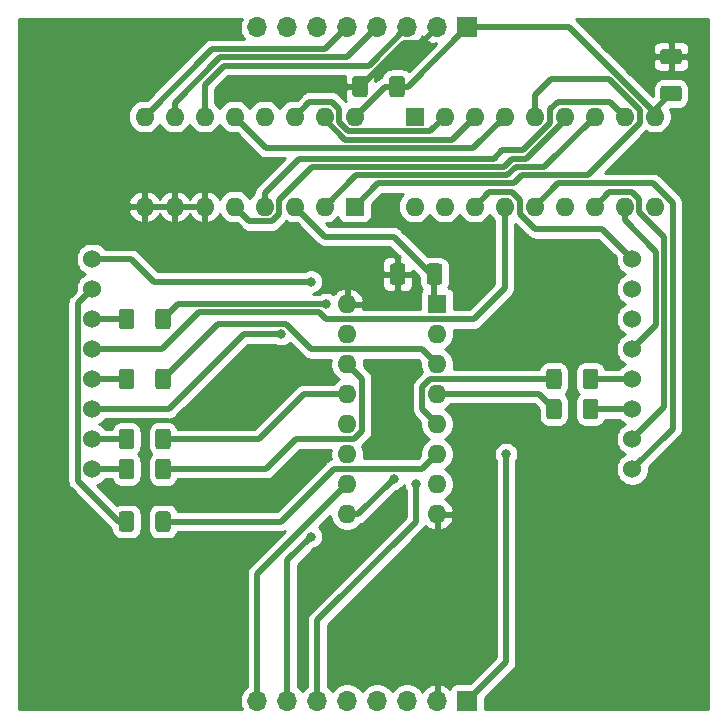
<source format=gbr>
%TF.GenerationSoftware,KiCad,Pcbnew,(5.1.8-0-10_14)*%
%TF.CreationDate,2021-01-04T21:42:45+01:00*%
%TF.ProjectId,led-matrix,6c65642d-6d61-4747-9269-782e6b696361,rev?*%
%TF.SameCoordinates,Original*%
%TF.FileFunction,Copper,L1,Top*%
%TF.FilePolarity,Positive*%
%FSLAX46Y46*%
G04 Gerber Fmt 4.6, Leading zero omitted, Abs format (unit mm)*
G04 Created by KiCad (PCBNEW (5.1.8-0-10_14)) date 2021-01-04 21:42:45*
%MOMM*%
%LPD*%
G01*
G04 APERTURE LIST*
%TA.AperFunction,ComponentPad*%
%ADD10O,1.700000X1.700000*%
%TD*%
%TA.AperFunction,ComponentPad*%
%ADD11R,1.700000X1.700000*%
%TD*%
%TA.AperFunction,ComponentPad*%
%ADD12C,1.524000*%
%TD*%
%TA.AperFunction,ComponentPad*%
%ADD13O,1.600000X1.600000*%
%TD*%
%TA.AperFunction,ComponentPad*%
%ADD14R,1.600000X1.600000*%
%TD*%
%TA.AperFunction,ViaPad*%
%ADD15C,0.800000*%
%TD*%
%TA.AperFunction,Conductor*%
%ADD16C,0.500000*%
%TD*%
%TA.AperFunction,Conductor*%
%ADD17C,0.254000*%
%TD*%
%TA.AperFunction,Conductor*%
%ADD18C,0.100000*%
%TD*%
G04 APERTURE END LIST*
D10*
%TO.P,J2,8*%
%TO.N,/r_clk*%
X39255000Y-24835000D03*
%TO.P,J2,7*%
%TO.N,/serial_clk*%
X41795000Y-24835000D03*
%TO.P,J2,6*%
%TO.N,/serial_out*%
X44335000Y-24835000D03*
%TO.P,J2,5*%
%TO.N,/s2*%
X46875000Y-24835000D03*
%TO.P,J2,4*%
%TO.N,/s1*%
X49415000Y-24835000D03*
%TO.P,J2,3*%
%TO.N,/s0*%
X51955000Y-24835000D03*
%TO.P,J2,2*%
%TO.N,/GND*%
X54495000Y-24835000D03*
D11*
%TO.P,J2,1*%
%TO.N,/VCC*%
X57035000Y-24835000D03*
%TD*%
D12*
%TO.P,D1,13*%
%TO.N,/c0*%
X25285000Y-54605000D03*
%TO.P,D1,7*%
%TO.N,/b5*%
X71005000Y-46985000D03*
%TO.P,D1,16*%
%TO.N,/c7*%
X25285000Y-62225000D03*
%TO.P,D1,1*%
%TO.N,/b4*%
X71005000Y-62225000D03*
%TO.P,D1,12*%
%TO.N,/b3*%
X25285000Y-52065000D03*
%TO.P,D1,3*%
%TO.N,/c1*%
X71005000Y-57145000D03*
%TO.P,D1,14*%
%TO.N,/b1*%
X25285000Y-57145000D03*
%TO.P,D1,4*%
%TO.N,/c2*%
X71005000Y-54605000D03*
%TO.P,D1,6*%
%TO.N,/c4*%
X71005000Y-49525000D03*
%TO.P,D1,2*%
%TO.N,/b6*%
X71005000Y-59685000D03*
%TO.P,D1,15*%
%TO.N,/c6*%
X25285000Y-59685000D03*
%TO.P,D1,9*%
%TO.N,/b0*%
X25285000Y-44445000D03*
%TO.P,D1,5*%
%TO.N,/b7*%
X71005000Y-52065000D03*
%TO.P,D1,10*%
%TO.N,/c3*%
X25285000Y-46985000D03*
%TO.P,D1,8*%
%TO.N,/b2*%
X71005000Y-44445000D03*
%TO.P,D1,11*%
%TO.N,/c5*%
X25285000Y-49525000D03*
%TD*%
D10*
%TO.P,J1,8*%
%TO.N,/r_clk*%
X39255000Y-81835000D03*
%TO.P,J1,7*%
%TO.N,/serial_clk*%
X41795000Y-81835000D03*
%TO.P,J1,6*%
%TO.N,/serial_in*%
X44335000Y-81835000D03*
%TO.P,J1,5*%
%TO.N,/s2*%
X46875000Y-81835000D03*
%TO.P,J1,4*%
%TO.N,/s1*%
X49415000Y-81835000D03*
%TO.P,J1,3*%
%TO.N,/s0*%
X51955000Y-81835000D03*
%TO.P,J1,2*%
%TO.N,/GND*%
X54495000Y-81835000D03*
D11*
%TO.P,J1,1*%
%TO.N,/VCC*%
X57035000Y-81835000D03*
%TD*%
D13*
%TO.P,U2,18*%
%TO.N,/b0*%
X52590000Y-40000000D03*
%TO.P,U2,9*%
%TO.N,/VCC*%
X72910000Y-32380000D03*
%TO.P,U2,17*%
%TO.N,/b1*%
X55130000Y-40000000D03*
%TO.P,U2,8*%
%TO.N,/a7*%
X70370000Y-32380000D03*
%TO.P,U2,16*%
%TO.N,/b2*%
X57670000Y-40000000D03*
%TO.P,U2,7*%
%TO.N,/a6*%
X67830000Y-32380000D03*
%TO.P,U2,15*%
%TO.N,/b3*%
X60210000Y-40000000D03*
%TO.P,U2,6*%
%TO.N,/a5*%
X65290000Y-32380000D03*
%TO.P,U2,14*%
%TO.N,/b4*%
X62750000Y-40000000D03*
%TO.P,U2,5*%
%TO.N,/a4*%
X62750000Y-32380000D03*
%TO.P,U2,13*%
%TO.N,/b5*%
X65290000Y-40000000D03*
%TO.P,U2,4*%
%TO.N,/a3*%
X60210000Y-32380000D03*
%TO.P,U2,12*%
%TO.N,/b6*%
X67830000Y-40000000D03*
%TO.P,U2,3*%
%TO.N,/a2*%
X57670000Y-32380000D03*
%TO.P,U2,11*%
%TO.N,/b7*%
X70370000Y-40000000D03*
%TO.P,U2,2*%
%TO.N,/a1*%
X55130000Y-32380000D03*
%TO.P,U2,10*%
%TO.N,/GND*%
X72910000Y-40000000D03*
D14*
%TO.P,U2,1*%
%TO.N,/a0*%
X52590000Y-32380000D03*
%TD*%
%TO.P,R8,2*%
%TO.N,/c7*%
%TA.AperFunction,SMDPad,CuDef*%
G36*
G01*
X28830000Y-61600000D02*
X28830000Y-62850000D01*
G75*
G02*
X28580000Y-63100000I-250000J0D01*
G01*
X27780000Y-63100000D01*
G75*
G02*
X27530000Y-62850000I0J250000D01*
G01*
X27530000Y-61600000D01*
G75*
G02*
X27780000Y-61350000I250000J0D01*
G01*
X28580000Y-61350000D01*
G75*
G02*
X28830000Y-61600000I0J-250000D01*
G01*
G37*
%TD.AperFunction*%
%TO.P,R8,1*%
%TO.N,/d7*%
%TA.AperFunction,SMDPad,CuDef*%
G36*
G01*
X31930000Y-61600000D02*
X31930000Y-62850000D01*
G75*
G02*
X31680000Y-63100000I-250000J0D01*
G01*
X30880000Y-63100000D01*
G75*
G02*
X30630000Y-62850000I0J250000D01*
G01*
X30630000Y-61600000D01*
G75*
G02*
X30880000Y-61350000I250000J0D01*
G01*
X31680000Y-61350000D01*
G75*
G02*
X31930000Y-61600000I0J-250000D01*
G01*
G37*
%TD.AperFunction*%
%TD*%
%TO.P,R7,2*%
%TO.N,/c6*%
%TA.AperFunction,SMDPad,CuDef*%
G36*
G01*
X28830000Y-59065000D02*
X28830000Y-60315000D01*
G75*
G02*
X28580000Y-60565000I-250000J0D01*
G01*
X27780000Y-60565000D01*
G75*
G02*
X27530000Y-60315000I0J250000D01*
G01*
X27530000Y-59065000D01*
G75*
G02*
X27780000Y-58815000I250000J0D01*
G01*
X28580000Y-58815000D01*
G75*
G02*
X28830000Y-59065000I0J-250000D01*
G01*
G37*
%TD.AperFunction*%
%TO.P,R7,1*%
%TO.N,/d6*%
%TA.AperFunction,SMDPad,CuDef*%
G36*
G01*
X31930000Y-59065000D02*
X31930000Y-60315000D01*
G75*
G02*
X31680000Y-60565000I-250000J0D01*
G01*
X30880000Y-60565000D01*
G75*
G02*
X30630000Y-60315000I0J250000D01*
G01*
X30630000Y-59065000D01*
G75*
G02*
X30880000Y-58815000I250000J0D01*
G01*
X31680000Y-58815000D01*
G75*
G02*
X31930000Y-59065000I0J-250000D01*
G01*
G37*
%TD.AperFunction*%
%TD*%
%TO.P,R6,2*%
%TO.N,/c5*%
%TA.AperFunction,SMDPad,CuDef*%
G36*
G01*
X28830000Y-48905000D02*
X28830000Y-50155000D01*
G75*
G02*
X28580000Y-50405000I-250000J0D01*
G01*
X27780000Y-50405000D01*
G75*
G02*
X27530000Y-50155000I0J250000D01*
G01*
X27530000Y-48905000D01*
G75*
G02*
X27780000Y-48655000I250000J0D01*
G01*
X28580000Y-48655000D01*
G75*
G02*
X28830000Y-48905000I0J-250000D01*
G01*
G37*
%TD.AperFunction*%
%TO.P,R6,1*%
%TO.N,/d5*%
%TA.AperFunction,SMDPad,CuDef*%
G36*
G01*
X31930000Y-48905000D02*
X31930000Y-50155000D01*
G75*
G02*
X31680000Y-50405000I-250000J0D01*
G01*
X30880000Y-50405000D01*
G75*
G02*
X30630000Y-50155000I0J250000D01*
G01*
X30630000Y-48905000D01*
G75*
G02*
X30880000Y-48655000I250000J0D01*
G01*
X31680000Y-48655000D01*
G75*
G02*
X31930000Y-48905000I0J-250000D01*
G01*
G37*
%TD.AperFunction*%
%TD*%
%TO.P,R4,2*%
%TO.N,/c3*%
%TA.AperFunction,SMDPad,CuDef*%
G36*
G01*
X28830000Y-66050000D02*
X28830000Y-67300000D01*
G75*
G02*
X28580000Y-67550000I-250000J0D01*
G01*
X27780000Y-67550000D01*
G75*
G02*
X27530000Y-67300000I0J250000D01*
G01*
X27530000Y-66050000D01*
G75*
G02*
X27780000Y-65800000I250000J0D01*
G01*
X28580000Y-65800000D01*
G75*
G02*
X28830000Y-66050000I0J-250000D01*
G01*
G37*
%TD.AperFunction*%
%TO.P,R4,1*%
%TO.N,/d3*%
%TA.AperFunction,SMDPad,CuDef*%
G36*
G01*
X31930000Y-66050000D02*
X31930000Y-67300000D01*
G75*
G02*
X31680000Y-67550000I-250000J0D01*
G01*
X30880000Y-67550000D01*
G75*
G02*
X30630000Y-67300000I0J250000D01*
G01*
X30630000Y-66050000D01*
G75*
G02*
X30880000Y-65800000I250000J0D01*
G01*
X31680000Y-65800000D01*
G75*
G02*
X31930000Y-66050000I0J-250000D01*
G01*
G37*
%TD.AperFunction*%
%TD*%
%TO.P,R3,2*%
%TO.N,/c2*%
%TA.AperFunction,SMDPad,CuDef*%
G36*
G01*
X66825000Y-55230000D02*
X66825000Y-53980000D01*
G75*
G02*
X67075000Y-53730000I250000J0D01*
G01*
X67875000Y-53730000D01*
G75*
G02*
X68125000Y-53980000I0J-250000D01*
G01*
X68125000Y-55230000D01*
G75*
G02*
X67875000Y-55480000I-250000J0D01*
G01*
X67075000Y-55480000D01*
G75*
G02*
X66825000Y-55230000I0J250000D01*
G01*
G37*
%TD.AperFunction*%
%TO.P,R3,1*%
%TO.N,/d2*%
%TA.AperFunction,SMDPad,CuDef*%
G36*
G01*
X63725000Y-55230000D02*
X63725000Y-53980000D01*
G75*
G02*
X63975000Y-53730000I250000J0D01*
G01*
X64775000Y-53730000D01*
G75*
G02*
X65025000Y-53980000I0J-250000D01*
G01*
X65025000Y-55230000D01*
G75*
G02*
X64775000Y-55480000I-250000J0D01*
G01*
X63975000Y-55480000D01*
G75*
G02*
X63725000Y-55230000I0J250000D01*
G01*
G37*
%TD.AperFunction*%
%TD*%
%TO.P,R2,2*%
%TO.N,/c1*%
%TA.AperFunction,SMDPad,CuDef*%
G36*
G01*
X66825000Y-57775000D02*
X66825000Y-56525000D01*
G75*
G02*
X67075000Y-56275000I250000J0D01*
G01*
X67875000Y-56275000D01*
G75*
G02*
X68125000Y-56525000I0J-250000D01*
G01*
X68125000Y-57775000D01*
G75*
G02*
X67875000Y-58025000I-250000J0D01*
G01*
X67075000Y-58025000D01*
G75*
G02*
X66825000Y-57775000I0J250000D01*
G01*
G37*
%TD.AperFunction*%
%TO.P,R2,1*%
%TO.N,/d1*%
%TA.AperFunction,SMDPad,CuDef*%
G36*
G01*
X63725000Y-57775000D02*
X63725000Y-56525000D01*
G75*
G02*
X63975000Y-56275000I250000J0D01*
G01*
X64775000Y-56275000D01*
G75*
G02*
X65025000Y-56525000I0J-250000D01*
G01*
X65025000Y-57775000D01*
G75*
G02*
X64775000Y-58025000I-250000J0D01*
G01*
X63975000Y-58025000D01*
G75*
G02*
X63725000Y-57775000I0J250000D01*
G01*
G37*
%TD.AperFunction*%
%TD*%
%TO.P,R1,2*%
%TO.N,/c0*%
%TA.AperFunction,SMDPad,CuDef*%
G36*
G01*
X28830000Y-53980000D02*
X28830000Y-55230000D01*
G75*
G02*
X28580000Y-55480000I-250000J0D01*
G01*
X27780000Y-55480000D01*
G75*
G02*
X27530000Y-55230000I0J250000D01*
G01*
X27530000Y-53980000D01*
G75*
G02*
X27780000Y-53730000I250000J0D01*
G01*
X28580000Y-53730000D01*
G75*
G02*
X28830000Y-53980000I0J-250000D01*
G01*
G37*
%TD.AperFunction*%
%TO.P,R1,1*%
%TO.N,/d0*%
%TA.AperFunction,SMDPad,CuDef*%
G36*
G01*
X31930000Y-53980000D02*
X31930000Y-55230000D01*
G75*
G02*
X31680000Y-55480000I-250000J0D01*
G01*
X30880000Y-55480000D01*
G75*
G02*
X30630000Y-55230000I0J250000D01*
G01*
X30630000Y-53980000D01*
G75*
G02*
X30880000Y-53730000I250000J0D01*
G01*
X31680000Y-53730000D01*
G75*
G02*
X31930000Y-53980000I0J-250000D01*
G01*
G37*
%TD.AperFunction*%
%TD*%
%TO.P,C3,2*%
%TO.N,/VCC*%
%TA.AperFunction,SMDPad,CuDef*%
G36*
G01*
X53605000Y-46370001D02*
X53605000Y-45069999D01*
G75*
G02*
X53854999Y-44820000I249999J0D01*
G01*
X54680001Y-44820000D01*
G75*
G02*
X54930000Y-45069999I0J-249999D01*
G01*
X54930000Y-46370001D01*
G75*
G02*
X54680001Y-46620000I-249999J0D01*
G01*
X53854999Y-46620000D01*
G75*
G02*
X53605000Y-46370001I0J249999D01*
G01*
G37*
%TD.AperFunction*%
%TO.P,C3,1*%
%TO.N,/GND*%
%TA.AperFunction,SMDPad,CuDef*%
G36*
G01*
X50480000Y-46370001D02*
X50480000Y-45069999D01*
G75*
G02*
X50729999Y-44820000I249999J0D01*
G01*
X51555001Y-44820000D01*
G75*
G02*
X51805000Y-45069999I0J-249999D01*
G01*
X51805000Y-46370001D01*
G75*
G02*
X51555001Y-46620000I-249999J0D01*
G01*
X50729999Y-46620000D01*
G75*
G02*
X50480000Y-46370001I0J249999D01*
G01*
G37*
%TD.AperFunction*%
%TD*%
%TO.P,C2,2*%
%TO.N,/GND*%
%TA.AperFunction,SMDPad,CuDef*%
G36*
G01*
X74945001Y-27967500D02*
X73644999Y-27967500D01*
G75*
G02*
X73395000Y-27717501I0J249999D01*
G01*
X73395000Y-26892499D01*
G75*
G02*
X73644999Y-26642500I249999J0D01*
G01*
X74945001Y-26642500D01*
G75*
G02*
X75195000Y-26892499I0J-249999D01*
G01*
X75195000Y-27717501D01*
G75*
G02*
X74945001Y-27967500I-249999J0D01*
G01*
G37*
%TD.AperFunction*%
%TO.P,C2,1*%
%TO.N,/VCC*%
%TA.AperFunction,SMDPad,CuDef*%
G36*
G01*
X74945001Y-31092500D02*
X73644999Y-31092500D01*
G75*
G02*
X73395000Y-30842501I0J249999D01*
G01*
X73395000Y-30017499D01*
G75*
G02*
X73644999Y-29767500I249999J0D01*
G01*
X74945001Y-29767500D01*
G75*
G02*
X75195000Y-30017499I0J-249999D01*
G01*
X75195000Y-30842501D01*
G75*
G02*
X74945001Y-31092500I-249999J0D01*
G01*
G37*
%TD.AperFunction*%
%TD*%
%TO.P,C1,2*%
%TO.N,/VCC*%
%TA.AperFunction,SMDPad,CuDef*%
G36*
G01*
X50430000Y-30495001D02*
X50430000Y-29194999D01*
G75*
G02*
X50679999Y-28945000I249999J0D01*
G01*
X51505001Y-28945000D01*
G75*
G02*
X51755000Y-29194999I0J-249999D01*
G01*
X51755000Y-30495001D01*
G75*
G02*
X51505001Y-30745000I-249999J0D01*
G01*
X50679999Y-30745000D01*
G75*
G02*
X50430000Y-30495001I0J249999D01*
G01*
G37*
%TD.AperFunction*%
%TO.P,C1,1*%
%TO.N,/GND*%
%TA.AperFunction,SMDPad,CuDef*%
G36*
G01*
X47305000Y-30495001D02*
X47305000Y-29194999D01*
G75*
G02*
X47554999Y-28945000I249999J0D01*
G01*
X48380001Y-28945000D01*
G75*
G02*
X48630000Y-29194999I0J-249999D01*
G01*
X48630000Y-30495001D01*
G75*
G02*
X48380001Y-30745000I-249999J0D01*
G01*
X47554999Y-30745000D01*
G75*
G02*
X47305000Y-30495001I0J249999D01*
G01*
G37*
%TD.AperFunction*%
%TD*%
D13*
%TO.P,U3,16*%
%TO.N,/GND*%
X46875000Y-48255000D03*
%TO.P,U3,8*%
X54495000Y-66035000D03*
%TO.P,U3,15*%
%TO.N,/serial_clk*%
X46875000Y-50795000D03*
%TO.P,U3,7*%
%TO.N,Net-(R9-Pad2)*%
X54495000Y-63495000D03*
%TO.P,U3,14*%
%TO.N,/d7*%
X46875000Y-53335000D03*
%TO.P,U3,6*%
%TO.N,/d3*%
X54495000Y-60955000D03*
%TO.P,U3,13*%
%TO.N,/d6*%
X46875000Y-55875000D03*
%TO.P,U3,5*%
%TO.N,/d2*%
X54495000Y-58415000D03*
%TO.P,U3,12*%
%TO.N,/d5*%
X46875000Y-58415000D03*
%TO.P,U3,4*%
%TO.N,/d1*%
X54495000Y-55875000D03*
%TO.P,U3,11*%
%TO.N,/d4*%
X46875000Y-60955000D03*
%TO.P,U3,3*%
%TO.N,/d0*%
X54495000Y-53335000D03*
%TO.P,U3,10*%
%TO.N,/r_clk*%
X46875000Y-63495000D03*
%TO.P,U3,2*%
%TO.N,/serial_in*%
X54495000Y-50795000D03*
%TO.P,U3,9*%
%TO.N,/serial_out*%
X46875000Y-66035000D03*
D14*
%TO.P,U3,1*%
%TO.N,/VCC*%
X54495000Y-48255000D03*
%TD*%
%TO.P,U1,1*%
%TO.N,/a4*%
X47510000Y-40000000D03*
D13*
%TO.P,U1,9*%
%TO.N,/s2*%
X29730000Y-32380000D03*
%TO.P,U1,2*%
%TO.N,/a6*%
X44970000Y-40000000D03*
%TO.P,U1,10*%
%TO.N,/s1*%
X32270000Y-32380000D03*
%TO.P,U1,3*%
%TO.N,/VCC*%
X42430000Y-40000000D03*
%TO.P,U1,11*%
%TO.N,/s0*%
X34810000Y-32380000D03*
%TO.P,U1,4*%
%TO.N,/a7*%
X39890000Y-40000000D03*
%TO.P,U1,12*%
%TO.N,/a3*%
X37350000Y-32380000D03*
%TO.P,U1,5*%
%TO.N,/a5*%
X37350000Y-40000000D03*
%TO.P,U1,13*%
%TO.N,/a0*%
X39890000Y-32380000D03*
%TO.P,U1,6*%
%TO.N,/GND*%
X34810000Y-40000000D03*
%TO.P,U1,14*%
%TO.N,/a1*%
X42430000Y-32380000D03*
%TO.P,U1,7*%
%TO.N,/GND*%
X32270000Y-40000000D03*
%TO.P,U1,15*%
%TO.N,/a2*%
X44970000Y-32380000D03*
%TO.P,U1,8*%
%TO.N,/GND*%
X29730000Y-40000000D03*
%TO.P,U1,16*%
%TO.N,/VCC*%
X47510000Y-32380000D03*
%TD*%
D15*
%TO.N,/b1*%
X41275000Y-50800000D03*
%TO.N,/b0*%
X43815000Y-46355000D03*
%TO.N,/serial_clk*%
X43815000Y-67945000D03*
%TO.N,/serial_in*%
X52705000Y-63500000D03*
%TO.N,/GND*%
X64770000Y-48260000D03*
X39370000Y-54610000D03*
X40640000Y-64135000D03*
X45085000Y-71755000D03*
X57150000Y-43815000D03*
X49530000Y-59690000D03*
X22225000Y-26670000D03*
%TO.N,/VCC*%
X60325000Y-60960000D03*
%TO.N,/serial_out*%
X50800000Y-63055001D03*
%TO.N,/d5*%
X45085000Y-48260000D03*
%TD*%
D16*
%TO.N,/c7*%
X25285000Y-62225000D02*
X28180000Y-62225000D01*
%TO.N,/c6*%
X28175000Y-59685000D02*
X28180000Y-59690000D01*
X25285000Y-59685000D02*
X28175000Y-59685000D01*
%TO.N,/b1*%
X41275000Y-50800000D02*
X38100000Y-50800000D01*
X38100000Y-50800000D02*
X31750000Y-57150000D01*
X31745000Y-57145000D02*
X25285000Y-57145000D01*
X31750000Y-57150000D02*
X31745000Y-57145000D01*
%TO.N,/c0*%
X25285000Y-54605000D02*
X28180000Y-54605000D01*
%TO.N,/b3*%
X60210000Y-46930002D02*
X57595003Y-49544999D01*
X60210000Y-40000000D02*
X60210000Y-46930002D01*
X45099999Y-49544999D02*
X44515010Y-48960010D01*
X57595003Y-49544999D02*
X45099999Y-49544999D01*
X44515010Y-48960010D02*
X34290000Y-48960010D01*
X31185010Y-52065000D02*
X25285000Y-52065000D01*
X34290000Y-48960010D02*
X31185010Y-52065000D01*
%TO.N,/c5*%
X28175000Y-49525000D02*
X28180000Y-49530000D01*
X25285000Y-49525000D02*
X28175000Y-49525000D01*
%TO.N,/c3*%
X24072999Y-63217999D02*
X27530000Y-66675000D01*
X24072999Y-48197001D02*
X24072999Y-63217999D01*
X27530000Y-66675000D02*
X28180000Y-66675000D01*
X25285000Y-46985000D02*
X24072999Y-48197001D01*
%TO.N,/b0*%
X25285000Y-44445000D02*
X28570000Y-44445000D01*
X28570000Y-44445000D02*
X30480000Y-46355000D01*
X30480000Y-46355000D02*
X43815000Y-46355000D01*
X43815000Y-46355000D02*
X43815000Y-46355000D01*
%TO.N,/b2*%
X61499999Y-40600001D02*
X62809998Y-41910000D01*
X61499999Y-39439997D02*
X61499999Y-40600001D01*
X58920001Y-38749999D02*
X60810001Y-38749999D01*
X60810001Y-38749999D02*
X61499999Y-39439997D01*
X57670000Y-40000000D02*
X58920001Y-38749999D01*
X68470000Y-41910000D02*
X71005000Y-44445000D01*
X62809998Y-41910000D02*
X68470000Y-41910000D01*
%TO.N,/b7*%
X70370000Y-40000000D02*
X70370000Y-41160000D01*
X70370000Y-41160000D02*
X73025000Y-43815000D01*
X73025000Y-50045000D02*
X71005000Y-52065000D01*
X73025000Y-43815000D02*
X73025000Y-50045000D01*
%TO.N,/c2*%
X67475000Y-54605000D02*
X71005000Y-54605000D01*
%TO.N,/c1*%
X71000000Y-57150000D02*
X71005000Y-57145000D01*
X67475000Y-57150000D02*
X71000000Y-57150000D01*
%TO.N,/b6*%
X70970001Y-38749999D02*
X69080001Y-38749999D01*
X71620001Y-39399999D02*
X70970001Y-38749999D01*
X69080001Y-38749999D02*
X67830000Y-40000000D01*
X71620001Y-40505001D02*
X71620001Y-39399999D01*
X73725010Y-42610010D02*
X71620001Y-40505001D01*
X73725010Y-56964990D02*
X73725010Y-42610010D01*
X71005000Y-59685000D02*
X73725010Y-56964990D01*
%TO.N,/b4*%
X72809991Y-38049989D02*
X64700011Y-38049989D01*
X74425020Y-39665018D02*
X72809991Y-38049989D01*
X74425020Y-58804980D02*
X74425020Y-39665018D01*
X64700011Y-38049989D02*
X62750000Y-40000000D01*
X71005000Y-62225000D02*
X74425020Y-58804980D01*
%TO.N,/r_clk*%
X39255000Y-71115000D02*
X46875000Y-63495000D01*
X39255000Y-81835000D02*
X39255000Y-71115000D01*
%TO.N,/serial_clk*%
X41795000Y-69965000D02*
X43815000Y-67945000D01*
X41795000Y-74815000D02*
X41795000Y-69965000D01*
X41795000Y-81835000D02*
X41795000Y-74815000D01*
X41795000Y-74815000D02*
X41795000Y-73775000D01*
%TO.N,/serial_in*%
X44335000Y-75680000D02*
X44335000Y-81835000D01*
X44335000Y-75045000D02*
X44335000Y-75680000D01*
X52705000Y-66675000D02*
X44335000Y-75045000D01*
X52705000Y-63500000D02*
X52705000Y-66675000D01*
%TO.N,/s2*%
X29730000Y-32380000D02*
X35440000Y-26670000D01*
X45040000Y-26670000D02*
X46875000Y-24835000D01*
X35440000Y-26670000D02*
X45040000Y-26670000D01*
%TO.N,/s1*%
X49415000Y-24835000D02*
X46879990Y-27370010D01*
X46879990Y-27370010D02*
X36129990Y-27370010D01*
X32270000Y-31230000D02*
X32270000Y-32380000D01*
X36129990Y-27370010D02*
X32270000Y-31230000D01*
%TO.N,/s0*%
X36419942Y-28070020D02*
X48719980Y-28070020D01*
X48719980Y-28070020D02*
X51955000Y-24835000D01*
X34810000Y-29679962D02*
X36419942Y-28070020D01*
X34810000Y-32380000D02*
X34810000Y-29679962D01*
%TO.N,/GND*%
X51677499Y-26135001D02*
X47967500Y-29845000D01*
X53194999Y-26135001D02*
X51677499Y-26135001D01*
X54495000Y-24835000D02*
X53194999Y-26135001D01*
%TO.N,/VCC*%
X72910000Y-32080035D02*
X72910000Y-32380000D01*
X42430000Y-40320000D02*
X42430000Y-40000000D01*
X54267500Y-48027500D02*
X54495000Y-48255000D01*
X54267500Y-45720000D02*
X54267500Y-48027500D01*
X60325000Y-78545000D02*
X57035000Y-81835000D01*
X60325000Y-60960000D02*
X60325000Y-78545000D01*
X57035000Y-24835000D02*
X65664964Y-24835000D01*
X69944982Y-29115018D02*
X72910000Y-32080035D01*
X65664964Y-24835000D02*
X69944982Y-29115018D01*
X68884965Y-28055000D02*
X69944982Y-29115018D01*
X54267500Y-45720000D02*
X53975000Y-45720000D01*
X53975000Y-45720000D02*
X50800000Y-42545000D01*
X50045000Y-29845000D02*
X47510000Y-32380000D01*
X51092500Y-29845000D02*
X50045000Y-29845000D01*
X52025000Y-29845000D02*
X51092500Y-29845000D01*
X57035000Y-24835000D02*
X52025000Y-29845000D01*
X44975000Y-42545000D02*
X50800000Y-42545000D01*
X42430000Y-40000000D02*
X44975000Y-42545000D01*
X72910000Y-31815000D02*
X74295000Y-30430000D01*
X72910000Y-32380000D02*
X72910000Y-31815000D01*
%TO.N,/serial_out*%
X50800000Y-63055001D02*
X47815001Y-66040000D01*
X46880000Y-66040000D02*
X46875000Y-66035000D01*
X47815001Y-66040000D02*
X46880000Y-66040000D01*
%TO.N,/d0*%
X54495000Y-53335000D02*
X53244999Y-52084999D01*
X31285000Y-54610000D02*
X31280000Y-54605000D01*
X35935001Y-49949999D02*
X31280000Y-54605000D01*
X41683001Y-49949999D02*
X35935001Y-49949999D01*
X43818001Y-52084999D02*
X41683001Y-49949999D01*
X53244999Y-52084999D02*
X43818001Y-52084999D01*
%TO.N,/d1*%
X63100000Y-55875000D02*
X64375000Y-57150000D01*
X54495000Y-55875000D02*
X63100000Y-55875000D01*
%TO.N,/d2*%
X53244999Y-57164999D02*
X54495000Y-58415000D01*
X53244999Y-55274999D02*
X53244999Y-57164999D01*
X53914998Y-54605000D02*
X53244999Y-55274999D01*
X64375000Y-54605000D02*
X53914998Y-54605000D01*
%TO.N,/d3*%
X53244999Y-62205001D02*
X54495000Y-60955000D01*
X41275000Y-66675000D02*
X45744999Y-62205001D01*
X45744999Y-62205001D02*
X53244999Y-62205001D01*
X31280000Y-66675000D02*
X41275000Y-66675000D01*
%TO.N,/d5*%
X32550000Y-48260000D02*
X31280000Y-49530000D01*
X45085000Y-48260000D02*
X32550000Y-48260000D01*
%TO.N,/d6*%
X43185000Y-55875000D02*
X46875000Y-55875000D01*
X39370000Y-59690000D02*
X43185000Y-55875000D01*
X31280000Y-59690000D02*
X39370000Y-59690000D01*
%TO.N,/d7*%
X47435003Y-59704999D02*
X42530001Y-59704999D01*
X48125001Y-54585001D02*
X48125001Y-59015001D01*
X48125001Y-59015001D02*
X47435003Y-59704999D01*
X46875000Y-53335000D02*
X48125001Y-54585001D01*
X40010000Y-62225000D02*
X31280000Y-62225000D01*
X42530001Y-59704999D02*
X40010000Y-62225000D01*
%TO.N,/a2*%
X44970000Y-32624963D02*
X44970000Y-32380000D01*
X46675048Y-34330011D02*
X44970000Y-32624963D01*
X55719989Y-34330011D02*
X46675048Y-34330011D01*
X57670000Y-32380000D02*
X55719989Y-34330011D01*
%TO.N,/a1*%
X46965001Y-33630001D02*
X46220001Y-32885001D01*
X43680001Y-31129999D02*
X42430000Y-32380000D01*
X46220001Y-32885001D02*
X46220001Y-31779999D01*
X53879999Y-33630001D02*
X46965001Y-33630001D01*
X55130000Y-32380000D02*
X53879999Y-33630001D01*
X46220001Y-31779999D02*
X45570001Y-31129999D01*
X45570001Y-31129999D02*
X43680001Y-31129999D01*
%TO.N,/a3*%
X40000021Y-35030021D02*
X37350000Y-32380000D01*
X57559979Y-35030021D02*
X40000021Y-35030021D01*
X60210000Y-32380000D02*
X57559979Y-35030021D01*
%TO.N,/a5*%
X65290000Y-32679965D02*
X65290000Y-32380000D01*
X60150068Y-36649969D02*
X60850078Y-35949959D01*
X43930029Y-36649969D02*
X60150068Y-36649969D01*
X37350000Y-40000000D02*
X38600001Y-41250001D01*
X41140001Y-39439997D02*
X43930029Y-36649969D01*
X41140001Y-40600001D02*
X41140001Y-39439997D01*
X62020006Y-35949959D02*
X65290000Y-32679965D01*
X38600001Y-41250001D02*
X40490001Y-41250001D01*
X60850078Y-35949959D02*
X62020006Y-35949959D01*
X40490001Y-41250001D02*
X41140001Y-40600001D01*
%TO.N,/a7*%
X39890000Y-38868630D02*
X39890000Y-40000000D01*
X59300041Y-35949959D02*
X42808671Y-35949959D01*
X64039999Y-32940003D02*
X61730053Y-35249949D01*
X42808671Y-35949959D02*
X39890000Y-38868630D01*
X60000051Y-35249949D02*
X59300041Y-35949959D01*
X64039999Y-31779999D02*
X64039999Y-32940003D01*
X61730053Y-35249949D02*
X60000051Y-35249949D01*
X64689999Y-31129999D02*
X64039999Y-31779999D01*
X69119999Y-31129999D02*
X64689999Y-31129999D01*
X70370000Y-32380000D02*
X69119999Y-31129999D01*
%TO.N,/a6*%
X67830000Y-32380000D02*
X63560031Y-36649969D01*
X61140031Y-36649969D02*
X60440021Y-37349979D01*
X63560031Y-36649969D02*
X61140031Y-36649969D01*
X47620021Y-37349979D02*
X44970000Y-40000000D01*
X60440021Y-37349979D02*
X47620021Y-37349979D01*
%TO.N,/a4*%
X71659999Y-31819997D02*
X71659999Y-32940003D01*
X71659999Y-32940003D02*
X67250023Y-37349979D01*
X62750000Y-32380000D02*
X62750000Y-30595000D01*
X69050002Y-29210000D02*
X71659999Y-31819997D01*
X64135000Y-29210000D02*
X69050002Y-29210000D01*
X62750000Y-30595000D02*
X64135000Y-29210000D01*
X61710021Y-37349979D02*
X61010011Y-38049989D01*
X67250023Y-37349979D02*
X61710021Y-37349979D01*
X49460011Y-38049989D02*
X47510000Y-40000000D01*
X61010011Y-38049989D02*
X49460011Y-38049989D01*
%TD*%
D17*
%TO.N,/GND*%
X77445001Y-82525000D02*
X58523072Y-82525000D01*
X58523072Y-81598506D01*
X60920049Y-79201530D01*
X60953817Y-79173817D01*
X61064411Y-79039059D01*
X61146589Y-78885314D01*
X61197195Y-78718490D01*
X61210000Y-78588477D01*
X61210000Y-78588469D01*
X61214281Y-78545000D01*
X61210000Y-78501531D01*
X61210000Y-61498454D01*
X61242205Y-61450256D01*
X61320226Y-61261898D01*
X61360000Y-61061939D01*
X61360000Y-60858061D01*
X61320226Y-60658102D01*
X61242205Y-60469744D01*
X61128937Y-60300226D01*
X60984774Y-60156063D01*
X60815256Y-60042795D01*
X60626898Y-59964774D01*
X60426939Y-59925000D01*
X60223061Y-59925000D01*
X60023102Y-59964774D01*
X59834744Y-60042795D01*
X59665226Y-60156063D01*
X59521063Y-60300226D01*
X59407795Y-60469744D01*
X59329774Y-60658102D01*
X59290000Y-60858061D01*
X59290000Y-61061939D01*
X59329774Y-61261898D01*
X59407795Y-61450256D01*
X59440000Y-61498454D01*
X59440001Y-78178420D01*
X57271494Y-80346928D01*
X56185000Y-80346928D01*
X56060518Y-80359188D01*
X55940820Y-80395498D01*
X55830506Y-80454463D01*
X55733815Y-80533815D01*
X55654463Y-80630506D01*
X55595498Y-80740820D01*
X55571034Y-80821466D01*
X55495269Y-80737412D01*
X55261920Y-80563359D01*
X54999099Y-80438175D01*
X54851890Y-80393524D01*
X54622000Y-80514845D01*
X54622000Y-81708000D01*
X54642000Y-81708000D01*
X54642000Y-81962000D01*
X54622000Y-81962000D01*
X54622000Y-81982000D01*
X54368000Y-81982000D01*
X54368000Y-81962000D01*
X54348000Y-81962000D01*
X54348000Y-81708000D01*
X54368000Y-81708000D01*
X54368000Y-80514845D01*
X54138110Y-80393524D01*
X53990901Y-80438175D01*
X53728080Y-80563359D01*
X53494731Y-80737412D01*
X53299822Y-80953645D01*
X53230195Y-81070534D01*
X53108475Y-80888368D01*
X52901632Y-80681525D01*
X52658411Y-80519010D01*
X52388158Y-80407068D01*
X52101260Y-80350000D01*
X51808740Y-80350000D01*
X51521842Y-80407068D01*
X51251589Y-80519010D01*
X51008368Y-80681525D01*
X50801525Y-80888368D01*
X50685000Y-81062760D01*
X50568475Y-80888368D01*
X50361632Y-80681525D01*
X50118411Y-80519010D01*
X49848158Y-80407068D01*
X49561260Y-80350000D01*
X49268740Y-80350000D01*
X48981842Y-80407068D01*
X48711589Y-80519010D01*
X48468368Y-80681525D01*
X48261525Y-80888368D01*
X48145000Y-81062760D01*
X48028475Y-80888368D01*
X47821632Y-80681525D01*
X47578411Y-80519010D01*
X47308158Y-80407068D01*
X47021260Y-80350000D01*
X46728740Y-80350000D01*
X46441842Y-80407068D01*
X46171589Y-80519010D01*
X45928368Y-80681525D01*
X45721525Y-80888368D01*
X45605000Y-81062760D01*
X45488475Y-80888368D01*
X45281632Y-80681525D01*
X45220000Y-80640344D01*
X45220000Y-75411578D01*
X53300049Y-67331530D01*
X53333817Y-67303817D01*
X53444411Y-67169059D01*
X53501623Y-67062021D01*
X53639869Y-67187385D01*
X53881119Y-67332070D01*
X54145960Y-67426909D01*
X54368000Y-67305624D01*
X54368000Y-66162000D01*
X54622000Y-66162000D01*
X54622000Y-67305624D01*
X54844040Y-67426909D01*
X55108881Y-67332070D01*
X55350131Y-67187385D01*
X55558519Y-66998414D01*
X55726037Y-66772420D01*
X55846246Y-66518087D01*
X55886904Y-66384039D01*
X55764915Y-66162000D01*
X54622000Y-66162000D01*
X54368000Y-66162000D01*
X54348000Y-66162000D01*
X54348000Y-65908000D01*
X54368000Y-65908000D01*
X54368000Y-65888000D01*
X54622000Y-65888000D01*
X54622000Y-65908000D01*
X55764915Y-65908000D01*
X55886904Y-65685961D01*
X55846246Y-65551913D01*
X55726037Y-65297580D01*
X55558519Y-65071586D01*
X55350131Y-64882615D01*
X55164135Y-64771067D01*
X55174727Y-64766680D01*
X55409759Y-64609637D01*
X55609637Y-64409759D01*
X55766680Y-64174727D01*
X55874853Y-63913574D01*
X55930000Y-63636335D01*
X55930000Y-63353665D01*
X55874853Y-63076426D01*
X55766680Y-62815273D01*
X55609637Y-62580241D01*
X55409759Y-62380363D01*
X55177241Y-62225000D01*
X55409759Y-62069637D01*
X55609637Y-61869759D01*
X55766680Y-61634727D01*
X55874853Y-61373574D01*
X55930000Y-61096335D01*
X55930000Y-60813665D01*
X55874853Y-60536426D01*
X55766680Y-60275273D01*
X55609637Y-60040241D01*
X55409759Y-59840363D01*
X55177241Y-59685000D01*
X55409759Y-59529637D01*
X55609637Y-59329759D01*
X55766680Y-59094727D01*
X55874853Y-58833574D01*
X55930000Y-58556335D01*
X55930000Y-58273665D01*
X55874853Y-57996426D01*
X55766680Y-57735273D01*
X55609637Y-57500241D01*
X55409759Y-57300363D01*
X55177241Y-57145000D01*
X55409759Y-56989637D01*
X55609637Y-56789759D01*
X55629521Y-56760000D01*
X62733422Y-56760000D01*
X63086928Y-57113506D01*
X63086928Y-57775000D01*
X63103992Y-57948254D01*
X63154528Y-58114850D01*
X63236595Y-58268386D01*
X63347038Y-58402962D01*
X63481614Y-58513405D01*
X63635150Y-58595472D01*
X63801746Y-58646008D01*
X63975000Y-58663072D01*
X64775000Y-58663072D01*
X64948254Y-58646008D01*
X65114850Y-58595472D01*
X65268386Y-58513405D01*
X65402962Y-58402962D01*
X65513405Y-58268386D01*
X65595472Y-58114850D01*
X65646008Y-57948254D01*
X65663072Y-57775000D01*
X65663072Y-56525000D01*
X65646008Y-56351746D01*
X65595472Y-56185150D01*
X65513405Y-56031614D01*
X65402962Y-55897038D01*
X65379155Y-55877500D01*
X65402962Y-55857962D01*
X65513405Y-55723386D01*
X65595472Y-55569850D01*
X65646008Y-55403254D01*
X65663072Y-55230000D01*
X65663072Y-53980000D01*
X65646008Y-53806746D01*
X65595472Y-53640150D01*
X65513405Y-53486614D01*
X65402962Y-53352038D01*
X65268386Y-53241595D01*
X65114850Y-53159528D01*
X64948254Y-53108992D01*
X64775000Y-53091928D01*
X63975000Y-53091928D01*
X63801746Y-53108992D01*
X63635150Y-53159528D01*
X63481614Y-53241595D01*
X63347038Y-53352038D01*
X63236595Y-53486614D01*
X63154528Y-53640150D01*
X63130306Y-53720000D01*
X55881531Y-53720000D01*
X55930000Y-53476335D01*
X55930000Y-53193665D01*
X55874853Y-52916426D01*
X55766680Y-52655273D01*
X55609637Y-52420241D01*
X55409759Y-52220363D01*
X55177241Y-52065000D01*
X55409759Y-51909637D01*
X55609637Y-51709759D01*
X55766680Y-51474727D01*
X55874853Y-51213574D01*
X55930000Y-50936335D01*
X55930000Y-50653665D01*
X55885509Y-50429999D01*
X57551534Y-50429999D01*
X57595003Y-50434280D01*
X57638472Y-50429999D01*
X57638480Y-50429999D01*
X57768493Y-50417194D01*
X57935316Y-50366588D01*
X58089062Y-50284410D01*
X58223820Y-50173816D01*
X58251537Y-50140043D01*
X60805049Y-47586532D01*
X60838817Y-47558819D01*
X60872662Y-47517580D01*
X60949410Y-47424062D01*
X60949411Y-47424061D01*
X61031589Y-47270315D01*
X61082195Y-47103492D01*
X61095000Y-46973479D01*
X61095000Y-46973469D01*
X61099281Y-46930003D01*
X61095000Y-46886537D01*
X61095000Y-41446580D01*
X62153468Y-42505049D01*
X62181181Y-42538817D01*
X62214949Y-42566530D01*
X62214951Y-42566532D01*
X62267928Y-42610009D01*
X62315939Y-42649411D01*
X62469685Y-42731589D01*
X62636508Y-42782195D01*
X62766521Y-42795000D01*
X62766531Y-42795000D01*
X62809997Y-42799281D01*
X62853463Y-42795000D01*
X68103422Y-42795000D01*
X69609299Y-44300878D01*
X69608000Y-44307408D01*
X69608000Y-44582592D01*
X69661686Y-44852490D01*
X69766995Y-45106727D01*
X69919880Y-45335535D01*
X70114465Y-45530120D01*
X70343273Y-45683005D01*
X70420515Y-45715000D01*
X70343273Y-45746995D01*
X70114465Y-45899880D01*
X69919880Y-46094465D01*
X69766995Y-46323273D01*
X69661686Y-46577510D01*
X69608000Y-46847408D01*
X69608000Y-47122592D01*
X69661686Y-47392490D01*
X69766995Y-47646727D01*
X69919880Y-47875535D01*
X70114465Y-48070120D01*
X70343273Y-48223005D01*
X70420515Y-48255000D01*
X70343273Y-48286995D01*
X70114465Y-48439880D01*
X69919880Y-48634465D01*
X69766995Y-48863273D01*
X69661686Y-49117510D01*
X69608000Y-49387408D01*
X69608000Y-49662592D01*
X69661686Y-49932490D01*
X69766995Y-50186727D01*
X69919880Y-50415535D01*
X70114465Y-50610120D01*
X70343273Y-50763005D01*
X70420515Y-50795000D01*
X70343273Y-50826995D01*
X70114465Y-50979880D01*
X69919880Y-51174465D01*
X69766995Y-51403273D01*
X69661686Y-51657510D01*
X69608000Y-51927408D01*
X69608000Y-52202592D01*
X69661686Y-52472490D01*
X69766995Y-52726727D01*
X69919880Y-52955535D01*
X70114465Y-53150120D01*
X70343273Y-53303005D01*
X70420515Y-53335000D01*
X70343273Y-53366995D01*
X70114465Y-53519880D01*
X69919880Y-53714465D01*
X69916182Y-53720000D01*
X68719694Y-53720000D01*
X68695472Y-53640150D01*
X68613405Y-53486614D01*
X68502962Y-53352038D01*
X68368386Y-53241595D01*
X68214850Y-53159528D01*
X68048254Y-53108992D01*
X67875000Y-53091928D01*
X67075000Y-53091928D01*
X66901746Y-53108992D01*
X66735150Y-53159528D01*
X66581614Y-53241595D01*
X66447038Y-53352038D01*
X66336595Y-53486614D01*
X66254528Y-53640150D01*
X66203992Y-53806746D01*
X66186928Y-53980000D01*
X66186928Y-55230000D01*
X66203992Y-55403254D01*
X66254528Y-55569850D01*
X66336595Y-55723386D01*
X66447038Y-55857962D01*
X66470845Y-55877500D01*
X66447038Y-55897038D01*
X66336595Y-56031614D01*
X66254528Y-56185150D01*
X66203992Y-56351746D01*
X66186928Y-56525000D01*
X66186928Y-57775000D01*
X66203992Y-57948254D01*
X66254528Y-58114850D01*
X66336595Y-58268386D01*
X66447038Y-58402962D01*
X66581614Y-58513405D01*
X66735150Y-58595472D01*
X66901746Y-58646008D01*
X67075000Y-58663072D01*
X67875000Y-58663072D01*
X68048254Y-58646008D01*
X68214850Y-58595472D01*
X68368386Y-58513405D01*
X68502962Y-58402962D01*
X68613405Y-58268386D01*
X68695472Y-58114850D01*
X68719694Y-58035000D01*
X69919523Y-58035000D01*
X69919880Y-58035535D01*
X70114465Y-58230120D01*
X70343273Y-58383005D01*
X70420515Y-58415000D01*
X70343273Y-58446995D01*
X70114465Y-58599880D01*
X69919880Y-58794465D01*
X69766995Y-59023273D01*
X69661686Y-59277510D01*
X69608000Y-59547408D01*
X69608000Y-59822592D01*
X69661686Y-60092490D01*
X69766995Y-60346727D01*
X69919880Y-60575535D01*
X70114465Y-60770120D01*
X70343273Y-60923005D01*
X70420515Y-60955000D01*
X70343273Y-60986995D01*
X70114465Y-61139880D01*
X69919880Y-61334465D01*
X69766995Y-61563273D01*
X69661686Y-61817510D01*
X69608000Y-62087408D01*
X69608000Y-62362592D01*
X69661686Y-62632490D01*
X69766995Y-62886727D01*
X69919880Y-63115535D01*
X70114465Y-63310120D01*
X70343273Y-63463005D01*
X70597510Y-63568314D01*
X70867408Y-63622000D01*
X71142592Y-63622000D01*
X71412490Y-63568314D01*
X71666727Y-63463005D01*
X71895535Y-63310120D01*
X72090120Y-63115535D01*
X72243005Y-62886727D01*
X72348314Y-62632490D01*
X72402000Y-62362592D01*
X72402000Y-62087408D01*
X72400701Y-62080877D01*
X75020070Y-59461509D01*
X75053837Y-59433797D01*
X75110556Y-59364686D01*
X75164431Y-59299039D01*
X75246609Y-59145294D01*
X75297215Y-58978470D01*
X75306577Y-58883410D01*
X75310020Y-58848457D01*
X75310020Y-58848449D01*
X75314301Y-58804980D01*
X75310020Y-58761511D01*
X75310020Y-39708487D01*
X75314301Y-39665018D01*
X75310020Y-39621549D01*
X75310020Y-39621541D01*
X75297215Y-39491528D01*
X75246609Y-39324705D01*
X75164431Y-39170959D01*
X75114992Y-39110718D01*
X75081552Y-39069971D01*
X75081550Y-39069969D01*
X75053837Y-39036201D01*
X75020069Y-39008488D01*
X73466523Y-37454943D01*
X73438808Y-37421172D01*
X73304050Y-37310578D01*
X73150304Y-37228400D01*
X72983481Y-37177794D01*
X72853468Y-37164989D01*
X72853460Y-37164989D01*
X72809991Y-37160708D01*
X72766522Y-37164989D01*
X68686591Y-37164989D01*
X72212066Y-33639515D01*
X72230273Y-33651680D01*
X72491426Y-33759853D01*
X72768665Y-33815000D01*
X73051335Y-33815000D01*
X73328574Y-33759853D01*
X73589727Y-33651680D01*
X73824759Y-33494637D01*
X74024637Y-33294759D01*
X74181680Y-33059727D01*
X74289853Y-32798574D01*
X74345000Y-32521335D01*
X74345000Y-32238665D01*
X74289853Y-31961426D01*
X74209395Y-31767183D01*
X74246007Y-31730572D01*
X74945001Y-31730572D01*
X75118255Y-31713508D01*
X75284851Y-31662972D01*
X75438387Y-31580905D01*
X75572962Y-31470462D01*
X75683405Y-31335887D01*
X75765472Y-31182351D01*
X75816008Y-31015755D01*
X75833072Y-30842501D01*
X75833072Y-30017499D01*
X75816008Y-29844245D01*
X75765472Y-29677649D01*
X75683405Y-29524113D01*
X75572962Y-29389538D01*
X75438387Y-29279095D01*
X75284851Y-29197028D01*
X75118255Y-29146492D01*
X74945001Y-29129428D01*
X73644999Y-29129428D01*
X73471745Y-29146492D01*
X73305149Y-29197028D01*
X73151613Y-29279095D01*
X73017038Y-29389538D01*
X72906595Y-29524113D01*
X72824528Y-29677649D01*
X72773992Y-29844245D01*
X72756928Y-30017499D01*
X72756928Y-30675385D01*
X70601518Y-28519976D01*
X70601514Y-28519971D01*
X70049043Y-27967500D01*
X72756928Y-27967500D01*
X72769188Y-28091982D01*
X72805498Y-28211680D01*
X72864463Y-28321994D01*
X72943815Y-28418685D01*
X73040506Y-28498037D01*
X73150820Y-28557002D01*
X73270518Y-28593312D01*
X73395000Y-28605572D01*
X74009250Y-28602500D01*
X74168000Y-28443750D01*
X74168000Y-27432000D01*
X74422000Y-27432000D01*
X74422000Y-28443750D01*
X74580750Y-28602500D01*
X75195000Y-28605572D01*
X75319482Y-28593312D01*
X75439180Y-28557002D01*
X75549494Y-28498037D01*
X75646185Y-28418685D01*
X75725537Y-28321994D01*
X75784502Y-28211680D01*
X75820812Y-28091982D01*
X75833072Y-27967500D01*
X75830000Y-27590750D01*
X75671250Y-27432000D01*
X74422000Y-27432000D01*
X74168000Y-27432000D01*
X72918750Y-27432000D01*
X72760000Y-27590750D01*
X72756928Y-27967500D01*
X70049043Y-27967500D01*
X68724043Y-26642500D01*
X72756928Y-26642500D01*
X72760000Y-27019250D01*
X72918750Y-27178000D01*
X74168000Y-27178000D01*
X74168000Y-26166250D01*
X74422000Y-26166250D01*
X74422000Y-27178000D01*
X75671250Y-27178000D01*
X75830000Y-27019250D01*
X75833072Y-26642500D01*
X75820812Y-26518018D01*
X75784502Y-26398320D01*
X75725537Y-26288006D01*
X75646185Y-26191315D01*
X75549494Y-26111963D01*
X75439180Y-26052998D01*
X75319482Y-26016688D01*
X75195000Y-26004428D01*
X74580750Y-26007500D01*
X74422000Y-26166250D01*
X74168000Y-26166250D01*
X74009250Y-26007500D01*
X73395000Y-26004428D01*
X73270518Y-26016688D01*
X73150820Y-26052998D01*
X73040506Y-26111963D01*
X72943815Y-26191315D01*
X72864463Y-26288006D01*
X72805498Y-26398320D01*
X72769188Y-26518018D01*
X72756928Y-26642500D01*
X68724043Y-26642500D01*
X66321498Y-24239956D01*
X66293781Y-24206183D01*
X66231415Y-24155000D01*
X77445000Y-24155000D01*
X77445001Y-82525000D01*
%TA.AperFunction,Conductor*%
D18*
G36*
X77445001Y-82525000D02*
G01*
X58523072Y-82525000D01*
X58523072Y-81598506D01*
X60920049Y-79201530D01*
X60953817Y-79173817D01*
X61064411Y-79039059D01*
X61146589Y-78885314D01*
X61197195Y-78718490D01*
X61210000Y-78588477D01*
X61210000Y-78588469D01*
X61214281Y-78545000D01*
X61210000Y-78501531D01*
X61210000Y-61498454D01*
X61242205Y-61450256D01*
X61320226Y-61261898D01*
X61360000Y-61061939D01*
X61360000Y-60858061D01*
X61320226Y-60658102D01*
X61242205Y-60469744D01*
X61128937Y-60300226D01*
X60984774Y-60156063D01*
X60815256Y-60042795D01*
X60626898Y-59964774D01*
X60426939Y-59925000D01*
X60223061Y-59925000D01*
X60023102Y-59964774D01*
X59834744Y-60042795D01*
X59665226Y-60156063D01*
X59521063Y-60300226D01*
X59407795Y-60469744D01*
X59329774Y-60658102D01*
X59290000Y-60858061D01*
X59290000Y-61061939D01*
X59329774Y-61261898D01*
X59407795Y-61450256D01*
X59440000Y-61498454D01*
X59440001Y-78178420D01*
X57271494Y-80346928D01*
X56185000Y-80346928D01*
X56060518Y-80359188D01*
X55940820Y-80395498D01*
X55830506Y-80454463D01*
X55733815Y-80533815D01*
X55654463Y-80630506D01*
X55595498Y-80740820D01*
X55571034Y-80821466D01*
X55495269Y-80737412D01*
X55261920Y-80563359D01*
X54999099Y-80438175D01*
X54851890Y-80393524D01*
X54622000Y-80514845D01*
X54622000Y-81708000D01*
X54642000Y-81708000D01*
X54642000Y-81962000D01*
X54622000Y-81962000D01*
X54622000Y-81982000D01*
X54368000Y-81982000D01*
X54368000Y-81962000D01*
X54348000Y-81962000D01*
X54348000Y-81708000D01*
X54368000Y-81708000D01*
X54368000Y-80514845D01*
X54138110Y-80393524D01*
X53990901Y-80438175D01*
X53728080Y-80563359D01*
X53494731Y-80737412D01*
X53299822Y-80953645D01*
X53230195Y-81070534D01*
X53108475Y-80888368D01*
X52901632Y-80681525D01*
X52658411Y-80519010D01*
X52388158Y-80407068D01*
X52101260Y-80350000D01*
X51808740Y-80350000D01*
X51521842Y-80407068D01*
X51251589Y-80519010D01*
X51008368Y-80681525D01*
X50801525Y-80888368D01*
X50685000Y-81062760D01*
X50568475Y-80888368D01*
X50361632Y-80681525D01*
X50118411Y-80519010D01*
X49848158Y-80407068D01*
X49561260Y-80350000D01*
X49268740Y-80350000D01*
X48981842Y-80407068D01*
X48711589Y-80519010D01*
X48468368Y-80681525D01*
X48261525Y-80888368D01*
X48145000Y-81062760D01*
X48028475Y-80888368D01*
X47821632Y-80681525D01*
X47578411Y-80519010D01*
X47308158Y-80407068D01*
X47021260Y-80350000D01*
X46728740Y-80350000D01*
X46441842Y-80407068D01*
X46171589Y-80519010D01*
X45928368Y-80681525D01*
X45721525Y-80888368D01*
X45605000Y-81062760D01*
X45488475Y-80888368D01*
X45281632Y-80681525D01*
X45220000Y-80640344D01*
X45220000Y-75411578D01*
X53300049Y-67331530D01*
X53333817Y-67303817D01*
X53444411Y-67169059D01*
X53501623Y-67062021D01*
X53639869Y-67187385D01*
X53881119Y-67332070D01*
X54145960Y-67426909D01*
X54368000Y-67305624D01*
X54368000Y-66162000D01*
X54622000Y-66162000D01*
X54622000Y-67305624D01*
X54844040Y-67426909D01*
X55108881Y-67332070D01*
X55350131Y-67187385D01*
X55558519Y-66998414D01*
X55726037Y-66772420D01*
X55846246Y-66518087D01*
X55886904Y-66384039D01*
X55764915Y-66162000D01*
X54622000Y-66162000D01*
X54368000Y-66162000D01*
X54348000Y-66162000D01*
X54348000Y-65908000D01*
X54368000Y-65908000D01*
X54368000Y-65888000D01*
X54622000Y-65888000D01*
X54622000Y-65908000D01*
X55764915Y-65908000D01*
X55886904Y-65685961D01*
X55846246Y-65551913D01*
X55726037Y-65297580D01*
X55558519Y-65071586D01*
X55350131Y-64882615D01*
X55164135Y-64771067D01*
X55174727Y-64766680D01*
X55409759Y-64609637D01*
X55609637Y-64409759D01*
X55766680Y-64174727D01*
X55874853Y-63913574D01*
X55930000Y-63636335D01*
X55930000Y-63353665D01*
X55874853Y-63076426D01*
X55766680Y-62815273D01*
X55609637Y-62580241D01*
X55409759Y-62380363D01*
X55177241Y-62225000D01*
X55409759Y-62069637D01*
X55609637Y-61869759D01*
X55766680Y-61634727D01*
X55874853Y-61373574D01*
X55930000Y-61096335D01*
X55930000Y-60813665D01*
X55874853Y-60536426D01*
X55766680Y-60275273D01*
X55609637Y-60040241D01*
X55409759Y-59840363D01*
X55177241Y-59685000D01*
X55409759Y-59529637D01*
X55609637Y-59329759D01*
X55766680Y-59094727D01*
X55874853Y-58833574D01*
X55930000Y-58556335D01*
X55930000Y-58273665D01*
X55874853Y-57996426D01*
X55766680Y-57735273D01*
X55609637Y-57500241D01*
X55409759Y-57300363D01*
X55177241Y-57145000D01*
X55409759Y-56989637D01*
X55609637Y-56789759D01*
X55629521Y-56760000D01*
X62733422Y-56760000D01*
X63086928Y-57113506D01*
X63086928Y-57775000D01*
X63103992Y-57948254D01*
X63154528Y-58114850D01*
X63236595Y-58268386D01*
X63347038Y-58402962D01*
X63481614Y-58513405D01*
X63635150Y-58595472D01*
X63801746Y-58646008D01*
X63975000Y-58663072D01*
X64775000Y-58663072D01*
X64948254Y-58646008D01*
X65114850Y-58595472D01*
X65268386Y-58513405D01*
X65402962Y-58402962D01*
X65513405Y-58268386D01*
X65595472Y-58114850D01*
X65646008Y-57948254D01*
X65663072Y-57775000D01*
X65663072Y-56525000D01*
X65646008Y-56351746D01*
X65595472Y-56185150D01*
X65513405Y-56031614D01*
X65402962Y-55897038D01*
X65379155Y-55877500D01*
X65402962Y-55857962D01*
X65513405Y-55723386D01*
X65595472Y-55569850D01*
X65646008Y-55403254D01*
X65663072Y-55230000D01*
X65663072Y-53980000D01*
X65646008Y-53806746D01*
X65595472Y-53640150D01*
X65513405Y-53486614D01*
X65402962Y-53352038D01*
X65268386Y-53241595D01*
X65114850Y-53159528D01*
X64948254Y-53108992D01*
X64775000Y-53091928D01*
X63975000Y-53091928D01*
X63801746Y-53108992D01*
X63635150Y-53159528D01*
X63481614Y-53241595D01*
X63347038Y-53352038D01*
X63236595Y-53486614D01*
X63154528Y-53640150D01*
X63130306Y-53720000D01*
X55881531Y-53720000D01*
X55930000Y-53476335D01*
X55930000Y-53193665D01*
X55874853Y-52916426D01*
X55766680Y-52655273D01*
X55609637Y-52420241D01*
X55409759Y-52220363D01*
X55177241Y-52065000D01*
X55409759Y-51909637D01*
X55609637Y-51709759D01*
X55766680Y-51474727D01*
X55874853Y-51213574D01*
X55930000Y-50936335D01*
X55930000Y-50653665D01*
X55885509Y-50429999D01*
X57551534Y-50429999D01*
X57595003Y-50434280D01*
X57638472Y-50429999D01*
X57638480Y-50429999D01*
X57768493Y-50417194D01*
X57935316Y-50366588D01*
X58089062Y-50284410D01*
X58223820Y-50173816D01*
X58251537Y-50140043D01*
X60805049Y-47586532D01*
X60838817Y-47558819D01*
X60872662Y-47517580D01*
X60949410Y-47424062D01*
X60949411Y-47424061D01*
X61031589Y-47270315D01*
X61082195Y-47103492D01*
X61095000Y-46973479D01*
X61095000Y-46973469D01*
X61099281Y-46930003D01*
X61095000Y-46886537D01*
X61095000Y-41446580D01*
X62153468Y-42505049D01*
X62181181Y-42538817D01*
X62214949Y-42566530D01*
X62214951Y-42566532D01*
X62267928Y-42610009D01*
X62315939Y-42649411D01*
X62469685Y-42731589D01*
X62636508Y-42782195D01*
X62766521Y-42795000D01*
X62766531Y-42795000D01*
X62809997Y-42799281D01*
X62853463Y-42795000D01*
X68103422Y-42795000D01*
X69609299Y-44300878D01*
X69608000Y-44307408D01*
X69608000Y-44582592D01*
X69661686Y-44852490D01*
X69766995Y-45106727D01*
X69919880Y-45335535D01*
X70114465Y-45530120D01*
X70343273Y-45683005D01*
X70420515Y-45715000D01*
X70343273Y-45746995D01*
X70114465Y-45899880D01*
X69919880Y-46094465D01*
X69766995Y-46323273D01*
X69661686Y-46577510D01*
X69608000Y-46847408D01*
X69608000Y-47122592D01*
X69661686Y-47392490D01*
X69766995Y-47646727D01*
X69919880Y-47875535D01*
X70114465Y-48070120D01*
X70343273Y-48223005D01*
X70420515Y-48255000D01*
X70343273Y-48286995D01*
X70114465Y-48439880D01*
X69919880Y-48634465D01*
X69766995Y-48863273D01*
X69661686Y-49117510D01*
X69608000Y-49387408D01*
X69608000Y-49662592D01*
X69661686Y-49932490D01*
X69766995Y-50186727D01*
X69919880Y-50415535D01*
X70114465Y-50610120D01*
X70343273Y-50763005D01*
X70420515Y-50795000D01*
X70343273Y-50826995D01*
X70114465Y-50979880D01*
X69919880Y-51174465D01*
X69766995Y-51403273D01*
X69661686Y-51657510D01*
X69608000Y-51927408D01*
X69608000Y-52202592D01*
X69661686Y-52472490D01*
X69766995Y-52726727D01*
X69919880Y-52955535D01*
X70114465Y-53150120D01*
X70343273Y-53303005D01*
X70420515Y-53335000D01*
X70343273Y-53366995D01*
X70114465Y-53519880D01*
X69919880Y-53714465D01*
X69916182Y-53720000D01*
X68719694Y-53720000D01*
X68695472Y-53640150D01*
X68613405Y-53486614D01*
X68502962Y-53352038D01*
X68368386Y-53241595D01*
X68214850Y-53159528D01*
X68048254Y-53108992D01*
X67875000Y-53091928D01*
X67075000Y-53091928D01*
X66901746Y-53108992D01*
X66735150Y-53159528D01*
X66581614Y-53241595D01*
X66447038Y-53352038D01*
X66336595Y-53486614D01*
X66254528Y-53640150D01*
X66203992Y-53806746D01*
X66186928Y-53980000D01*
X66186928Y-55230000D01*
X66203992Y-55403254D01*
X66254528Y-55569850D01*
X66336595Y-55723386D01*
X66447038Y-55857962D01*
X66470845Y-55877500D01*
X66447038Y-55897038D01*
X66336595Y-56031614D01*
X66254528Y-56185150D01*
X66203992Y-56351746D01*
X66186928Y-56525000D01*
X66186928Y-57775000D01*
X66203992Y-57948254D01*
X66254528Y-58114850D01*
X66336595Y-58268386D01*
X66447038Y-58402962D01*
X66581614Y-58513405D01*
X66735150Y-58595472D01*
X66901746Y-58646008D01*
X67075000Y-58663072D01*
X67875000Y-58663072D01*
X68048254Y-58646008D01*
X68214850Y-58595472D01*
X68368386Y-58513405D01*
X68502962Y-58402962D01*
X68613405Y-58268386D01*
X68695472Y-58114850D01*
X68719694Y-58035000D01*
X69919523Y-58035000D01*
X69919880Y-58035535D01*
X70114465Y-58230120D01*
X70343273Y-58383005D01*
X70420515Y-58415000D01*
X70343273Y-58446995D01*
X70114465Y-58599880D01*
X69919880Y-58794465D01*
X69766995Y-59023273D01*
X69661686Y-59277510D01*
X69608000Y-59547408D01*
X69608000Y-59822592D01*
X69661686Y-60092490D01*
X69766995Y-60346727D01*
X69919880Y-60575535D01*
X70114465Y-60770120D01*
X70343273Y-60923005D01*
X70420515Y-60955000D01*
X70343273Y-60986995D01*
X70114465Y-61139880D01*
X69919880Y-61334465D01*
X69766995Y-61563273D01*
X69661686Y-61817510D01*
X69608000Y-62087408D01*
X69608000Y-62362592D01*
X69661686Y-62632490D01*
X69766995Y-62886727D01*
X69919880Y-63115535D01*
X70114465Y-63310120D01*
X70343273Y-63463005D01*
X70597510Y-63568314D01*
X70867408Y-63622000D01*
X71142592Y-63622000D01*
X71412490Y-63568314D01*
X71666727Y-63463005D01*
X71895535Y-63310120D01*
X72090120Y-63115535D01*
X72243005Y-62886727D01*
X72348314Y-62632490D01*
X72402000Y-62362592D01*
X72402000Y-62087408D01*
X72400701Y-62080877D01*
X75020070Y-59461509D01*
X75053837Y-59433797D01*
X75110556Y-59364686D01*
X75164431Y-59299039D01*
X75246609Y-59145294D01*
X75297215Y-58978470D01*
X75306577Y-58883410D01*
X75310020Y-58848457D01*
X75310020Y-58848449D01*
X75314301Y-58804980D01*
X75310020Y-58761511D01*
X75310020Y-39708487D01*
X75314301Y-39665018D01*
X75310020Y-39621549D01*
X75310020Y-39621541D01*
X75297215Y-39491528D01*
X75246609Y-39324705D01*
X75164431Y-39170959D01*
X75114992Y-39110718D01*
X75081552Y-39069971D01*
X75081550Y-39069969D01*
X75053837Y-39036201D01*
X75020069Y-39008488D01*
X73466523Y-37454943D01*
X73438808Y-37421172D01*
X73304050Y-37310578D01*
X73150304Y-37228400D01*
X72983481Y-37177794D01*
X72853468Y-37164989D01*
X72853460Y-37164989D01*
X72809991Y-37160708D01*
X72766522Y-37164989D01*
X68686591Y-37164989D01*
X72212066Y-33639515D01*
X72230273Y-33651680D01*
X72491426Y-33759853D01*
X72768665Y-33815000D01*
X73051335Y-33815000D01*
X73328574Y-33759853D01*
X73589727Y-33651680D01*
X73824759Y-33494637D01*
X74024637Y-33294759D01*
X74181680Y-33059727D01*
X74289853Y-32798574D01*
X74345000Y-32521335D01*
X74345000Y-32238665D01*
X74289853Y-31961426D01*
X74209395Y-31767183D01*
X74246007Y-31730572D01*
X74945001Y-31730572D01*
X75118255Y-31713508D01*
X75284851Y-31662972D01*
X75438387Y-31580905D01*
X75572962Y-31470462D01*
X75683405Y-31335887D01*
X75765472Y-31182351D01*
X75816008Y-31015755D01*
X75833072Y-30842501D01*
X75833072Y-30017499D01*
X75816008Y-29844245D01*
X75765472Y-29677649D01*
X75683405Y-29524113D01*
X75572962Y-29389538D01*
X75438387Y-29279095D01*
X75284851Y-29197028D01*
X75118255Y-29146492D01*
X74945001Y-29129428D01*
X73644999Y-29129428D01*
X73471745Y-29146492D01*
X73305149Y-29197028D01*
X73151613Y-29279095D01*
X73017038Y-29389538D01*
X72906595Y-29524113D01*
X72824528Y-29677649D01*
X72773992Y-29844245D01*
X72756928Y-30017499D01*
X72756928Y-30675385D01*
X70601518Y-28519976D01*
X70601514Y-28519971D01*
X70049043Y-27967500D01*
X72756928Y-27967500D01*
X72769188Y-28091982D01*
X72805498Y-28211680D01*
X72864463Y-28321994D01*
X72943815Y-28418685D01*
X73040506Y-28498037D01*
X73150820Y-28557002D01*
X73270518Y-28593312D01*
X73395000Y-28605572D01*
X74009250Y-28602500D01*
X74168000Y-28443750D01*
X74168000Y-27432000D01*
X74422000Y-27432000D01*
X74422000Y-28443750D01*
X74580750Y-28602500D01*
X75195000Y-28605572D01*
X75319482Y-28593312D01*
X75439180Y-28557002D01*
X75549494Y-28498037D01*
X75646185Y-28418685D01*
X75725537Y-28321994D01*
X75784502Y-28211680D01*
X75820812Y-28091982D01*
X75833072Y-27967500D01*
X75830000Y-27590750D01*
X75671250Y-27432000D01*
X74422000Y-27432000D01*
X74168000Y-27432000D01*
X72918750Y-27432000D01*
X72760000Y-27590750D01*
X72756928Y-27967500D01*
X70049043Y-27967500D01*
X68724043Y-26642500D01*
X72756928Y-26642500D01*
X72760000Y-27019250D01*
X72918750Y-27178000D01*
X74168000Y-27178000D01*
X74168000Y-26166250D01*
X74422000Y-26166250D01*
X74422000Y-27178000D01*
X75671250Y-27178000D01*
X75830000Y-27019250D01*
X75833072Y-26642500D01*
X75820812Y-26518018D01*
X75784502Y-26398320D01*
X75725537Y-26288006D01*
X75646185Y-26191315D01*
X75549494Y-26111963D01*
X75439180Y-26052998D01*
X75319482Y-26016688D01*
X75195000Y-26004428D01*
X74580750Y-26007500D01*
X74422000Y-26166250D01*
X74168000Y-26166250D01*
X74009250Y-26007500D01*
X73395000Y-26004428D01*
X73270518Y-26016688D01*
X73150820Y-26052998D01*
X73040506Y-26111963D01*
X72943815Y-26191315D01*
X72864463Y-26288006D01*
X72805498Y-26398320D01*
X72769188Y-26518018D01*
X72756928Y-26642500D01*
X68724043Y-26642500D01*
X66321498Y-24239956D01*
X66293781Y-24206183D01*
X66231415Y-24155000D01*
X77445000Y-24155000D01*
X77445001Y-82525000D01*
G37*
%TD.AperFunction*%
D17*
X37827068Y-24401842D02*
X37770000Y-24688740D01*
X37770000Y-24981260D01*
X37827068Y-25268158D01*
X37939010Y-25538411D01*
X38101525Y-25781632D01*
X38104893Y-25785000D01*
X35483465Y-25785000D01*
X35439999Y-25780719D01*
X35396533Y-25785000D01*
X35396523Y-25785000D01*
X35266510Y-25797805D01*
X35099687Y-25848411D01*
X34945941Y-25930589D01*
X34945939Y-25930590D01*
X34945940Y-25930590D01*
X34844953Y-26013468D01*
X34844951Y-26013470D01*
X34811183Y-26041183D01*
X34783470Y-26074951D01*
X29906439Y-30951983D01*
X29871335Y-30945000D01*
X29588665Y-30945000D01*
X29311426Y-31000147D01*
X29050273Y-31108320D01*
X28815241Y-31265363D01*
X28615363Y-31465241D01*
X28458320Y-31700273D01*
X28350147Y-31961426D01*
X28295000Y-32238665D01*
X28295000Y-32521335D01*
X28350147Y-32798574D01*
X28458320Y-33059727D01*
X28615363Y-33294759D01*
X28815241Y-33494637D01*
X29050273Y-33651680D01*
X29311426Y-33759853D01*
X29588665Y-33815000D01*
X29871335Y-33815000D01*
X30148574Y-33759853D01*
X30409727Y-33651680D01*
X30644759Y-33494637D01*
X30844637Y-33294759D01*
X31000000Y-33062241D01*
X31155363Y-33294759D01*
X31355241Y-33494637D01*
X31590273Y-33651680D01*
X31851426Y-33759853D01*
X32128665Y-33815000D01*
X32411335Y-33815000D01*
X32688574Y-33759853D01*
X32949727Y-33651680D01*
X33184759Y-33494637D01*
X33384637Y-33294759D01*
X33540000Y-33062241D01*
X33695363Y-33294759D01*
X33895241Y-33494637D01*
X34130273Y-33651680D01*
X34391426Y-33759853D01*
X34668665Y-33815000D01*
X34951335Y-33815000D01*
X35228574Y-33759853D01*
X35489727Y-33651680D01*
X35724759Y-33494637D01*
X35924637Y-33294759D01*
X36080000Y-33062241D01*
X36235363Y-33294759D01*
X36435241Y-33494637D01*
X36670273Y-33651680D01*
X36931426Y-33759853D01*
X37208665Y-33815000D01*
X37491335Y-33815000D01*
X37526439Y-33808017D01*
X39343491Y-35625070D01*
X39371204Y-35658838D01*
X39404972Y-35686551D01*
X39404974Y-35686553D01*
X39505962Y-35769432D01*
X39659707Y-35851610D01*
X39826531Y-35902216D01*
X39956544Y-35915021D01*
X39956552Y-35915021D01*
X40000021Y-35919302D01*
X40043490Y-35915021D01*
X41592030Y-35915021D01*
X39294956Y-38212096D01*
X39261183Y-38239813D01*
X39150589Y-38374572D01*
X39068411Y-38528318D01*
X39017805Y-38695141D01*
X39005000Y-38825154D01*
X39005000Y-38825161D01*
X39000750Y-38868319D01*
X38975241Y-38885363D01*
X38775363Y-39085241D01*
X38620000Y-39317759D01*
X38464637Y-39085241D01*
X38264759Y-38885363D01*
X38029727Y-38728320D01*
X37768574Y-38620147D01*
X37491335Y-38565000D01*
X37208665Y-38565000D01*
X36931426Y-38620147D01*
X36670273Y-38728320D01*
X36435241Y-38885363D01*
X36235363Y-39085241D01*
X36078320Y-39320273D01*
X36073933Y-39330865D01*
X35962385Y-39144869D01*
X35773414Y-38936481D01*
X35547420Y-38768963D01*
X35293087Y-38648754D01*
X35159039Y-38608096D01*
X34937000Y-38730085D01*
X34937000Y-39873000D01*
X34957000Y-39873000D01*
X34957000Y-40127000D01*
X34937000Y-40127000D01*
X34937000Y-41269915D01*
X35159039Y-41391904D01*
X35293087Y-41351246D01*
X35547420Y-41231037D01*
X35773414Y-41063519D01*
X35962385Y-40855131D01*
X36073933Y-40669135D01*
X36078320Y-40679727D01*
X36235363Y-40914759D01*
X36435241Y-41114637D01*
X36670273Y-41271680D01*
X36931426Y-41379853D01*
X37208665Y-41435000D01*
X37491335Y-41435000D01*
X37526439Y-41428017D01*
X37943471Y-41845050D01*
X37971184Y-41878818D01*
X38004952Y-41906531D01*
X38004954Y-41906533D01*
X38009179Y-41910000D01*
X38105942Y-41989412D01*
X38259688Y-42071590D01*
X38426511Y-42122196D01*
X38556524Y-42135001D01*
X38556534Y-42135001D01*
X38600000Y-42139282D01*
X38643466Y-42135001D01*
X40446532Y-42135001D01*
X40490001Y-42139282D01*
X40533470Y-42135001D01*
X40533478Y-42135001D01*
X40663491Y-42122196D01*
X40830314Y-42071590D01*
X40984060Y-41989412D01*
X41118818Y-41878818D01*
X41146535Y-41845045D01*
X41732066Y-41259515D01*
X41750273Y-41271680D01*
X42011426Y-41379853D01*
X42288665Y-41435000D01*
X42571335Y-41435000D01*
X42606439Y-41428017D01*
X44318470Y-43140049D01*
X44346183Y-43173817D01*
X44379951Y-43201530D01*
X44379953Y-43201532D01*
X44480941Y-43284411D01*
X44634686Y-43366589D01*
X44801510Y-43417195D01*
X44931523Y-43430000D01*
X44931531Y-43430000D01*
X44975000Y-43434281D01*
X45018469Y-43430000D01*
X50433422Y-43430000D01*
X51308336Y-44304914D01*
X51269500Y-44343750D01*
X51269500Y-45593000D01*
X52281250Y-45593000D01*
X52438836Y-45435414D01*
X52966928Y-45963507D01*
X52966928Y-46370001D01*
X52983992Y-46543255D01*
X53034528Y-46709851D01*
X53116595Y-46863387D01*
X53227038Y-46997962D01*
X53239933Y-47008545D01*
X53164463Y-47100506D01*
X53105498Y-47210820D01*
X53069188Y-47330518D01*
X53056928Y-47455000D01*
X53056928Y-48659999D01*
X48249931Y-48659999D01*
X48266904Y-48604039D01*
X48144915Y-48382000D01*
X47002000Y-48382000D01*
X47002000Y-48402000D01*
X46748000Y-48402000D01*
X46748000Y-48382000D01*
X46728000Y-48382000D01*
X46728000Y-48128000D01*
X46748000Y-48128000D01*
X46748000Y-46984376D01*
X47002000Y-46984376D01*
X47002000Y-48128000D01*
X48144915Y-48128000D01*
X48266904Y-47905961D01*
X48226246Y-47771913D01*
X48106037Y-47517580D01*
X47938519Y-47291586D01*
X47730131Y-47102615D01*
X47488881Y-46957930D01*
X47224040Y-46863091D01*
X47002000Y-46984376D01*
X46748000Y-46984376D01*
X46525960Y-46863091D01*
X46261119Y-46957930D01*
X46019869Y-47102615D01*
X45811481Y-47291586D01*
X45707850Y-47431391D01*
X45575256Y-47342795D01*
X45386898Y-47264774D01*
X45186939Y-47225000D01*
X44983061Y-47225000D01*
X44783102Y-47264774D01*
X44594744Y-47342795D01*
X44546546Y-47375000D01*
X43992350Y-47375000D01*
X44116898Y-47350226D01*
X44305256Y-47272205D01*
X44474774Y-47158937D01*
X44618937Y-47014774D01*
X44732205Y-46845256D01*
X44810226Y-46656898D01*
X44817565Y-46620000D01*
X49841928Y-46620000D01*
X49854188Y-46744482D01*
X49890498Y-46864180D01*
X49949463Y-46974494D01*
X50028815Y-47071185D01*
X50125506Y-47150537D01*
X50235820Y-47209502D01*
X50355518Y-47245812D01*
X50480000Y-47258072D01*
X50856750Y-47255000D01*
X51015500Y-47096250D01*
X51015500Y-45847000D01*
X51269500Y-45847000D01*
X51269500Y-47096250D01*
X51428250Y-47255000D01*
X51805000Y-47258072D01*
X51929482Y-47245812D01*
X52049180Y-47209502D01*
X52159494Y-47150537D01*
X52256185Y-47071185D01*
X52335537Y-46974494D01*
X52394502Y-46864180D01*
X52430812Y-46744482D01*
X52443072Y-46620000D01*
X52440000Y-46005750D01*
X52281250Y-45847000D01*
X51269500Y-45847000D01*
X51015500Y-45847000D01*
X50003750Y-45847000D01*
X49845000Y-46005750D01*
X49841928Y-46620000D01*
X44817565Y-46620000D01*
X44850000Y-46456939D01*
X44850000Y-46253061D01*
X44810226Y-46053102D01*
X44732205Y-45864744D01*
X44618937Y-45695226D01*
X44474774Y-45551063D01*
X44305256Y-45437795D01*
X44116898Y-45359774D01*
X43916939Y-45320000D01*
X43713061Y-45320000D01*
X43513102Y-45359774D01*
X43324744Y-45437795D01*
X43276546Y-45470000D01*
X30846579Y-45470000D01*
X30196579Y-44820000D01*
X49841928Y-44820000D01*
X49845000Y-45434250D01*
X50003750Y-45593000D01*
X51015500Y-45593000D01*
X51015500Y-44343750D01*
X50856750Y-44185000D01*
X50480000Y-44181928D01*
X50355518Y-44194188D01*
X50235820Y-44230498D01*
X50125506Y-44289463D01*
X50028815Y-44368815D01*
X49949463Y-44465506D01*
X49890498Y-44575820D01*
X49854188Y-44695518D01*
X49841928Y-44820000D01*
X30196579Y-44820000D01*
X29226534Y-43849956D01*
X29198817Y-43816183D01*
X29064059Y-43705589D01*
X28910313Y-43623411D01*
X28743490Y-43572805D01*
X28613477Y-43560000D01*
X28613469Y-43560000D01*
X28570000Y-43555719D01*
X28526531Y-43560000D01*
X26373818Y-43560000D01*
X26370120Y-43554465D01*
X26175535Y-43359880D01*
X25946727Y-43206995D01*
X25692490Y-43101686D01*
X25422592Y-43048000D01*
X25147408Y-43048000D01*
X24877510Y-43101686D01*
X24623273Y-43206995D01*
X24394465Y-43359880D01*
X24199880Y-43554465D01*
X24046995Y-43783273D01*
X23941686Y-44037510D01*
X23888000Y-44307408D01*
X23888000Y-44582592D01*
X23941686Y-44852490D01*
X24046995Y-45106727D01*
X24199880Y-45335535D01*
X24394465Y-45530120D01*
X24623273Y-45683005D01*
X24700515Y-45715000D01*
X24623273Y-45746995D01*
X24394465Y-45899880D01*
X24199880Y-46094465D01*
X24046995Y-46323273D01*
X23941686Y-46577510D01*
X23888000Y-46847408D01*
X23888000Y-47122592D01*
X23889299Y-47129123D01*
X23477955Y-47540467D01*
X23444182Y-47568184D01*
X23333588Y-47702943D01*
X23251410Y-47856689D01*
X23200804Y-48023512D01*
X23187999Y-48153525D01*
X23187999Y-48153532D01*
X23183718Y-48197001D01*
X23187999Y-48240470D01*
X23188000Y-63174520D01*
X23183718Y-63217999D01*
X23200804Y-63391489D01*
X23251411Y-63558312D01*
X23333589Y-63712058D01*
X23416467Y-63813045D01*
X23416470Y-63813048D01*
X23444183Y-63846816D01*
X23477950Y-63874528D01*
X26873468Y-67270047D01*
X26891928Y-67292540D01*
X26891928Y-67300000D01*
X26908992Y-67473254D01*
X26959528Y-67639850D01*
X27041595Y-67793386D01*
X27152038Y-67927962D01*
X27286614Y-68038405D01*
X27440150Y-68120472D01*
X27606746Y-68171008D01*
X27780000Y-68188072D01*
X28580000Y-68188072D01*
X28753254Y-68171008D01*
X28919850Y-68120472D01*
X29073386Y-68038405D01*
X29207962Y-67927962D01*
X29318405Y-67793386D01*
X29400472Y-67639850D01*
X29451008Y-67473254D01*
X29468072Y-67300000D01*
X29468072Y-66050000D01*
X29451008Y-65876746D01*
X29400472Y-65710150D01*
X29318405Y-65556614D01*
X29207962Y-65422038D01*
X29073386Y-65311595D01*
X28919850Y-65229528D01*
X28753254Y-65178992D01*
X28580000Y-65161928D01*
X27780000Y-65161928D01*
X27606746Y-65178992D01*
X27440150Y-65229528D01*
X27372348Y-65265769D01*
X25677812Y-63571234D01*
X25692490Y-63568314D01*
X25946727Y-63463005D01*
X26175535Y-63310120D01*
X26370120Y-63115535D01*
X26373818Y-63110000D01*
X26935306Y-63110000D01*
X26959528Y-63189850D01*
X27041595Y-63343386D01*
X27152038Y-63477962D01*
X27286614Y-63588405D01*
X27440150Y-63670472D01*
X27606746Y-63721008D01*
X27780000Y-63738072D01*
X28580000Y-63738072D01*
X28753254Y-63721008D01*
X28919850Y-63670472D01*
X29073386Y-63588405D01*
X29207962Y-63477962D01*
X29318405Y-63343386D01*
X29400472Y-63189850D01*
X29451008Y-63023254D01*
X29468072Y-62850000D01*
X29468072Y-61600000D01*
X29451008Y-61426746D01*
X29400472Y-61260150D01*
X29318405Y-61106614D01*
X29207962Y-60972038D01*
X29190247Y-60957500D01*
X29207962Y-60942962D01*
X29318405Y-60808386D01*
X29400472Y-60654850D01*
X29451008Y-60488254D01*
X29468072Y-60315000D01*
X29468072Y-59065000D01*
X29451008Y-58891746D01*
X29400472Y-58725150D01*
X29318405Y-58571614D01*
X29207962Y-58437038D01*
X29073386Y-58326595D01*
X28919850Y-58244528D01*
X28753254Y-58193992D01*
X28580000Y-58176928D01*
X27780000Y-58176928D01*
X27606746Y-58193992D01*
X27440150Y-58244528D01*
X27286614Y-58326595D01*
X27152038Y-58437038D01*
X27041595Y-58571614D01*
X26959528Y-58725150D01*
X26936823Y-58800000D01*
X26373818Y-58800000D01*
X26370120Y-58794465D01*
X26175535Y-58599880D01*
X25946727Y-58446995D01*
X25869485Y-58415000D01*
X25946727Y-58383005D01*
X26175535Y-58230120D01*
X26370120Y-58035535D01*
X26373818Y-58030000D01*
X31655761Y-58030000D01*
X31728809Y-58037194D01*
X31749999Y-58039281D01*
X31750000Y-58039281D01*
X31923490Y-58022195D01*
X32090313Y-57971588D01*
X32244059Y-57889410D01*
X32345046Y-57806532D01*
X32378817Y-57778817D01*
X32406532Y-57745046D01*
X38466579Y-51685000D01*
X40736546Y-51685000D01*
X40784744Y-51717205D01*
X40973102Y-51795226D01*
X41173061Y-51835000D01*
X41376939Y-51835000D01*
X41576898Y-51795226D01*
X41765256Y-51717205D01*
X41934774Y-51603937D01*
X42010067Y-51528644D01*
X43161471Y-52680048D01*
X43189184Y-52713816D01*
X43222952Y-52741529D01*
X43222954Y-52741531D01*
X43294453Y-52800209D01*
X43323942Y-52824410D01*
X43477688Y-52906588D01*
X43578584Y-52937195D01*
X43644510Y-52957194D01*
X43659307Y-52958651D01*
X43774524Y-52969999D01*
X43774532Y-52969999D01*
X43818001Y-52974280D01*
X43861470Y-52969999D01*
X45484491Y-52969999D01*
X45440000Y-53193665D01*
X45440000Y-53476335D01*
X45495147Y-53753574D01*
X45603320Y-54014727D01*
X45760363Y-54249759D01*
X45960241Y-54449637D01*
X46192759Y-54605000D01*
X45960241Y-54760363D01*
X45760363Y-54960241D01*
X45740479Y-54990000D01*
X43228469Y-54990000D01*
X43185000Y-54985719D01*
X43141531Y-54990000D01*
X43141523Y-54990000D01*
X43011510Y-55002805D01*
X42844687Y-55053411D01*
X42759285Y-55099059D01*
X42690941Y-55135589D01*
X42589953Y-55218468D01*
X42589951Y-55218470D01*
X42556183Y-55246183D01*
X42528470Y-55279951D01*
X39003422Y-58805000D01*
X32524694Y-58805000D01*
X32500472Y-58725150D01*
X32418405Y-58571614D01*
X32307962Y-58437038D01*
X32173386Y-58326595D01*
X32019850Y-58244528D01*
X31853254Y-58193992D01*
X31680000Y-58176928D01*
X30880000Y-58176928D01*
X30706746Y-58193992D01*
X30540150Y-58244528D01*
X30386614Y-58326595D01*
X30252038Y-58437038D01*
X30141595Y-58571614D01*
X30059528Y-58725150D01*
X30008992Y-58891746D01*
X29991928Y-59065000D01*
X29991928Y-60315000D01*
X30008992Y-60488254D01*
X30059528Y-60654850D01*
X30141595Y-60808386D01*
X30252038Y-60942962D01*
X30269753Y-60957500D01*
X30252038Y-60972038D01*
X30141595Y-61106614D01*
X30059528Y-61260150D01*
X30008992Y-61426746D01*
X29991928Y-61600000D01*
X29991928Y-62850000D01*
X30008992Y-63023254D01*
X30059528Y-63189850D01*
X30141595Y-63343386D01*
X30252038Y-63477962D01*
X30386614Y-63588405D01*
X30540150Y-63670472D01*
X30706746Y-63721008D01*
X30880000Y-63738072D01*
X31680000Y-63738072D01*
X31853254Y-63721008D01*
X32019850Y-63670472D01*
X32173386Y-63588405D01*
X32307962Y-63477962D01*
X32418405Y-63343386D01*
X32500472Y-63189850D01*
X32524694Y-63110000D01*
X39966531Y-63110000D01*
X40010000Y-63114281D01*
X40053469Y-63110000D01*
X40053477Y-63110000D01*
X40183490Y-63097195D01*
X40350313Y-63046589D01*
X40504059Y-62964411D01*
X40638817Y-62853817D01*
X40666534Y-62820044D01*
X42896580Y-60589999D01*
X45484491Y-60589999D01*
X45440000Y-60813665D01*
X45440000Y-61096335D01*
X45491845Y-61356972D01*
X45404686Y-61383412D01*
X45250940Y-61465590D01*
X45250938Y-61465591D01*
X45250939Y-61465591D01*
X45149952Y-61548469D01*
X45149950Y-61548471D01*
X45116182Y-61576184D01*
X45088469Y-61609952D01*
X40908422Y-65790000D01*
X32524694Y-65790000D01*
X32500472Y-65710150D01*
X32418405Y-65556614D01*
X32307962Y-65422038D01*
X32173386Y-65311595D01*
X32019850Y-65229528D01*
X31853254Y-65178992D01*
X31680000Y-65161928D01*
X30880000Y-65161928D01*
X30706746Y-65178992D01*
X30540150Y-65229528D01*
X30386614Y-65311595D01*
X30252038Y-65422038D01*
X30141595Y-65556614D01*
X30059528Y-65710150D01*
X30008992Y-65876746D01*
X29991928Y-66050000D01*
X29991928Y-67300000D01*
X30008992Y-67473254D01*
X30059528Y-67639850D01*
X30141595Y-67793386D01*
X30252038Y-67927962D01*
X30386614Y-68038405D01*
X30540150Y-68120472D01*
X30706746Y-68171008D01*
X30880000Y-68188072D01*
X31680000Y-68188072D01*
X31853254Y-68171008D01*
X32019850Y-68120472D01*
X32173386Y-68038405D01*
X32307962Y-67927962D01*
X32418405Y-67793386D01*
X32500472Y-67639850D01*
X32524694Y-67560000D01*
X41231531Y-67560000D01*
X41275000Y-67564281D01*
X41318469Y-67560000D01*
X41318477Y-67560000D01*
X41448490Y-67547195D01*
X41615313Y-67496589D01*
X41629319Y-67489103D01*
X38659952Y-70458470D01*
X38626184Y-70486183D01*
X38598471Y-70519951D01*
X38598468Y-70519954D01*
X38515590Y-70620941D01*
X38433412Y-70774687D01*
X38382805Y-70941510D01*
X38365719Y-71115000D01*
X38370001Y-71158479D01*
X38370000Y-80640344D01*
X38308368Y-80681525D01*
X38101525Y-80888368D01*
X37939010Y-81131589D01*
X37827068Y-81401842D01*
X37770000Y-81688740D01*
X37770000Y-81981260D01*
X37827068Y-82268158D01*
X37933455Y-82525000D01*
X19075000Y-82525000D01*
X19075000Y-40349040D01*
X28338091Y-40349040D01*
X28432930Y-40613881D01*
X28577615Y-40855131D01*
X28766586Y-41063519D01*
X28992580Y-41231037D01*
X29246913Y-41351246D01*
X29380961Y-41391904D01*
X29603000Y-41269915D01*
X29603000Y-40127000D01*
X29857000Y-40127000D01*
X29857000Y-41269915D01*
X30079039Y-41391904D01*
X30213087Y-41351246D01*
X30467420Y-41231037D01*
X30693414Y-41063519D01*
X30882385Y-40855131D01*
X31000000Y-40659018D01*
X31117615Y-40855131D01*
X31306586Y-41063519D01*
X31532580Y-41231037D01*
X31786913Y-41351246D01*
X31920961Y-41391904D01*
X32143000Y-41269915D01*
X32143000Y-40127000D01*
X32397000Y-40127000D01*
X32397000Y-41269915D01*
X32619039Y-41391904D01*
X32753087Y-41351246D01*
X33007420Y-41231037D01*
X33233414Y-41063519D01*
X33422385Y-40855131D01*
X33540000Y-40659018D01*
X33657615Y-40855131D01*
X33846586Y-41063519D01*
X34072580Y-41231037D01*
X34326913Y-41351246D01*
X34460961Y-41391904D01*
X34683000Y-41269915D01*
X34683000Y-40127000D01*
X32397000Y-40127000D01*
X32143000Y-40127000D01*
X29857000Y-40127000D01*
X29603000Y-40127000D01*
X28459376Y-40127000D01*
X28338091Y-40349040D01*
X19075000Y-40349040D01*
X19075000Y-39650960D01*
X28338091Y-39650960D01*
X28459376Y-39873000D01*
X29603000Y-39873000D01*
X29603000Y-38730085D01*
X29857000Y-38730085D01*
X29857000Y-39873000D01*
X32143000Y-39873000D01*
X32143000Y-38730085D01*
X32397000Y-38730085D01*
X32397000Y-39873000D01*
X34683000Y-39873000D01*
X34683000Y-38730085D01*
X34460961Y-38608096D01*
X34326913Y-38648754D01*
X34072580Y-38768963D01*
X33846586Y-38936481D01*
X33657615Y-39144869D01*
X33540000Y-39340982D01*
X33422385Y-39144869D01*
X33233414Y-38936481D01*
X33007420Y-38768963D01*
X32753087Y-38648754D01*
X32619039Y-38608096D01*
X32397000Y-38730085D01*
X32143000Y-38730085D01*
X31920961Y-38608096D01*
X31786913Y-38648754D01*
X31532580Y-38768963D01*
X31306586Y-38936481D01*
X31117615Y-39144869D01*
X31000000Y-39340982D01*
X30882385Y-39144869D01*
X30693414Y-38936481D01*
X30467420Y-38768963D01*
X30213087Y-38648754D01*
X30079039Y-38608096D01*
X29857000Y-38730085D01*
X29603000Y-38730085D01*
X29380961Y-38608096D01*
X29246913Y-38648754D01*
X28992580Y-38768963D01*
X28766586Y-38936481D01*
X28577615Y-39144869D01*
X28432930Y-39386119D01*
X28338091Y-39650960D01*
X19075000Y-39650960D01*
X19075000Y-24155000D01*
X37929313Y-24155000D01*
X37827068Y-24401842D01*
%TA.AperFunction,Conductor*%
D18*
G36*
X37827068Y-24401842D02*
G01*
X37770000Y-24688740D01*
X37770000Y-24981260D01*
X37827068Y-25268158D01*
X37939010Y-25538411D01*
X38101525Y-25781632D01*
X38104893Y-25785000D01*
X35483465Y-25785000D01*
X35439999Y-25780719D01*
X35396533Y-25785000D01*
X35396523Y-25785000D01*
X35266510Y-25797805D01*
X35099687Y-25848411D01*
X34945941Y-25930589D01*
X34945939Y-25930590D01*
X34945940Y-25930590D01*
X34844953Y-26013468D01*
X34844951Y-26013470D01*
X34811183Y-26041183D01*
X34783470Y-26074951D01*
X29906439Y-30951983D01*
X29871335Y-30945000D01*
X29588665Y-30945000D01*
X29311426Y-31000147D01*
X29050273Y-31108320D01*
X28815241Y-31265363D01*
X28615363Y-31465241D01*
X28458320Y-31700273D01*
X28350147Y-31961426D01*
X28295000Y-32238665D01*
X28295000Y-32521335D01*
X28350147Y-32798574D01*
X28458320Y-33059727D01*
X28615363Y-33294759D01*
X28815241Y-33494637D01*
X29050273Y-33651680D01*
X29311426Y-33759853D01*
X29588665Y-33815000D01*
X29871335Y-33815000D01*
X30148574Y-33759853D01*
X30409727Y-33651680D01*
X30644759Y-33494637D01*
X30844637Y-33294759D01*
X31000000Y-33062241D01*
X31155363Y-33294759D01*
X31355241Y-33494637D01*
X31590273Y-33651680D01*
X31851426Y-33759853D01*
X32128665Y-33815000D01*
X32411335Y-33815000D01*
X32688574Y-33759853D01*
X32949727Y-33651680D01*
X33184759Y-33494637D01*
X33384637Y-33294759D01*
X33540000Y-33062241D01*
X33695363Y-33294759D01*
X33895241Y-33494637D01*
X34130273Y-33651680D01*
X34391426Y-33759853D01*
X34668665Y-33815000D01*
X34951335Y-33815000D01*
X35228574Y-33759853D01*
X35489727Y-33651680D01*
X35724759Y-33494637D01*
X35924637Y-33294759D01*
X36080000Y-33062241D01*
X36235363Y-33294759D01*
X36435241Y-33494637D01*
X36670273Y-33651680D01*
X36931426Y-33759853D01*
X37208665Y-33815000D01*
X37491335Y-33815000D01*
X37526439Y-33808017D01*
X39343491Y-35625070D01*
X39371204Y-35658838D01*
X39404972Y-35686551D01*
X39404974Y-35686553D01*
X39505962Y-35769432D01*
X39659707Y-35851610D01*
X39826531Y-35902216D01*
X39956544Y-35915021D01*
X39956552Y-35915021D01*
X40000021Y-35919302D01*
X40043490Y-35915021D01*
X41592030Y-35915021D01*
X39294956Y-38212096D01*
X39261183Y-38239813D01*
X39150589Y-38374572D01*
X39068411Y-38528318D01*
X39017805Y-38695141D01*
X39005000Y-38825154D01*
X39005000Y-38825161D01*
X39000750Y-38868319D01*
X38975241Y-38885363D01*
X38775363Y-39085241D01*
X38620000Y-39317759D01*
X38464637Y-39085241D01*
X38264759Y-38885363D01*
X38029727Y-38728320D01*
X37768574Y-38620147D01*
X37491335Y-38565000D01*
X37208665Y-38565000D01*
X36931426Y-38620147D01*
X36670273Y-38728320D01*
X36435241Y-38885363D01*
X36235363Y-39085241D01*
X36078320Y-39320273D01*
X36073933Y-39330865D01*
X35962385Y-39144869D01*
X35773414Y-38936481D01*
X35547420Y-38768963D01*
X35293087Y-38648754D01*
X35159039Y-38608096D01*
X34937000Y-38730085D01*
X34937000Y-39873000D01*
X34957000Y-39873000D01*
X34957000Y-40127000D01*
X34937000Y-40127000D01*
X34937000Y-41269915D01*
X35159039Y-41391904D01*
X35293087Y-41351246D01*
X35547420Y-41231037D01*
X35773414Y-41063519D01*
X35962385Y-40855131D01*
X36073933Y-40669135D01*
X36078320Y-40679727D01*
X36235363Y-40914759D01*
X36435241Y-41114637D01*
X36670273Y-41271680D01*
X36931426Y-41379853D01*
X37208665Y-41435000D01*
X37491335Y-41435000D01*
X37526439Y-41428017D01*
X37943471Y-41845050D01*
X37971184Y-41878818D01*
X38004952Y-41906531D01*
X38004954Y-41906533D01*
X38009179Y-41910000D01*
X38105942Y-41989412D01*
X38259688Y-42071590D01*
X38426511Y-42122196D01*
X38556524Y-42135001D01*
X38556534Y-42135001D01*
X38600000Y-42139282D01*
X38643466Y-42135001D01*
X40446532Y-42135001D01*
X40490001Y-42139282D01*
X40533470Y-42135001D01*
X40533478Y-42135001D01*
X40663491Y-42122196D01*
X40830314Y-42071590D01*
X40984060Y-41989412D01*
X41118818Y-41878818D01*
X41146535Y-41845045D01*
X41732066Y-41259515D01*
X41750273Y-41271680D01*
X42011426Y-41379853D01*
X42288665Y-41435000D01*
X42571335Y-41435000D01*
X42606439Y-41428017D01*
X44318470Y-43140049D01*
X44346183Y-43173817D01*
X44379951Y-43201530D01*
X44379953Y-43201532D01*
X44480941Y-43284411D01*
X44634686Y-43366589D01*
X44801510Y-43417195D01*
X44931523Y-43430000D01*
X44931531Y-43430000D01*
X44975000Y-43434281D01*
X45018469Y-43430000D01*
X50433422Y-43430000D01*
X51308336Y-44304914D01*
X51269500Y-44343750D01*
X51269500Y-45593000D01*
X52281250Y-45593000D01*
X52438836Y-45435414D01*
X52966928Y-45963507D01*
X52966928Y-46370001D01*
X52983992Y-46543255D01*
X53034528Y-46709851D01*
X53116595Y-46863387D01*
X53227038Y-46997962D01*
X53239933Y-47008545D01*
X53164463Y-47100506D01*
X53105498Y-47210820D01*
X53069188Y-47330518D01*
X53056928Y-47455000D01*
X53056928Y-48659999D01*
X48249931Y-48659999D01*
X48266904Y-48604039D01*
X48144915Y-48382000D01*
X47002000Y-48382000D01*
X47002000Y-48402000D01*
X46748000Y-48402000D01*
X46748000Y-48382000D01*
X46728000Y-48382000D01*
X46728000Y-48128000D01*
X46748000Y-48128000D01*
X46748000Y-46984376D01*
X47002000Y-46984376D01*
X47002000Y-48128000D01*
X48144915Y-48128000D01*
X48266904Y-47905961D01*
X48226246Y-47771913D01*
X48106037Y-47517580D01*
X47938519Y-47291586D01*
X47730131Y-47102615D01*
X47488881Y-46957930D01*
X47224040Y-46863091D01*
X47002000Y-46984376D01*
X46748000Y-46984376D01*
X46525960Y-46863091D01*
X46261119Y-46957930D01*
X46019869Y-47102615D01*
X45811481Y-47291586D01*
X45707850Y-47431391D01*
X45575256Y-47342795D01*
X45386898Y-47264774D01*
X45186939Y-47225000D01*
X44983061Y-47225000D01*
X44783102Y-47264774D01*
X44594744Y-47342795D01*
X44546546Y-47375000D01*
X43992350Y-47375000D01*
X44116898Y-47350226D01*
X44305256Y-47272205D01*
X44474774Y-47158937D01*
X44618937Y-47014774D01*
X44732205Y-46845256D01*
X44810226Y-46656898D01*
X44817565Y-46620000D01*
X49841928Y-46620000D01*
X49854188Y-46744482D01*
X49890498Y-46864180D01*
X49949463Y-46974494D01*
X50028815Y-47071185D01*
X50125506Y-47150537D01*
X50235820Y-47209502D01*
X50355518Y-47245812D01*
X50480000Y-47258072D01*
X50856750Y-47255000D01*
X51015500Y-47096250D01*
X51015500Y-45847000D01*
X51269500Y-45847000D01*
X51269500Y-47096250D01*
X51428250Y-47255000D01*
X51805000Y-47258072D01*
X51929482Y-47245812D01*
X52049180Y-47209502D01*
X52159494Y-47150537D01*
X52256185Y-47071185D01*
X52335537Y-46974494D01*
X52394502Y-46864180D01*
X52430812Y-46744482D01*
X52443072Y-46620000D01*
X52440000Y-46005750D01*
X52281250Y-45847000D01*
X51269500Y-45847000D01*
X51015500Y-45847000D01*
X50003750Y-45847000D01*
X49845000Y-46005750D01*
X49841928Y-46620000D01*
X44817565Y-46620000D01*
X44850000Y-46456939D01*
X44850000Y-46253061D01*
X44810226Y-46053102D01*
X44732205Y-45864744D01*
X44618937Y-45695226D01*
X44474774Y-45551063D01*
X44305256Y-45437795D01*
X44116898Y-45359774D01*
X43916939Y-45320000D01*
X43713061Y-45320000D01*
X43513102Y-45359774D01*
X43324744Y-45437795D01*
X43276546Y-45470000D01*
X30846579Y-45470000D01*
X30196579Y-44820000D01*
X49841928Y-44820000D01*
X49845000Y-45434250D01*
X50003750Y-45593000D01*
X51015500Y-45593000D01*
X51015500Y-44343750D01*
X50856750Y-44185000D01*
X50480000Y-44181928D01*
X50355518Y-44194188D01*
X50235820Y-44230498D01*
X50125506Y-44289463D01*
X50028815Y-44368815D01*
X49949463Y-44465506D01*
X49890498Y-44575820D01*
X49854188Y-44695518D01*
X49841928Y-44820000D01*
X30196579Y-44820000D01*
X29226534Y-43849956D01*
X29198817Y-43816183D01*
X29064059Y-43705589D01*
X28910313Y-43623411D01*
X28743490Y-43572805D01*
X28613477Y-43560000D01*
X28613469Y-43560000D01*
X28570000Y-43555719D01*
X28526531Y-43560000D01*
X26373818Y-43560000D01*
X26370120Y-43554465D01*
X26175535Y-43359880D01*
X25946727Y-43206995D01*
X25692490Y-43101686D01*
X25422592Y-43048000D01*
X25147408Y-43048000D01*
X24877510Y-43101686D01*
X24623273Y-43206995D01*
X24394465Y-43359880D01*
X24199880Y-43554465D01*
X24046995Y-43783273D01*
X23941686Y-44037510D01*
X23888000Y-44307408D01*
X23888000Y-44582592D01*
X23941686Y-44852490D01*
X24046995Y-45106727D01*
X24199880Y-45335535D01*
X24394465Y-45530120D01*
X24623273Y-45683005D01*
X24700515Y-45715000D01*
X24623273Y-45746995D01*
X24394465Y-45899880D01*
X24199880Y-46094465D01*
X24046995Y-46323273D01*
X23941686Y-46577510D01*
X23888000Y-46847408D01*
X23888000Y-47122592D01*
X23889299Y-47129123D01*
X23477955Y-47540467D01*
X23444182Y-47568184D01*
X23333588Y-47702943D01*
X23251410Y-47856689D01*
X23200804Y-48023512D01*
X23187999Y-48153525D01*
X23187999Y-48153532D01*
X23183718Y-48197001D01*
X23187999Y-48240470D01*
X23188000Y-63174520D01*
X23183718Y-63217999D01*
X23200804Y-63391489D01*
X23251411Y-63558312D01*
X23333589Y-63712058D01*
X23416467Y-63813045D01*
X23416470Y-63813048D01*
X23444183Y-63846816D01*
X23477950Y-63874528D01*
X26873468Y-67270047D01*
X26891928Y-67292540D01*
X26891928Y-67300000D01*
X26908992Y-67473254D01*
X26959528Y-67639850D01*
X27041595Y-67793386D01*
X27152038Y-67927962D01*
X27286614Y-68038405D01*
X27440150Y-68120472D01*
X27606746Y-68171008D01*
X27780000Y-68188072D01*
X28580000Y-68188072D01*
X28753254Y-68171008D01*
X28919850Y-68120472D01*
X29073386Y-68038405D01*
X29207962Y-67927962D01*
X29318405Y-67793386D01*
X29400472Y-67639850D01*
X29451008Y-67473254D01*
X29468072Y-67300000D01*
X29468072Y-66050000D01*
X29451008Y-65876746D01*
X29400472Y-65710150D01*
X29318405Y-65556614D01*
X29207962Y-65422038D01*
X29073386Y-65311595D01*
X28919850Y-65229528D01*
X28753254Y-65178992D01*
X28580000Y-65161928D01*
X27780000Y-65161928D01*
X27606746Y-65178992D01*
X27440150Y-65229528D01*
X27372348Y-65265769D01*
X25677812Y-63571234D01*
X25692490Y-63568314D01*
X25946727Y-63463005D01*
X26175535Y-63310120D01*
X26370120Y-63115535D01*
X26373818Y-63110000D01*
X26935306Y-63110000D01*
X26959528Y-63189850D01*
X27041595Y-63343386D01*
X27152038Y-63477962D01*
X27286614Y-63588405D01*
X27440150Y-63670472D01*
X27606746Y-63721008D01*
X27780000Y-63738072D01*
X28580000Y-63738072D01*
X28753254Y-63721008D01*
X28919850Y-63670472D01*
X29073386Y-63588405D01*
X29207962Y-63477962D01*
X29318405Y-63343386D01*
X29400472Y-63189850D01*
X29451008Y-63023254D01*
X29468072Y-62850000D01*
X29468072Y-61600000D01*
X29451008Y-61426746D01*
X29400472Y-61260150D01*
X29318405Y-61106614D01*
X29207962Y-60972038D01*
X29190247Y-60957500D01*
X29207962Y-60942962D01*
X29318405Y-60808386D01*
X29400472Y-60654850D01*
X29451008Y-60488254D01*
X29468072Y-60315000D01*
X29468072Y-59065000D01*
X29451008Y-58891746D01*
X29400472Y-58725150D01*
X29318405Y-58571614D01*
X29207962Y-58437038D01*
X29073386Y-58326595D01*
X28919850Y-58244528D01*
X28753254Y-58193992D01*
X28580000Y-58176928D01*
X27780000Y-58176928D01*
X27606746Y-58193992D01*
X27440150Y-58244528D01*
X27286614Y-58326595D01*
X27152038Y-58437038D01*
X27041595Y-58571614D01*
X26959528Y-58725150D01*
X26936823Y-58800000D01*
X26373818Y-58800000D01*
X26370120Y-58794465D01*
X26175535Y-58599880D01*
X25946727Y-58446995D01*
X25869485Y-58415000D01*
X25946727Y-58383005D01*
X26175535Y-58230120D01*
X26370120Y-58035535D01*
X26373818Y-58030000D01*
X31655761Y-58030000D01*
X31728809Y-58037194D01*
X31749999Y-58039281D01*
X31750000Y-58039281D01*
X31923490Y-58022195D01*
X32090313Y-57971588D01*
X32244059Y-57889410D01*
X32345046Y-57806532D01*
X32378817Y-57778817D01*
X32406532Y-57745046D01*
X38466579Y-51685000D01*
X40736546Y-51685000D01*
X40784744Y-51717205D01*
X40973102Y-51795226D01*
X41173061Y-51835000D01*
X41376939Y-51835000D01*
X41576898Y-51795226D01*
X41765256Y-51717205D01*
X41934774Y-51603937D01*
X42010067Y-51528644D01*
X43161471Y-52680048D01*
X43189184Y-52713816D01*
X43222952Y-52741529D01*
X43222954Y-52741531D01*
X43294453Y-52800209D01*
X43323942Y-52824410D01*
X43477688Y-52906588D01*
X43578584Y-52937195D01*
X43644510Y-52957194D01*
X43659307Y-52958651D01*
X43774524Y-52969999D01*
X43774532Y-52969999D01*
X43818001Y-52974280D01*
X43861470Y-52969999D01*
X45484491Y-52969999D01*
X45440000Y-53193665D01*
X45440000Y-53476335D01*
X45495147Y-53753574D01*
X45603320Y-54014727D01*
X45760363Y-54249759D01*
X45960241Y-54449637D01*
X46192759Y-54605000D01*
X45960241Y-54760363D01*
X45760363Y-54960241D01*
X45740479Y-54990000D01*
X43228469Y-54990000D01*
X43185000Y-54985719D01*
X43141531Y-54990000D01*
X43141523Y-54990000D01*
X43011510Y-55002805D01*
X42844687Y-55053411D01*
X42759285Y-55099059D01*
X42690941Y-55135589D01*
X42589953Y-55218468D01*
X42589951Y-55218470D01*
X42556183Y-55246183D01*
X42528470Y-55279951D01*
X39003422Y-58805000D01*
X32524694Y-58805000D01*
X32500472Y-58725150D01*
X32418405Y-58571614D01*
X32307962Y-58437038D01*
X32173386Y-58326595D01*
X32019850Y-58244528D01*
X31853254Y-58193992D01*
X31680000Y-58176928D01*
X30880000Y-58176928D01*
X30706746Y-58193992D01*
X30540150Y-58244528D01*
X30386614Y-58326595D01*
X30252038Y-58437038D01*
X30141595Y-58571614D01*
X30059528Y-58725150D01*
X30008992Y-58891746D01*
X29991928Y-59065000D01*
X29991928Y-60315000D01*
X30008992Y-60488254D01*
X30059528Y-60654850D01*
X30141595Y-60808386D01*
X30252038Y-60942962D01*
X30269753Y-60957500D01*
X30252038Y-60972038D01*
X30141595Y-61106614D01*
X30059528Y-61260150D01*
X30008992Y-61426746D01*
X29991928Y-61600000D01*
X29991928Y-62850000D01*
X30008992Y-63023254D01*
X30059528Y-63189850D01*
X30141595Y-63343386D01*
X30252038Y-63477962D01*
X30386614Y-63588405D01*
X30540150Y-63670472D01*
X30706746Y-63721008D01*
X30880000Y-63738072D01*
X31680000Y-63738072D01*
X31853254Y-63721008D01*
X32019850Y-63670472D01*
X32173386Y-63588405D01*
X32307962Y-63477962D01*
X32418405Y-63343386D01*
X32500472Y-63189850D01*
X32524694Y-63110000D01*
X39966531Y-63110000D01*
X40010000Y-63114281D01*
X40053469Y-63110000D01*
X40053477Y-63110000D01*
X40183490Y-63097195D01*
X40350313Y-63046589D01*
X40504059Y-62964411D01*
X40638817Y-62853817D01*
X40666534Y-62820044D01*
X42896580Y-60589999D01*
X45484491Y-60589999D01*
X45440000Y-60813665D01*
X45440000Y-61096335D01*
X45491845Y-61356972D01*
X45404686Y-61383412D01*
X45250940Y-61465590D01*
X45250938Y-61465591D01*
X45250939Y-61465591D01*
X45149952Y-61548469D01*
X45149950Y-61548471D01*
X45116182Y-61576184D01*
X45088469Y-61609952D01*
X40908422Y-65790000D01*
X32524694Y-65790000D01*
X32500472Y-65710150D01*
X32418405Y-65556614D01*
X32307962Y-65422038D01*
X32173386Y-65311595D01*
X32019850Y-65229528D01*
X31853254Y-65178992D01*
X31680000Y-65161928D01*
X30880000Y-65161928D01*
X30706746Y-65178992D01*
X30540150Y-65229528D01*
X30386614Y-65311595D01*
X30252038Y-65422038D01*
X30141595Y-65556614D01*
X30059528Y-65710150D01*
X30008992Y-65876746D01*
X29991928Y-66050000D01*
X29991928Y-67300000D01*
X30008992Y-67473254D01*
X30059528Y-67639850D01*
X30141595Y-67793386D01*
X30252038Y-67927962D01*
X30386614Y-68038405D01*
X30540150Y-68120472D01*
X30706746Y-68171008D01*
X30880000Y-68188072D01*
X31680000Y-68188072D01*
X31853254Y-68171008D01*
X32019850Y-68120472D01*
X32173386Y-68038405D01*
X32307962Y-67927962D01*
X32418405Y-67793386D01*
X32500472Y-67639850D01*
X32524694Y-67560000D01*
X41231531Y-67560000D01*
X41275000Y-67564281D01*
X41318469Y-67560000D01*
X41318477Y-67560000D01*
X41448490Y-67547195D01*
X41615313Y-67496589D01*
X41629319Y-67489103D01*
X38659952Y-70458470D01*
X38626184Y-70486183D01*
X38598471Y-70519951D01*
X38598468Y-70519954D01*
X38515590Y-70620941D01*
X38433412Y-70774687D01*
X38382805Y-70941510D01*
X38365719Y-71115000D01*
X38370001Y-71158479D01*
X38370000Y-80640344D01*
X38308368Y-80681525D01*
X38101525Y-80888368D01*
X37939010Y-81131589D01*
X37827068Y-81401842D01*
X37770000Y-81688740D01*
X37770000Y-81981260D01*
X37827068Y-82268158D01*
X37933455Y-82525000D01*
X19075000Y-82525000D01*
X19075000Y-40349040D01*
X28338091Y-40349040D01*
X28432930Y-40613881D01*
X28577615Y-40855131D01*
X28766586Y-41063519D01*
X28992580Y-41231037D01*
X29246913Y-41351246D01*
X29380961Y-41391904D01*
X29603000Y-41269915D01*
X29603000Y-40127000D01*
X29857000Y-40127000D01*
X29857000Y-41269915D01*
X30079039Y-41391904D01*
X30213087Y-41351246D01*
X30467420Y-41231037D01*
X30693414Y-41063519D01*
X30882385Y-40855131D01*
X31000000Y-40659018D01*
X31117615Y-40855131D01*
X31306586Y-41063519D01*
X31532580Y-41231037D01*
X31786913Y-41351246D01*
X31920961Y-41391904D01*
X32143000Y-41269915D01*
X32143000Y-40127000D01*
X32397000Y-40127000D01*
X32397000Y-41269915D01*
X32619039Y-41391904D01*
X32753087Y-41351246D01*
X33007420Y-41231037D01*
X33233414Y-41063519D01*
X33422385Y-40855131D01*
X33540000Y-40659018D01*
X33657615Y-40855131D01*
X33846586Y-41063519D01*
X34072580Y-41231037D01*
X34326913Y-41351246D01*
X34460961Y-41391904D01*
X34683000Y-41269915D01*
X34683000Y-40127000D01*
X32397000Y-40127000D01*
X32143000Y-40127000D01*
X29857000Y-40127000D01*
X29603000Y-40127000D01*
X28459376Y-40127000D01*
X28338091Y-40349040D01*
X19075000Y-40349040D01*
X19075000Y-39650960D01*
X28338091Y-39650960D01*
X28459376Y-39873000D01*
X29603000Y-39873000D01*
X29603000Y-38730085D01*
X29857000Y-38730085D01*
X29857000Y-39873000D01*
X32143000Y-39873000D01*
X32143000Y-38730085D01*
X32397000Y-38730085D01*
X32397000Y-39873000D01*
X34683000Y-39873000D01*
X34683000Y-38730085D01*
X34460961Y-38608096D01*
X34326913Y-38648754D01*
X34072580Y-38768963D01*
X33846586Y-38936481D01*
X33657615Y-39144869D01*
X33540000Y-39340982D01*
X33422385Y-39144869D01*
X33233414Y-38936481D01*
X33007420Y-38768963D01*
X32753087Y-38648754D01*
X32619039Y-38608096D01*
X32397000Y-38730085D01*
X32143000Y-38730085D01*
X31920961Y-38608096D01*
X31786913Y-38648754D01*
X31532580Y-38768963D01*
X31306586Y-38936481D01*
X31117615Y-39144869D01*
X31000000Y-39340982D01*
X30882385Y-39144869D01*
X30693414Y-38936481D01*
X30467420Y-38768963D01*
X30213087Y-38648754D01*
X30079039Y-38608096D01*
X29857000Y-38730085D01*
X29603000Y-38730085D01*
X29380961Y-38608096D01*
X29246913Y-38648754D01*
X28992580Y-38768963D01*
X28766586Y-38936481D01*
X28577615Y-39144869D01*
X28432930Y-39386119D01*
X28338091Y-39650960D01*
X19075000Y-39650960D01*
X19075000Y-24155000D01*
X37929313Y-24155000D01*
X37827068Y-24401842D01*
G37*
%TD.AperFunction*%
D17*
X51709774Y-63801898D02*
X51787795Y-63990256D01*
X51820000Y-64038455D01*
X51820001Y-66308420D01*
X43739956Y-74388466D01*
X43706183Y-74416183D01*
X43595589Y-74550942D01*
X43513411Y-74704688D01*
X43462805Y-74871511D01*
X43450000Y-75001524D01*
X43450000Y-75001531D01*
X43445719Y-75045000D01*
X43450000Y-75088469D01*
X43450000Y-75636524D01*
X43450001Y-80640343D01*
X43388368Y-80681525D01*
X43181525Y-80888368D01*
X43065000Y-81062760D01*
X42948475Y-80888368D01*
X42741632Y-80681525D01*
X42680000Y-80640344D01*
X42680000Y-70331578D01*
X44060044Y-68951535D01*
X44116898Y-68940226D01*
X44305256Y-68862205D01*
X44474774Y-68748937D01*
X44618937Y-68604774D01*
X44732205Y-68435256D01*
X44810226Y-68246898D01*
X44850000Y-68046939D01*
X44850000Y-67843061D01*
X44810226Y-67643102D01*
X44732205Y-67454744D01*
X44618937Y-67285226D01*
X44477645Y-67143934D01*
X45440870Y-66180709D01*
X45495147Y-66453574D01*
X45603320Y-66714727D01*
X45760363Y-66949759D01*
X45960241Y-67149637D01*
X46195273Y-67306680D01*
X46456426Y-67414853D01*
X46733665Y-67470000D01*
X47016335Y-67470000D01*
X47293574Y-67414853D01*
X47554727Y-67306680D01*
X47789759Y-67149637D01*
X47989637Y-66949759D01*
X48021409Y-66902209D01*
X48155314Y-66861589D01*
X48309060Y-66779411D01*
X48443818Y-66668817D01*
X48471535Y-66635044D01*
X51045044Y-64061536D01*
X51101898Y-64050227D01*
X51290256Y-63972206D01*
X51459774Y-63858938D01*
X51603937Y-63714775D01*
X51672141Y-63612701D01*
X51709774Y-63801898D01*
%TA.AperFunction,Conductor*%
D18*
G36*
X51709774Y-63801898D02*
G01*
X51787795Y-63990256D01*
X51820000Y-64038455D01*
X51820001Y-66308420D01*
X43739956Y-74388466D01*
X43706183Y-74416183D01*
X43595589Y-74550942D01*
X43513411Y-74704688D01*
X43462805Y-74871511D01*
X43450000Y-75001524D01*
X43450000Y-75001531D01*
X43445719Y-75045000D01*
X43450000Y-75088469D01*
X43450000Y-75636524D01*
X43450001Y-80640343D01*
X43388368Y-80681525D01*
X43181525Y-80888368D01*
X43065000Y-81062760D01*
X42948475Y-80888368D01*
X42741632Y-80681525D01*
X42680000Y-80640344D01*
X42680000Y-70331578D01*
X44060044Y-68951535D01*
X44116898Y-68940226D01*
X44305256Y-68862205D01*
X44474774Y-68748937D01*
X44618937Y-68604774D01*
X44732205Y-68435256D01*
X44810226Y-68246898D01*
X44850000Y-68046939D01*
X44850000Y-67843061D01*
X44810226Y-67643102D01*
X44732205Y-67454744D01*
X44618937Y-67285226D01*
X44477645Y-67143934D01*
X45440870Y-66180709D01*
X45495147Y-66453574D01*
X45603320Y-66714727D01*
X45760363Y-66949759D01*
X45960241Y-67149637D01*
X46195273Y-67306680D01*
X46456426Y-67414853D01*
X46733665Y-67470000D01*
X47016335Y-67470000D01*
X47293574Y-67414853D01*
X47554727Y-67306680D01*
X47789759Y-67149637D01*
X47989637Y-66949759D01*
X48021409Y-66902209D01*
X48155314Y-66861589D01*
X48309060Y-66779411D01*
X48443818Y-66668817D01*
X48471535Y-66635044D01*
X51045044Y-64061536D01*
X51101898Y-64050227D01*
X51290256Y-63972206D01*
X51459774Y-63858938D01*
X51603937Y-63714775D01*
X51672141Y-63612701D01*
X51709774Y-63801898D01*
G37*
%TD.AperFunction*%
D17*
X53066983Y-53158561D02*
X53060000Y-53193665D01*
X53060000Y-53476335D01*
X53115147Y-53753574D01*
X53223320Y-54014727D01*
X53235485Y-54032934D01*
X52649955Y-54618465D01*
X52616182Y-54646182D01*
X52505588Y-54780941D01*
X52423410Y-54934687D01*
X52388156Y-55050903D01*
X52373548Y-55099059D01*
X52372804Y-55101510D01*
X52359999Y-55231523D01*
X52359999Y-55231530D01*
X52355718Y-55274999D01*
X52359999Y-55318468D01*
X52360000Y-57121520D01*
X52355718Y-57164999D01*
X52372804Y-57338489D01*
X52423411Y-57505312D01*
X52505589Y-57659058D01*
X52588467Y-57760045D01*
X52588470Y-57760048D01*
X52616183Y-57793816D01*
X52649950Y-57821528D01*
X53066983Y-58238561D01*
X53060000Y-58273665D01*
X53060000Y-58556335D01*
X53115147Y-58833574D01*
X53223320Y-59094727D01*
X53380363Y-59329759D01*
X53580241Y-59529637D01*
X53812759Y-59685000D01*
X53580241Y-59840363D01*
X53380363Y-60040241D01*
X53223320Y-60275273D01*
X53115147Y-60536426D01*
X53060000Y-60813665D01*
X53060000Y-61096335D01*
X53066983Y-61131439D01*
X52878421Y-61320001D01*
X48265509Y-61320001D01*
X48310000Y-61096335D01*
X48310000Y-60813665D01*
X48254853Y-60536426D01*
X48146680Y-60275273D01*
X48134514Y-60257066D01*
X48720050Y-59671531D01*
X48753818Y-59643818D01*
X48810176Y-59575147D01*
X48864412Y-59509060D01*
X48946590Y-59355315D01*
X48997196Y-59188491D01*
X49010001Y-59058478D01*
X49010001Y-59058470D01*
X49014282Y-59015001D01*
X49010001Y-58971532D01*
X49010001Y-54628466D01*
X49014282Y-54585000D01*
X49010001Y-54541534D01*
X49010001Y-54541524D01*
X48997196Y-54411511D01*
X48946590Y-54244688D01*
X48864412Y-54090942D01*
X48802050Y-54014954D01*
X48781533Y-53989954D01*
X48781531Y-53989952D01*
X48753818Y-53956184D01*
X48720051Y-53928472D01*
X48303017Y-53511439D01*
X48310000Y-53476335D01*
X48310000Y-53193665D01*
X48265509Y-52969999D01*
X52878421Y-52969999D01*
X53066983Y-53158561D01*
%TA.AperFunction,Conductor*%
D18*
G36*
X53066983Y-53158561D02*
G01*
X53060000Y-53193665D01*
X53060000Y-53476335D01*
X53115147Y-53753574D01*
X53223320Y-54014727D01*
X53235485Y-54032934D01*
X52649955Y-54618465D01*
X52616182Y-54646182D01*
X52505588Y-54780941D01*
X52423410Y-54934687D01*
X52388156Y-55050903D01*
X52373548Y-55099059D01*
X52372804Y-55101510D01*
X52359999Y-55231523D01*
X52359999Y-55231530D01*
X52355718Y-55274999D01*
X52359999Y-55318468D01*
X52360000Y-57121520D01*
X52355718Y-57164999D01*
X52372804Y-57338489D01*
X52423411Y-57505312D01*
X52505589Y-57659058D01*
X52588467Y-57760045D01*
X52588470Y-57760048D01*
X52616183Y-57793816D01*
X52649950Y-57821528D01*
X53066983Y-58238561D01*
X53060000Y-58273665D01*
X53060000Y-58556335D01*
X53115147Y-58833574D01*
X53223320Y-59094727D01*
X53380363Y-59329759D01*
X53580241Y-59529637D01*
X53812759Y-59685000D01*
X53580241Y-59840363D01*
X53380363Y-60040241D01*
X53223320Y-60275273D01*
X53115147Y-60536426D01*
X53060000Y-60813665D01*
X53060000Y-61096335D01*
X53066983Y-61131439D01*
X52878421Y-61320001D01*
X48265509Y-61320001D01*
X48310000Y-61096335D01*
X48310000Y-60813665D01*
X48254853Y-60536426D01*
X48146680Y-60275273D01*
X48134514Y-60257066D01*
X48720050Y-59671531D01*
X48753818Y-59643818D01*
X48810176Y-59575147D01*
X48864412Y-59509060D01*
X48946590Y-59355315D01*
X48997196Y-59188491D01*
X49010001Y-59058478D01*
X49010001Y-59058470D01*
X49014282Y-59015001D01*
X49010001Y-58971532D01*
X49010001Y-54628466D01*
X49014282Y-54585000D01*
X49010001Y-54541534D01*
X49010001Y-54541524D01*
X48997196Y-54411511D01*
X48946590Y-54244688D01*
X48864412Y-54090942D01*
X48802050Y-54014954D01*
X48781533Y-53989954D01*
X48781531Y-53989952D01*
X48753818Y-53956184D01*
X48720051Y-53928472D01*
X48303017Y-53511439D01*
X48310000Y-53476335D01*
X48310000Y-53193665D01*
X48265509Y-52969999D01*
X52878421Y-52969999D01*
X53066983Y-53158561D01*
G37*
%TD.AperFunction*%
D17*
X51475363Y-39085241D02*
X51318320Y-39320273D01*
X51210147Y-39581426D01*
X51155000Y-39858665D01*
X51155000Y-40141335D01*
X51210147Y-40418574D01*
X51318320Y-40679727D01*
X51475363Y-40914759D01*
X51675241Y-41114637D01*
X51910273Y-41271680D01*
X52171426Y-41379853D01*
X52448665Y-41435000D01*
X52731335Y-41435000D01*
X53008574Y-41379853D01*
X53269727Y-41271680D01*
X53504759Y-41114637D01*
X53704637Y-40914759D01*
X53860000Y-40682241D01*
X54015363Y-40914759D01*
X54215241Y-41114637D01*
X54450273Y-41271680D01*
X54711426Y-41379853D01*
X54988665Y-41435000D01*
X55271335Y-41435000D01*
X55548574Y-41379853D01*
X55809727Y-41271680D01*
X56044759Y-41114637D01*
X56244637Y-40914759D01*
X56400000Y-40682241D01*
X56555363Y-40914759D01*
X56755241Y-41114637D01*
X56990273Y-41271680D01*
X57251426Y-41379853D01*
X57528665Y-41435000D01*
X57811335Y-41435000D01*
X58088574Y-41379853D01*
X58349727Y-41271680D01*
X58584759Y-41114637D01*
X58784637Y-40914759D01*
X58940000Y-40682241D01*
X59095363Y-40914759D01*
X59295241Y-41114637D01*
X59325000Y-41134521D01*
X59325001Y-46563422D01*
X57228425Y-48659999D01*
X55933072Y-48659999D01*
X55933072Y-47455000D01*
X55920812Y-47330518D01*
X55884502Y-47210820D01*
X55825537Y-47100506D01*
X55746185Y-47003815D01*
X55649494Y-46924463D01*
X55539180Y-46865498D01*
X55434285Y-46833678D01*
X55500472Y-46709851D01*
X55551008Y-46543255D01*
X55568072Y-46370001D01*
X55568072Y-45069999D01*
X55551008Y-44896745D01*
X55500472Y-44730149D01*
X55418405Y-44576613D01*
X55307962Y-44442038D01*
X55173387Y-44331595D01*
X55019851Y-44249528D01*
X54853255Y-44198992D01*
X54680001Y-44181928D01*
X53854999Y-44181928D01*
X53703434Y-44196856D01*
X51456534Y-41949956D01*
X51428817Y-41916183D01*
X51294059Y-41805589D01*
X51140313Y-41723411D01*
X50973490Y-41672805D01*
X50843477Y-41660000D01*
X50843469Y-41660000D01*
X50800000Y-41655719D01*
X50756531Y-41660000D01*
X45341579Y-41660000D01*
X45115709Y-41434130D01*
X45388574Y-41379853D01*
X45649727Y-41271680D01*
X45884759Y-41114637D01*
X46083357Y-40916039D01*
X46084188Y-40924482D01*
X46120498Y-41044180D01*
X46179463Y-41154494D01*
X46258815Y-41251185D01*
X46355506Y-41330537D01*
X46465820Y-41389502D01*
X46585518Y-41425812D01*
X46710000Y-41438072D01*
X48310000Y-41438072D01*
X48434482Y-41425812D01*
X48554180Y-41389502D01*
X48664494Y-41330537D01*
X48761185Y-41251185D01*
X48840537Y-41154494D01*
X48899502Y-41044180D01*
X48935812Y-40924482D01*
X48948072Y-40800000D01*
X48948072Y-39813506D01*
X49826590Y-38934989D01*
X51625615Y-38934989D01*
X51475363Y-39085241D01*
%TA.AperFunction,Conductor*%
D18*
G36*
X51475363Y-39085241D02*
G01*
X51318320Y-39320273D01*
X51210147Y-39581426D01*
X51155000Y-39858665D01*
X51155000Y-40141335D01*
X51210147Y-40418574D01*
X51318320Y-40679727D01*
X51475363Y-40914759D01*
X51675241Y-41114637D01*
X51910273Y-41271680D01*
X52171426Y-41379853D01*
X52448665Y-41435000D01*
X52731335Y-41435000D01*
X53008574Y-41379853D01*
X53269727Y-41271680D01*
X53504759Y-41114637D01*
X53704637Y-40914759D01*
X53860000Y-40682241D01*
X54015363Y-40914759D01*
X54215241Y-41114637D01*
X54450273Y-41271680D01*
X54711426Y-41379853D01*
X54988665Y-41435000D01*
X55271335Y-41435000D01*
X55548574Y-41379853D01*
X55809727Y-41271680D01*
X56044759Y-41114637D01*
X56244637Y-40914759D01*
X56400000Y-40682241D01*
X56555363Y-40914759D01*
X56755241Y-41114637D01*
X56990273Y-41271680D01*
X57251426Y-41379853D01*
X57528665Y-41435000D01*
X57811335Y-41435000D01*
X58088574Y-41379853D01*
X58349727Y-41271680D01*
X58584759Y-41114637D01*
X58784637Y-40914759D01*
X58940000Y-40682241D01*
X59095363Y-40914759D01*
X59295241Y-41114637D01*
X59325000Y-41134521D01*
X59325001Y-46563422D01*
X57228425Y-48659999D01*
X55933072Y-48659999D01*
X55933072Y-47455000D01*
X55920812Y-47330518D01*
X55884502Y-47210820D01*
X55825537Y-47100506D01*
X55746185Y-47003815D01*
X55649494Y-46924463D01*
X55539180Y-46865498D01*
X55434285Y-46833678D01*
X55500472Y-46709851D01*
X55551008Y-46543255D01*
X55568072Y-46370001D01*
X55568072Y-45069999D01*
X55551008Y-44896745D01*
X55500472Y-44730149D01*
X55418405Y-44576613D01*
X55307962Y-44442038D01*
X55173387Y-44331595D01*
X55019851Y-44249528D01*
X54853255Y-44198992D01*
X54680001Y-44181928D01*
X53854999Y-44181928D01*
X53703434Y-44196856D01*
X51456534Y-41949956D01*
X51428817Y-41916183D01*
X51294059Y-41805589D01*
X51140313Y-41723411D01*
X50973490Y-41672805D01*
X50843477Y-41660000D01*
X50843469Y-41660000D01*
X50800000Y-41655719D01*
X50756531Y-41660000D01*
X45341579Y-41660000D01*
X45115709Y-41434130D01*
X45388574Y-41379853D01*
X45649727Y-41271680D01*
X45884759Y-41114637D01*
X46083357Y-40916039D01*
X46084188Y-40924482D01*
X46120498Y-41044180D01*
X46179463Y-41154494D01*
X46258815Y-41251185D01*
X46355506Y-41330537D01*
X46465820Y-41389502D01*
X46585518Y-41425812D01*
X46710000Y-41438072D01*
X48310000Y-41438072D01*
X48434482Y-41425812D01*
X48554180Y-41389502D01*
X48664494Y-41330537D01*
X48761185Y-41251185D01*
X48840537Y-41154494D01*
X48899502Y-41044180D01*
X48935812Y-40924482D01*
X48948072Y-40800000D01*
X48948072Y-39813506D01*
X49826590Y-38934989D01*
X51625615Y-38934989D01*
X51475363Y-39085241D01*
G37*
%TD.AperFunction*%
D17*
X73037000Y-39873000D02*
X73057000Y-39873000D01*
X73057000Y-40127000D01*
X73037000Y-40127000D01*
X73037000Y-40147000D01*
X72783000Y-40147000D01*
X72783000Y-40127000D01*
X72763000Y-40127000D01*
X72763000Y-39873000D01*
X72783000Y-39873000D01*
X72783000Y-39853000D01*
X73037000Y-39853000D01*
X73037000Y-39873000D01*
%TA.AperFunction,Conductor*%
D18*
G36*
X73037000Y-39873000D02*
G01*
X73057000Y-39873000D01*
X73057000Y-40127000D01*
X73037000Y-40127000D01*
X73037000Y-40147000D01*
X72783000Y-40147000D01*
X72783000Y-40127000D01*
X72763000Y-40127000D01*
X72763000Y-39873000D01*
X72783000Y-39873000D01*
X72783000Y-39853000D01*
X73037000Y-39853000D01*
X73037000Y-39873000D01*
G37*
%TD.AperFunction*%
D17*
X46670000Y-29559250D02*
X46828750Y-29718000D01*
X47840500Y-29718000D01*
X47840500Y-29698000D01*
X48094500Y-29698000D01*
X48094500Y-29718000D01*
X48114500Y-29718000D01*
X48114500Y-29972000D01*
X48094500Y-29972000D01*
X48094500Y-29992000D01*
X47840500Y-29992000D01*
X47840500Y-29972000D01*
X46828750Y-29972000D01*
X46670000Y-30130750D01*
X46666928Y-30745000D01*
X46679188Y-30869482D01*
X46715498Y-30989180D01*
X46755387Y-31063807D01*
X46226535Y-30534955D01*
X46198818Y-30501182D01*
X46064060Y-30390588D01*
X45910314Y-30308410D01*
X45743491Y-30257804D01*
X45613478Y-30244999D01*
X45613470Y-30244999D01*
X45570001Y-30240718D01*
X45526532Y-30244999D01*
X43723466Y-30244999D01*
X43680000Y-30240718D01*
X43636534Y-30244999D01*
X43636524Y-30244999D01*
X43506511Y-30257804D01*
X43339688Y-30308410D01*
X43185942Y-30390588D01*
X43185940Y-30390589D01*
X43185941Y-30390589D01*
X43084954Y-30473467D01*
X43084952Y-30473469D01*
X43051184Y-30501182D01*
X43023471Y-30534950D01*
X42606439Y-30951983D01*
X42571335Y-30945000D01*
X42288665Y-30945000D01*
X42011426Y-31000147D01*
X41750273Y-31108320D01*
X41515241Y-31265363D01*
X41315363Y-31465241D01*
X41160000Y-31697759D01*
X41004637Y-31465241D01*
X40804759Y-31265363D01*
X40569727Y-31108320D01*
X40308574Y-31000147D01*
X40031335Y-30945000D01*
X39748665Y-30945000D01*
X39471426Y-31000147D01*
X39210273Y-31108320D01*
X38975241Y-31265363D01*
X38775363Y-31465241D01*
X38620000Y-31697759D01*
X38464637Y-31465241D01*
X38264759Y-31265363D01*
X38029727Y-31108320D01*
X37768574Y-31000147D01*
X37491335Y-30945000D01*
X37208665Y-30945000D01*
X36931426Y-31000147D01*
X36670273Y-31108320D01*
X36435241Y-31265363D01*
X36235363Y-31465241D01*
X36080000Y-31697759D01*
X35924637Y-31465241D01*
X35724759Y-31265363D01*
X35695000Y-31245479D01*
X35695000Y-30046540D01*
X36786521Y-28955020D01*
X46666978Y-28955020D01*
X46670000Y-29559250D01*
%TA.AperFunction,Conductor*%
D18*
G36*
X46670000Y-29559250D02*
G01*
X46828750Y-29718000D01*
X47840500Y-29718000D01*
X47840500Y-29698000D01*
X48094500Y-29698000D01*
X48094500Y-29718000D01*
X48114500Y-29718000D01*
X48114500Y-29972000D01*
X48094500Y-29972000D01*
X48094500Y-29992000D01*
X47840500Y-29992000D01*
X47840500Y-29972000D01*
X46828750Y-29972000D01*
X46670000Y-30130750D01*
X46666928Y-30745000D01*
X46679188Y-30869482D01*
X46715498Y-30989180D01*
X46755387Y-31063807D01*
X46226535Y-30534955D01*
X46198818Y-30501182D01*
X46064060Y-30390588D01*
X45910314Y-30308410D01*
X45743491Y-30257804D01*
X45613478Y-30244999D01*
X45613470Y-30244999D01*
X45570001Y-30240718D01*
X45526532Y-30244999D01*
X43723466Y-30244999D01*
X43680000Y-30240718D01*
X43636534Y-30244999D01*
X43636524Y-30244999D01*
X43506511Y-30257804D01*
X43339688Y-30308410D01*
X43185942Y-30390588D01*
X43185940Y-30390589D01*
X43185941Y-30390589D01*
X43084954Y-30473467D01*
X43084952Y-30473469D01*
X43051184Y-30501182D01*
X43023471Y-30534950D01*
X42606439Y-30951983D01*
X42571335Y-30945000D01*
X42288665Y-30945000D01*
X42011426Y-31000147D01*
X41750273Y-31108320D01*
X41515241Y-31265363D01*
X41315363Y-31465241D01*
X41160000Y-31697759D01*
X41004637Y-31465241D01*
X40804759Y-31265363D01*
X40569727Y-31108320D01*
X40308574Y-31000147D01*
X40031335Y-30945000D01*
X39748665Y-30945000D01*
X39471426Y-31000147D01*
X39210273Y-31108320D01*
X38975241Y-31265363D01*
X38775363Y-31465241D01*
X38620000Y-31697759D01*
X38464637Y-31465241D01*
X38264759Y-31265363D01*
X38029727Y-31108320D01*
X37768574Y-31000147D01*
X37491335Y-30945000D01*
X37208665Y-30945000D01*
X36931426Y-31000147D01*
X36670273Y-31108320D01*
X36435241Y-31265363D01*
X36235363Y-31465241D01*
X36080000Y-31697759D01*
X35924637Y-31465241D01*
X35724759Y-31265363D01*
X35695000Y-31245479D01*
X35695000Y-30046540D01*
X36786521Y-28955020D01*
X46666978Y-28955020D01*
X46670000Y-29559250D01*
G37*
%TD.AperFunction*%
D17*
X53299822Y-25716355D02*
X53494731Y-25932588D01*
X53728080Y-26106641D01*
X53990901Y-26231825D01*
X54138110Y-26276476D01*
X54367998Y-26155156D01*
X54367998Y-26250423D01*
X52088156Y-28530266D01*
X51998387Y-28456595D01*
X51844851Y-28374528D01*
X51678255Y-28323992D01*
X51505001Y-28306928D01*
X50679999Y-28306928D01*
X50506745Y-28323992D01*
X50340149Y-28374528D01*
X50186613Y-28456595D01*
X50052038Y-28567038D01*
X49941595Y-28701613D01*
X49859528Y-28855149D01*
X49819006Y-28988732D01*
X49704687Y-29023411D01*
X49550941Y-29105589D01*
X49550939Y-29105590D01*
X49550940Y-29105590D01*
X49449953Y-29188468D01*
X49449951Y-29188470D01*
X49416183Y-29216183D01*
X49388470Y-29249951D01*
X49265934Y-29372487D01*
X49268072Y-28945000D01*
X49255812Y-28820518D01*
X49244793Y-28784192D01*
X49348797Y-28698837D01*
X49376514Y-28665064D01*
X51736040Y-26305539D01*
X51808740Y-26320000D01*
X52101260Y-26320000D01*
X52388158Y-26262932D01*
X52658411Y-26150990D01*
X52901632Y-25988475D01*
X53108475Y-25781632D01*
X53230195Y-25599466D01*
X53299822Y-25716355D01*
%TA.AperFunction,Conductor*%
D18*
G36*
X53299822Y-25716355D02*
G01*
X53494731Y-25932588D01*
X53728080Y-26106641D01*
X53990901Y-26231825D01*
X54138110Y-26276476D01*
X54367998Y-26155156D01*
X54367998Y-26250423D01*
X52088156Y-28530266D01*
X51998387Y-28456595D01*
X51844851Y-28374528D01*
X51678255Y-28323992D01*
X51505001Y-28306928D01*
X50679999Y-28306928D01*
X50506745Y-28323992D01*
X50340149Y-28374528D01*
X50186613Y-28456595D01*
X50052038Y-28567038D01*
X49941595Y-28701613D01*
X49859528Y-28855149D01*
X49819006Y-28988732D01*
X49704687Y-29023411D01*
X49550941Y-29105589D01*
X49550939Y-29105590D01*
X49550940Y-29105590D01*
X49449953Y-29188468D01*
X49449951Y-29188470D01*
X49416183Y-29216183D01*
X49388470Y-29249951D01*
X49265934Y-29372487D01*
X49268072Y-28945000D01*
X49255812Y-28820518D01*
X49244793Y-28784192D01*
X49348797Y-28698837D01*
X49376514Y-28665064D01*
X51736040Y-26305539D01*
X51808740Y-26320000D01*
X52101260Y-26320000D01*
X52388158Y-26262932D01*
X52658411Y-26150990D01*
X52901632Y-25988475D01*
X53108475Y-25781632D01*
X53230195Y-25599466D01*
X53299822Y-25716355D01*
G37*
%TD.AperFunction*%
D17*
X54622000Y-24708000D02*
X54642000Y-24708000D01*
X54642000Y-24962000D01*
X54622000Y-24962000D01*
X54622000Y-24982000D01*
X54368000Y-24982000D01*
X54368000Y-24962000D01*
X54348000Y-24962000D01*
X54348000Y-24708000D01*
X54368000Y-24708000D01*
X54368000Y-24688000D01*
X54622000Y-24688000D01*
X54622000Y-24708000D01*
%TA.AperFunction,Conductor*%
D18*
G36*
X54622000Y-24708000D02*
G01*
X54642000Y-24708000D01*
X54642000Y-24962000D01*
X54622000Y-24962000D01*
X54622000Y-24982000D01*
X54368000Y-24982000D01*
X54368000Y-24962000D01*
X54348000Y-24962000D01*
X54348000Y-24708000D01*
X54368000Y-24708000D01*
X54368000Y-24688000D01*
X54622000Y-24688000D01*
X54622000Y-24708000D01*
G37*
%TD.AperFunction*%
%TD*%
D17*
%TO.N,/GND*%
X77445001Y-82525000D02*
X58523072Y-82525000D01*
X58523072Y-81598506D01*
X60920049Y-79201530D01*
X60953817Y-79173817D01*
X61064411Y-79039059D01*
X61146589Y-78885314D01*
X61197195Y-78718490D01*
X61210000Y-78588477D01*
X61210000Y-78588469D01*
X61214281Y-78545000D01*
X61210000Y-78501531D01*
X61210000Y-61498454D01*
X61242205Y-61450256D01*
X61320226Y-61261898D01*
X61360000Y-61061939D01*
X61360000Y-60858061D01*
X61320226Y-60658102D01*
X61242205Y-60469744D01*
X61128937Y-60300226D01*
X60984774Y-60156063D01*
X60815256Y-60042795D01*
X60626898Y-59964774D01*
X60426939Y-59925000D01*
X60223061Y-59925000D01*
X60023102Y-59964774D01*
X59834744Y-60042795D01*
X59665226Y-60156063D01*
X59521063Y-60300226D01*
X59407795Y-60469744D01*
X59329774Y-60658102D01*
X59290000Y-60858061D01*
X59290000Y-61061939D01*
X59329774Y-61261898D01*
X59407795Y-61450256D01*
X59440000Y-61498454D01*
X59440001Y-78178420D01*
X57271494Y-80346928D01*
X56185000Y-80346928D01*
X56060518Y-80359188D01*
X55940820Y-80395498D01*
X55830506Y-80454463D01*
X55733815Y-80533815D01*
X55654463Y-80630506D01*
X55595498Y-80740820D01*
X55571034Y-80821466D01*
X55495269Y-80737412D01*
X55261920Y-80563359D01*
X54999099Y-80438175D01*
X54851890Y-80393524D01*
X54622000Y-80514845D01*
X54622000Y-81708000D01*
X54642000Y-81708000D01*
X54642000Y-81962000D01*
X54622000Y-81962000D01*
X54622000Y-81982000D01*
X54368000Y-81982000D01*
X54368000Y-81962000D01*
X54348000Y-81962000D01*
X54348000Y-81708000D01*
X54368000Y-81708000D01*
X54368000Y-80514845D01*
X54138110Y-80393524D01*
X53990901Y-80438175D01*
X53728080Y-80563359D01*
X53494731Y-80737412D01*
X53299822Y-80953645D01*
X53230195Y-81070534D01*
X53108475Y-80888368D01*
X52901632Y-80681525D01*
X52658411Y-80519010D01*
X52388158Y-80407068D01*
X52101260Y-80350000D01*
X51808740Y-80350000D01*
X51521842Y-80407068D01*
X51251589Y-80519010D01*
X51008368Y-80681525D01*
X50801525Y-80888368D01*
X50685000Y-81062760D01*
X50568475Y-80888368D01*
X50361632Y-80681525D01*
X50118411Y-80519010D01*
X49848158Y-80407068D01*
X49561260Y-80350000D01*
X49268740Y-80350000D01*
X48981842Y-80407068D01*
X48711589Y-80519010D01*
X48468368Y-80681525D01*
X48261525Y-80888368D01*
X48145000Y-81062760D01*
X48028475Y-80888368D01*
X47821632Y-80681525D01*
X47578411Y-80519010D01*
X47308158Y-80407068D01*
X47021260Y-80350000D01*
X46728740Y-80350000D01*
X46441842Y-80407068D01*
X46171589Y-80519010D01*
X45928368Y-80681525D01*
X45721525Y-80888368D01*
X45605000Y-81062760D01*
X45488475Y-80888368D01*
X45281632Y-80681525D01*
X45220000Y-80640344D01*
X45220000Y-75411578D01*
X53300049Y-67331530D01*
X53333817Y-67303817D01*
X53444411Y-67169059D01*
X53501623Y-67062021D01*
X53639869Y-67187385D01*
X53881119Y-67332070D01*
X54145960Y-67426909D01*
X54368000Y-67305624D01*
X54368000Y-66162000D01*
X54622000Y-66162000D01*
X54622000Y-67305624D01*
X54844040Y-67426909D01*
X55108881Y-67332070D01*
X55350131Y-67187385D01*
X55558519Y-66998414D01*
X55726037Y-66772420D01*
X55846246Y-66518087D01*
X55886904Y-66384039D01*
X55764915Y-66162000D01*
X54622000Y-66162000D01*
X54368000Y-66162000D01*
X54348000Y-66162000D01*
X54348000Y-65908000D01*
X54368000Y-65908000D01*
X54368000Y-65888000D01*
X54622000Y-65888000D01*
X54622000Y-65908000D01*
X55764915Y-65908000D01*
X55886904Y-65685961D01*
X55846246Y-65551913D01*
X55726037Y-65297580D01*
X55558519Y-65071586D01*
X55350131Y-64882615D01*
X55164135Y-64771067D01*
X55174727Y-64766680D01*
X55409759Y-64609637D01*
X55609637Y-64409759D01*
X55766680Y-64174727D01*
X55874853Y-63913574D01*
X55930000Y-63636335D01*
X55930000Y-63353665D01*
X55874853Y-63076426D01*
X55766680Y-62815273D01*
X55609637Y-62580241D01*
X55409759Y-62380363D01*
X55177241Y-62225000D01*
X55409759Y-62069637D01*
X55609637Y-61869759D01*
X55766680Y-61634727D01*
X55874853Y-61373574D01*
X55930000Y-61096335D01*
X55930000Y-60813665D01*
X55874853Y-60536426D01*
X55766680Y-60275273D01*
X55609637Y-60040241D01*
X55409759Y-59840363D01*
X55177241Y-59685000D01*
X55409759Y-59529637D01*
X55609637Y-59329759D01*
X55766680Y-59094727D01*
X55874853Y-58833574D01*
X55930000Y-58556335D01*
X55930000Y-58273665D01*
X55874853Y-57996426D01*
X55766680Y-57735273D01*
X55609637Y-57500241D01*
X55409759Y-57300363D01*
X55177241Y-57145000D01*
X55409759Y-56989637D01*
X55609637Y-56789759D01*
X55629521Y-56760000D01*
X62733422Y-56760000D01*
X63086928Y-57113506D01*
X63086928Y-57775000D01*
X63103992Y-57948254D01*
X63154528Y-58114850D01*
X63236595Y-58268386D01*
X63347038Y-58402962D01*
X63481614Y-58513405D01*
X63635150Y-58595472D01*
X63801746Y-58646008D01*
X63975000Y-58663072D01*
X64775000Y-58663072D01*
X64948254Y-58646008D01*
X65114850Y-58595472D01*
X65268386Y-58513405D01*
X65402962Y-58402962D01*
X65513405Y-58268386D01*
X65595472Y-58114850D01*
X65646008Y-57948254D01*
X65663072Y-57775000D01*
X65663072Y-56525000D01*
X65646008Y-56351746D01*
X65595472Y-56185150D01*
X65513405Y-56031614D01*
X65402962Y-55897038D01*
X65379155Y-55877500D01*
X65402962Y-55857962D01*
X65513405Y-55723386D01*
X65595472Y-55569850D01*
X65646008Y-55403254D01*
X65663072Y-55230000D01*
X65663072Y-53980000D01*
X65646008Y-53806746D01*
X65595472Y-53640150D01*
X65513405Y-53486614D01*
X65402962Y-53352038D01*
X65268386Y-53241595D01*
X65114850Y-53159528D01*
X64948254Y-53108992D01*
X64775000Y-53091928D01*
X63975000Y-53091928D01*
X63801746Y-53108992D01*
X63635150Y-53159528D01*
X63481614Y-53241595D01*
X63347038Y-53352038D01*
X63236595Y-53486614D01*
X63154528Y-53640150D01*
X63130306Y-53720000D01*
X55881531Y-53720000D01*
X55930000Y-53476335D01*
X55930000Y-53193665D01*
X55874853Y-52916426D01*
X55766680Y-52655273D01*
X55609637Y-52420241D01*
X55409759Y-52220363D01*
X55177241Y-52065000D01*
X55409759Y-51909637D01*
X55609637Y-51709759D01*
X55766680Y-51474727D01*
X55874853Y-51213574D01*
X55930000Y-50936335D01*
X55930000Y-50653665D01*
X55885509Y-50429999D01*
X57551534Y-50429999D01*
X57595003Y-50434280D01*
X57638472Y-50429999D01*
X57638480Y-50429999D01*
X57768493Y-50417194D01*
X57935316Y-50366588D01*
X58089062Y-50284410D01*
X58223820Y-50173816D01*
X58251537Y-50140043D01*
X60805049Y-47586532D01*
X60838817Y-47558819D01*
X60872662Y-47517580D01*
X60949410Y-47424062D01*
X60949411Y-47424061D01*
X61031589Y-47270315D01*
X61082195Y-47103492D01*
X61095000Y-46973479D01*
X61095000Y-46973469D01*
X61099281Y-46930003D01*
X61095000Y-46886537D01*
X61095000Y-41446580D01*
X62153468Y-42505049D01*
X62181181Y-42538817D01*
X62214949Y-42566530D01*
X62214951Y-42566532D01*
X62267928Y-42610009D01*
X62315939Y-42649411D01*
X62469685Y-42731589D01*
X62636508Y-42782195D01*
X62766521Y-42795000D01*
X62766531Y-42795000D01*
X62809997Y-42799281D01*
X62853463Y-42795000D01*
X68103422Y-42795000D01*
X69609299Y-44300878D01*
X69608000Y-44307408D01*
X69608000Y-44582592D01*
X69661686Y-44852490D01*
X69766995Y-45106727D01*
X69919880Y-45335535D01*
X70114465Y-45530120D01*
X70343273Y-45683005D01*
X70420515Y-45715000D01*
X70343273Y-45746995D01*
X70114465Y-45899880D01*
X69919880Y-46094465D01*
X69766995Y-46323273D01*
X69661686Y-46577510D01*
X69608000Y-46847408D01*
X69608000Y-47122592D01*
X69661686Y-47392490D01*
X69766995Y-47646727D01*
X69919880Y-47875535D01*
X70114465Y-48070120D01*
X70343273Y-48223005D01*
X70420515Y-48255000D01*
X70343273Y-48286995D01*
X70114465Y-48439880D01*
X69919880Y-48634465D01*
X69766995Y-48863273D01*
X69661686Y-49117510D01*
X69608000Y-49387408D01*
X69608000Y-49662592D01*
X69661686Y-49932490D01*
X69766995Y-50186727D01*
X69919880Y-50415535D01*
X70114465Y-50610120D01*
X70343273Y-50763005D01*
X70420515Y-50795000D01*
X70343273Y-50826995D01*
X70114465Y-50979880D01*
X69919880Y-51174465D01*
X69766995Y-51403273D01*
X69661686Y-51657510D01*
X69608000Y-51927408D01*
X69608000Y-52202592D01*
X69661686Y-52472490D01*
X69766995Y-52726727D01*
X69919880Y-52955535D01*
X70114465Y-53150120D01*
X70343273Y-53303005D01*
X70420515Y-53335000D01*
X70343273Y-53366995D01*
X70114465Y-53519880D01*
X69919880Y-53714465D01*
X69916182Y-53720000D01*
X68719694Y-53720000D01*
X68695472Y-53640150D01*
X68613405Y-53486614D01*
X68502962Y-53352038D01*
X68368386Y-53241595D01*
X68214850Y-53159528D01*
X68048254Y-53108992D01*
X67875000Y-53091928D01*
X67075000Y-53091928D01*
X66901746Y-53108992D01*
X66735150Y-53159528D01*
X66581614Y-53241595D01*
X66447038Y-53352038D01*
X66336595Y-53486614D01*
X66254528Y-53640150D01*
X66203992Y-53806746D01*
X66186928Y-53980000D01*
X66186928Y-55230000D01*
X66203992Y-55403254D01*
X66254528Y-55569850D01*
X66336595Y-55723386D01*
X66447038Y-55857962D01*
X66470845Y-55877500D01*
X66447038Y-55897038D01*
X66336595Y-56031614D01*
X66254528Y-56185150D01*
X66203992Y-56351746D01*
X66186928Y-56525000D01*
X66186928Y-57775000D01*
X66203992Y-57948254D01*
X66254528Y-58114850D01*
X66336595Y-58268386D01*
X66447038Y-58402962D01*
X66581614Y-58513405D01*
X66735150Y-58595472D01*
X66901746Y-58646008D01*
X67075000Y-58663072D01*
X67875000Y-58663072D01*
X68048254Y-58646008D01*
X68214850Y-58595472D01*
X68368386Y-58513405D01*
X68502962Y-58402962D01*
X68613405Y-58268386D01*
X68695472Y-58114850D01*
X68719694Y-58035000D01*
X69919523Y-58035000D01*
X69919880Y-58035535D01*
X70114465Y-58230120D01*
X70343273Y-58383005D01*
X70420515Y-58415000D01*
X70343273Y-58446995D01*
X70114465Y-58599880D01*
X69919880Y-58794465D01*
X69766995Y-59023273D01*
X69661686Y-59277510D01*
X69608000Y-59547408D01*
X69608000Y-59822592D01*
X69661686Y-60092490D01*
X69766995Y-60346727D01*
X69919880Y-60575535D01*
X70114465Y-60770120D01*
X70343273Y-60923005D01*
X70420515Y-60955000D01*
X70343273Y-60986995D01*
X70114465Y-61139880D01*
X69919880Y-61334465D01*
X69766995Y-61563273D01*
X69661686Y-61817510D01*
X69608000Y-62087408D01*
X69608000Y-62362592D01*
X69661686Y-62632490D01*
X69766995Y-62886727D01*
X69919880Y-63115535D01*
X70114465Y-63310120D01*
X70343273Y-63463005D01*
X70597510Y-63568314D01*
X70867408Y-63622000D01*
X71142592Y-63622000D01*
X71412490Y-63568314D01*
X71666727Y-63463005D01*
X71895535Y-63310120D01*
X72090120Y-63115535D01*
X72243005Y-62886727D01*
X72348314Y-62632490D01*
X72402000Y-62362592D01*
X72402000Y-62087408D01*
X72400701Y-62080877D01*
X75020070Y-59461509D01*
X75053837Y-59433797D01*
X75110556Y-59364686D01*
X75164431Y-59299039D01*
X75246609Y-59145294D01*
X75297215Y-58978470D01*
X75306577Y-58883410D01*
X75310020Y-58848457D01*
X75310020Y-58848449D01*
X75314301Y-58804980D01*
X75310020Y-58761511D01*
X75310020Y-39708487D01*
X75314301Y-39665018D01*
X75310020Y-39621549D01*
X75310020Y-39621541D01*
X75297215Y-39491528D01*
X75246609Y-39324705D01*
X75164431Y-39170959D01*
X75114992Y-39110718D01*
X75081552Y-39069971D01*
X75081550Y-39069969D01*
X75053837Y-39036201D01*
X75020069Y-39008488D01*
X73466523Y-37454943D01*
X73438808Y-37421172D01*
X73304050Y-37310578D01*
X73150304Y-37228400D01*
X72983481Y-37177794D01*
X72853468Y-37164989D01*
X72853460Y-37164989D01*
X72809991Y-37160708D01*
X72766522Y-37164989D01*
X68686591Y-37164989D01*
X72212066Y-33639515D01*
X72230273Y-33651680D01*
X72491426Y-33759853D01*
X72768665Y-33815000D01*
X73051335Y-33815000D01*
X73328574Y-33759853D01*
X73589727Y-33651680D01*
X73824759Y-33494637D01*
X74024637Y-33294759D01*
X74181680Y-33059727D01*
X74289853Y-32798574D01*
X74345000Y-32521335D01*
X74345000Y-32238665D01*
X74289853Y-31961426D01*
X74209395Y-31767183D01*
X74246007Y-31730572D01*
X74945001Y-31730572D01*
X75118255Y-31713508D01*
X75284851Y-31662972D01*
X75438387Y-31580905D01*
X75572962Y-31470462D01*
X75683405Y-31335887D01*
X75765472Y-31182351D01*
X75816008Y-31015755D01*
X75833072Y-30842501D01*
X75833072Y-30017499D01*
X75816008Y-29844245D01*
X75765472Y-29677649D01*
X75683405Y-29524113D01*
X75572962Y-29389538D01*
X75438387Y-29279095D01*
X75284851Y-29197028D01*
X75118255Y-29146492D01*
X74945001Y-29129428D01*
X73644999Y-29129428D01*
X73471745Y-29146492D01*
X73305149Y-29197028D01*
X73151613Y-29279095D01*
X73017038Y-29389538D01*
X72906595Y-29524113D01*
X72824528Y-29677649D01*
X72773992Y-29844245D01*
X72756928Y-30017499D01*
X72756928Y-30675385D01*
X70601518Y-28519976D01*
X70601514Y-28519971D01*
X70049043Y-27967500D01*
X72756928Y-27967500D01*
X72769188Y-28091982D01*
X72805498Y-28211680D01*
X72864463Y-28321994D01*
X72943815Y-28418685D01*
X73040506Y-28498037D01*
X73150820Y-28557002D01*
X73270518Y-28593312D01*
X73395000Y-28605572D01*
X74009250Y-28602500D01*
X74168000Y-28443750D01*
X74168000Y-27432000D01*
X74422000Y-27432000D01*
X74422000Y-28443750D01*
X74580750Y-28602500D01*
X75195000Y-28605572D01*
X75319482Y-28593312D01*
X75439180Y-28557002D01*
X75549494Y-28498037D01*
X75646185Y-28418685D01*
X75725537Y-28321994D01*
X75784502Y-28211680D01*
X75820812Y-28091982D01*
X75833072Y-27967500D01*
X75830000Y-27590750D01*
X75671250Y-27432000D01*
X74422000Y-27432000D01*
X74168000Y-27432000D01*
X72918750Y-27432000D01*
X72760000Y-27590750D01*
X72756928Y-27967500D01*
X70049043Y-27967500D01*
X68724043Y-26642500D01*
X72756928Y-26642500D01*
X72760000Y-27019250D01*
X72918750Y-27178000D01*
X74168000Y-27178000D01*
X74168000Y-26166250D01*
X74422000Y-26166250D01*
X74422000Y-27178000D01*
X75671250Y-27178000D01*
X75830000Y-27019250D01*
X75833072Y-26642500D01*
X75820812Y-26518018D01*
X75784502Y-26398320D01*
X75725537Y-26288006D01*
X75646185Y-26191315D01*
X75549494Y-26111963D01*
X75439180Y-26052998D01*
X75319482Y-26016688D01*
X75195000Y-26004428D01*
X74580750Y-26007500D01*
X74422000Y-26166250D01*
X74168000Y-26166250D01*
X74009250Y-26007500D01*
X73395000Y-26004428D01*
X73270518Y-26016688D01*
X73150820Y-26052998D01*
X73040506Y-26111963D01*
X72943815Y-26191315D01*
X72864463Y-26288006D01*
X72805498Y-26398320D01*
X72769188Y-26518018D01*
X72756928Y-26642500D01*
X68724043Y-26642500D01*
X66321498Y-24239956D01*
X66293781Y-24206183D01*
X66231415Y-24155000D01*
X77445000Y-24155000D01*
X77445001Y-82525000D01*
%TA.AperFunction,Conductor*%
D18*
G36*
X77445001Y-82525000D02*
G01*
X58523072Y-82525000D01*
X58523072Y-81598506D01*
X60920049Y-79201530D01*
X60953817Y-79173817D01*
X61064411Y-79039059D01*
X61146589Y-78885314D01*
X61197195Y-78718490D01*
X61210000Y-78588477D01*
X61210000Y-78588469D01*
X61214281Y-78545000D01*
X61210000Y-78501531D01*
X61210000Y-61498454D01*
X61242205Y-61450256D01*
X61320226Y-61261898D01*
X61360000Y-61061939D01*
X61360000Y-60858061D01*
X61320226Y-60658102D01*
X61242205Y-60469744D01*
X61128937Y-60300226D01*
X60984774Y-60156063D01*
X60815256Y-60042795D01*
X60626898Y-59964774D01*
X60426939Y-59925000D01*
X60223061Y-59925000D01*
X60023102Y-59964774D01*
X59834744Y-60042795D01*
X59665226Y-60156063D01*
X59521063Y-60300226D01*
X59407795Y-60469744D01*
X59329774Y-60658102D01*
X59290000Y-60858061D01*
X59290000Y-61061939D01*
X59329774Y-61261898D01*
X59407795Y-61450256D01*
X59440000Y-61498454D01*
X59440001Y-78178420D01*
X57271494Y-80346928D01*
X56185000Y-80346928D01*
X56060518Y-80359188D01*
X55940820Y-80395498D01*
X55830506Y-80454463D01*
X55733815Y-80533815D01*
X55654463Y-80630506D01*
X55595498Y-80740820D01*
X55571034Y-80821466D01*
X55495269Y-80737412D01*
X55261920Y-80563359D01*
X54999099Y-80438175D01*
X54851890Y-80393524D01*
X54622000Y-80514845D01*
X54622000Y-81708000D01*
X54642000Y-81708000D01*
X54642000Y-81962000D01*
X54622000Y-81962000D01*
X54622000Y-81982000D01*
X54368000Y-81982000D01*
X54368000Y-81962000D01*
X54348000Y-81962000D01*
X54348000Y-81708000D01*
X54368000Y-81708000D01*
X54368000Y-80514845D01*
X54138110Y-80393524D01*
X53990901Y-80438175D01*
X53728080Y-80563359D01*
X53494731Y-80737412D01*
X53299822Y-80953645D01*
X53230195Y-81070534D01*
X53108475Y-80888368D01*
X52901632Y-80681525D01*
X52658411Y-80519010D01*
X52388158Y-80407068D01*
X52101260Y-80350000D01*
X51808740Y-80350000D01*
X51521842Y-80407068D01*
X51251589Y-80519010D01*
X51008368Y-80681525D01*
X50801525Y-80888368D01*
X50685000Y-81062760D01*
X50568475Y-80888368D01*
X50361632Y-80681525D01*
X50118411Y-80519010D01*
X49848158Y-80407068D01*
X49561260Y-80350000D01*
X49268740Y-80350000D01*
X48981842Y-80407068D01*
X48711589Y-80519010D01*
X48468368Y-80681525D01*
X48261525Y-80888368D01*
X48145000Y-81062760D01*
X48028475Y-80888368D01*
X47821632Y-80681525D01*
X47578411Y-80519010D01*
X47308158Y-80407068D01*
X47021260Y-80350000D01*
X46728740Y-80350000D01*
X46441842Y-80407068D01*
X46171589Y-80519010D01*
X45928368Y-80681525D01*
X45721525Y-80888368D01*
X45605000Y-81062760D01*
X45488475Y-80888368D01*
X45281632Y-80681525D01*
X45220000Y-80640344D01*
X45220000Y-75411578D01*
X53300049Y-67331530D01*
X53333817Y-67303817D01*
X53444411Y-67169059D01*
X53501623Y-67062021D01*
X53639869Y-67187385D01*
X53881119Y-67332070D01*
X54145960Y-67426909D01*
X54368000Y-67305624D01*
X54368000Y-66162000D01*
X54622000Y-66162000D01*
X54622000Y-67305624D01*
X54844040Y-67426909D01*
X55108881Y-67332070D01*
X55350131Y-67187385D01*
X55558519Y-66998414D01*
X55726037Y-66772420D01*
X55846246Y-66518087D01*
X55886904Y-66384039D01*
X55764915Y-66162000D01*
X54622000Y-66162000D01*
X54368000Y-66162000D01*
X54348000Y-66162000D01*
X54348000Y-65908000D01*
X54368000Y-65908000D01*
X54368000Y-65888000D01*
X54622000Y-65888000D01*
X54622000Y-65908000D01*
X55764915Y-65908000D01*
X55886904Y-65685961D01*
X55846246Y-65551913D01*
X55726037Y-65297580D01*
X55558519Y-65071586D01*
X55350131Y-64882615D01*
X55164135Y-64771067D01*
X55174727Y-64766680D01*
X55409759Y-64609637D01*
X55609637Y-64409759D01*
X55766680Y-64174727D01*
X55874853Y-63913574D01*
X55930000Y-63636335D01*
X55930000Y-63353665D01*
X55874853Y-63076426D01*
X55766680Y-62815273D01*
X55609637Y-62580241D01*
X55409759Y-62380363D01*
X55177241Y-62225000D01*
X55409759Y-62069637D01*
X55609637Y-61869759D01*
X55766680Y-61634727D01*
X55874853Y-61373574D01*
X55930000Y-61096335D01*
X55930000Y-60813665D01*
X55874853Y-60536426D01*
X55766680Y-60275273D01*
X55609637Y-60040241D01*
X55409759Y-59840363D01*
X55177241Y-59685000D01*
X55409759Y-59529637D01*
X55609637Y-59329759D01*
X55766680Y-59094727D01*
X55874853Y-58833574D01*
X55930000Y-58556335D01*
X55930000Y-58273665D01*
X55874853Y-57996426D01*
X55766680Y-57735273D01*
X55609637Y-57500241D01*
X55409759Y-57300363D01*
X55177241Y-57145000D01*
X55409759Y-56989637D01*
X55609637Y-56789759D01*
X55629521Y-56760000D01*
X62733422Y-56760000D01*
X63086928Y-57113506D01*
X63086928Y-57775000D01*
X63103992Y-57948254D01*
X63154528Y-58114850D01*
X63236595Y-58268386D01*
X63347038Y-58402962D01*
X63481614Y-58513405D01*
X63635150Y-58595472D01*
X63801746Y-58646008D01*
X63975000Y-58663072D01*
X64775000Y-58663072D01*
X64948254Y-58646008D01*
X65114850Y-58595472D01*
X65268386Y-58513405D01*
X65402962Y-58402962D01*
X65513405Y-58268386D01*
X65595472Y-58114850D01*
X65646008Y-57948254D01*
X65663072Y-57775000D01*
X65663072Y-56525000D01*
X65646008Y-56351746D01*
X65595472Y-56185150D01*
X65513405Y-56031614D01*
X65402962Y-55897038D01*
X65379155Y-55877500D01*
X65402962Y-55857962D01*
X65513405Y-55723386D01*
X65595472Y-55569850D01*
X65646008Y-55403254D01*
X65663072Y-55230000D01*
X65663072Y-53980000D01*
X65646008Y-53806746D01*
X65595472Y-53640150D01*
X65513405Y-53486614D01*
X65402962Y-53352038D01*
X65268386Y-53241595D01*
X65114850Y-53159528D01*
X64948254Y-53108992D01*
X64775000Y-53091928D01*
X63975000Y-53091928D01*
X63801746Y-53108992D01*
X63635150Y-53159528D01*
X63481614Y-53241595D01*
X63347038Y-53352038D01*
X63236595Y-53486614D01*
X63154528Y-53640150D01*
X63130306Y-53720000D01*
X55881531Y-53720000D01*
X55930000Y-53476335D01*
X55930000Y-53193665D01*
X55874853Y-52916426D01*
X55766680Y-52655273D01*
X55609637Y-52420241D01*
X55409759Y-52220363D01*
X55177241Y-52065000D01*
X55409759Y-51909637D01*
X55609637Y-51709759D01*
X55766680Y-51474727D01*
X55874853Y-51213574D01*
X55930000Y-50936335D01*
X55930000Y-50653665D01*
X55885509Y-50429999D01*
X57551534Y-50429999D01*
X57595003Y-50434280D01*
X57638472Y-50429999D01*
X57638480Y-50429999D01*
X57768493Y-50417194D01*
X57935316Y-50366588D01*
X58089062Y-50284410D01*
X58223820Y-50173816D01*
X58251537Y-50140043D01*
X60805049Y-47586532D01*
X60838817Y-47558819D01*
X60872662Y-47517580D01*
X60949410Y-47424062D01*
X60949411Y-47424061D01*
X61031589Y-47270315D01*
X61082195Y-47103492D01*
X61095000Y-46973479D01*
X61095000Y-46973469D01*
X61099281Y-46930003D01*
X61095000Y-46886537D01*
X61095000Y-41446580D01*
X62153468Y-42505049D01*
X62181181Y-42538817D01*
X62214949Y-42566530D01*
X62214951Y-42566532D01*
X62267928Y-42610009D01*
X62315939Y-42649411D01*
X62469685Y-42731589D01*
X62636508Y-42782195D01*
X62766521Y-42795000D01*
X62766531Y-42795000D01*
X62809997Y-42799281D01*
X62853463Y-42795000D01*
X68103422Y-42795000D01*
X69609299Y-44300878D01*
X69608000Y-44307408D01*
X69608000Y-44582592D01*
X69661686Y-44852490D01*
X69766995Y-45106727D01*
X69919880Y-45335535D01*
X70114465Y-45530120D01*
X70343273Y-45683005D01*
X70420515Y-45715000D01*
X70343273Y-45746995D01*
X70114465Y-45899880D01*
X69919880Y-46094465D01*
X69766995Y-46323273D01*
X69661686Y-46577510D01*
X69608000Y-46847408D01*
X69608000Y-47122592D01*
X69661686Y-47392490D01*
X69766995Y-47646727D01*
X69919880Y-47875535D01*
X70114465Y-48070120D01*
X70343273Y-48223005D01*
X70420515Y-48255000D01*
X70343273Y-48286995D01*
X70114465Y-48439880D01*
X69919880Y-48634465D01*
X69766995Y-48863273D01*
X69661686Y-49117510D01*
X69608000Y-49387408D01*
X69608000Y-49662592D01*
X69661686Y-49932490D01*
X69766995Y-50186727D01*
X69919880Y-50415535D01*
X70114465Y-50610120D01*
X70343273Y-50763005D01*
X70420515Y-50795000D01*
X70343273Y-50826995D01*
X70114465Y-50979880D01*
X69919880Y-51174465D01*
X69766995Y-51403273D01*
X69661686Y-51657510D01*
X69608000Y-51927408D01*
X69608000Y-52202592D01*
X69661686Y-52472490D01*
X69766995Y-52726727D01*
X69919880Y-52955535D01*
X70114465Y-53150120D01*
X70343273Y-53303005D01*
X70420515Y-53335000D01*
X70343273Y-53366995D01*
X70114465Y-53519880D01*
X69919880Y-53714465D01*
X69916182Y-53720000D01*
X68719694Y-53720000D01*
X68695472Y-53640150D01*
X68613405Y-53486614D01*
X68502962Y-53352038D01*
X68368386Y-53241595D01*
X68214850Y-53159528D01*
X68048254Y-53108992D01*
X67875000Y-53091928D01*
X67075000Y-53091928D01*
X66901746Y-53108992D01*
X66735150Y-53159528D01*
X66581614Y-53241595D01*
X66447038Y-53352038D01*
X66336595Y-53486614D01*
X66254528Y-53640150D01*
X66203992Y-53806746D01*
X66186928Y-53980000D01*
X66186928Y-55230000D01*
X66203992Y-55403254D01*
X66254528Y-55569850D01*
X66336595Y-55723386D01*
X66447038Y-55857962D01*
X66470845Y-55877500D01*
X66447038Y-55897038D01*
X66336595Y-56031614D01*
X66254528Y-56185150D01*
X66203992Y-56351746D01*
X66186928Y-56525000D01*
X66186928Y-57775000D01*
X66203992Y-57948254D01*
X66254528Y-58114850D01*
X66336595Y-58268386D01*
X66447038Y-58402962D01*
X66581614Y-58513405D01*
X66735150Y-58595472D01*
X66901746Y-58646008D01*
X67075000Y-58663072D01*
X67875000Y-58663072D01*
X68048254Y-58646008D01*
X68214850Y-58595472D01*
X68368386Y-58513405D01*
X68502962Y-58402962D01*
X68613405Y-58268386D01*
X68695472Y-58114850D01*
X68719694Y-58035000D01*
X69919523Y-58035000D01*
X69919880Y-58035535D01*
X70114465Y-58230120D01*
X70343273Y-58383005D01*
X70420515Y-58415000D01*
X70343273Y-58446995D01*
X70114465Y-58599880D01*
X69919880Y-58794465D01*
X69766995Y-59023273D01*
X69661686Y-59277510D01*
X69608000Y-59547408D01*
X69608000Y-59822592D01*
X69661686Y-60092490D01*
X69766995Y-60346727D01*
X69919880Y-60575535D01*
X70114465Y-60770120D01*
X70343273Y-60923005D01*
X70420515Y-60955000D01*
X70343273Y-60986995D01*
X70114465Y-61139880D01*
X69919880Y-61334465D01*
X69766995Y-61563273D01*
X69661686Y-61817510D01*
X69608000Y-62087408D01*
X69608000Y-62362592D01*
X69661686Y-62632490D01*
X69766995Y-62886727D01*
X69919880Y-63115535D01*
X70114465Y-63310120D01*
X70343273Y-63463005D01*
X70597510Y-63568314D01*
X70867408Y-63622000D01*
X71142592Y-63622000D01*
X71412490Y-63568314D01*
X71666727Y-63463005D01*
X71895535Y-63310120D01*
X72090120Y-63115535D01*
X72243005Y-62886727D01*
X72348314Y-62632490D01*
X72402000Y-62362592D01*
X72402000Y-62087408D01*
X72400701Y-62080877D01*
X75020070Y-59461509D01*
X75053837Y-59433797D01*
X75110556Y-59364686D01*
X75164431Y-59299039D01*
X75246609Y-59145294D01*
X75297215Y-58978470D01*
X75306577Y-58883410D01*
X75310020Y-58848457D01*
X75310020Y-58848449D01*
X75314301Y-58804980D01*
X75310020Y-58761511D01*
X75310020Y-39708487D01*
X75314301Y-39665018D01*
X75310020Y-39621549D01*
X75310020Y-39621541D01*
X75297215Y-39491528D01*
X75246609Y-39324705D01*
X75164431Y-39170959D01*
X75114992Y-39110718D01*
X75081552Y-39069971D01*
X75081550Y-39069969D01*
X75053837Y-39036201D01*
X75020069Y-39008488D01*
X73466523Y-37454943D01*
X73438808Y-37421172D01*
X73304050Y-37310578D01*
X73150304Y-37228400D01*
X72983481Y-37177794D01*
X72853468Y-37164989D01*
X72853460Y-37164989D01*
X72809991Y-37160708D01*
X72766522Y-37164989D01*
X68686591Y-37164989D01*
X72212066Y-33639515D01*
X72230273Y-33651680D01*
X72491426Y-33759853D01*
X72768665Y-33815000D01*
X73051335Y-33815000D01*
X73328574Y-33759853D01*
X73589727Y-33651680D01*
X73824759Y-33494637D01*
X74024637Y-33294759D01*
X74181680Y-33059727D01*
X74289853Y-32798574D01*
X74345000Y-32521335D01*
X74345000Y-32238665D01*
X74289853Y-31961426D01*
X74209395Y-31767183D01*
X74246007Y-31730572D01*
X74945001Y-31730572D01*
X75118255Y-31713508D01*
X75284851Y-31662972D01*
X75438387Y-31580905D01*
X75572962Y-31470462D01*
X75683405Y-31335887D01*
X75765472Y-31182351D01*
X75816008Y-31015755D01*
X75833072Y-30842501D01*
X75833072Y-30017499D01*
X75816008Y-29844245D01*
X75765472Y-29677649D01*
X75683405Y-29524113D01*
X75572962Y-29389538D01*
X75438387Y-29279095D01*
X75284851Y-29197028D01*
X75118255Y-29146492D01*
X74945001Y-29129428D01*
X73644999Y-29129428D01*
X73471745Y-29146492D01*
X73305149Y-29197028D01*
X73151613Y-29279095D01*
X73017038Y-29389538D01*
X72906595Y-29524113D01*
X72824528Y-29677649D01*
X72773992Y-29844245D01*
X72756928Y-30017499D01*
X72756928Y-30675385D01*
X70601518Y-28519976D01*
X70601514Y-28519971D01*
X70049043Y-27967500D01*
X72756928Y-27967500D01*
X72769188Y-28091982D01*
X72805498Y-28211680D01*
X72864463Y-28321994D01*
X72943815Y-28418685D01*
X73040506Y-28498037D01*
X73150820Y-28557002D01*
X73270518Y-28593312D01*
X73395000Y-28605572D01*
X74009250Y-28602500D01*
X74168000Y-28443750D01*
X74168000Y-27432000D01*
X74422000Y-27432000D01*
X74422000Y-28443750D01*
X74580750Y-28602500D01*
X75195000Y-28605572D01*
X75319482Y-28593312D01*
X75439180Y-28557002D01*
X75549494Y-28498037D01*
X75646185Y-28418685D01*
X75725537Y-28321994D01*
X75784502Y-28211680D01*
X75820812Y-28091982D01*
X75833072Y-27967500D01*
X75830000Y-27590750D01*
X75671250Y-27432000D01*
X74422000Y-27432000D01*
X74168000Y-27432000D01*
X72918750Y-27432000D01*
X72760000Y-27590750D01*
X72756928Y-27967500D01*
X70049043Y-27967500D01*
X68724043Y-26642500D01*
X72756928Y-26642500D01*
X72760000Y-27019250D01*
X72918750Y-27178000D01*
X74168000Y-27178000D01*
X74168000Y-26166250D01*
X74422000Y-26166250D01*
X74422000Y-27178000D01*
X75671250Y-27178000D01*
X75830000Y-27019250D01*
X75833072Y-26642500D01*
X75820812Y-26518018D01*
X75784502Y-26398320D01*
X75725537Y-26288006D01*
X75646185Y-26191315D01*
X75549494Y-26111963D01*
X75439180Y-26052998D01*
X75319482Y-26016688D01*
X75195000Y-26004428D01*
X74580750Y-26007500D01*
X74422000Y-26166250D01*
X74168000Y-26166250D01*
X74009250Y-26007500D01*
X73395000Y-26004428D01*
X73270518Y-26016688D01*
X73150820Y-26052998D01*
X73040506Y-26111963D01*
X72943815Y-26191315D01*
X72864463Y-26288006D01*
X72805498Y-26398320D01*
X72769188Y-26518018D01*
X72756928Y-26642500D01*
X68724043Y-26642500D01*
X66321498Y-24239956D01*
X66293781Y-24206183D01*
X66231415Y-24155000D01*
X77445000Y-24155000D01*
X77445001Y-82525000D01*
G37*
%TD.AperFunction*%
D17*
X37827068Y-24401842D02*
X37770000Y-24688740D01*
X37770000Y-24981260D01*
X37827068Y-25268158D01*
X37939010Y-25538411D01*
X38101525Y-25781632D01*
X38104893Y-25785000D01*
X35483465Y-25785000D01*
X35439999Y-25780719D01*
X35396533Y-25785000D01*
X35396523Y-25785000D01*
X35266510Y-25797805D01*
X35099687Y-25848411D01*
X34945941Y-25930589D01*
X34945939Y-25930590D01*
X34945940Y-25930590D01*
X34844953Y-26013468D01*
X34844951Y-26013470D01*
X34811183Y-26041183D01*
X34783470Y-26074951D01*
X29906439Y-30951983D01*
X29871335Y-30945000D01*
X29588665Y-30945000D01*
X29311426Y-31000147D01*
X29050273Y-31108320D01*
X28815241Y-31265363D01*
X28615363Y-31465241D01*
X28458320Y-31700273D01*
X28350147Y-31961426D01*
X28295000Y-32238665D01*
X28295000Y-32521335D01*
X28350147Y-32798574D01*
X28458320Y-33059727D01*
X28615363Y-33294759D01*
X28815241Y-33494637D01*
X29050273Y-33651680D01*
X29311426Y-33759853D01*
X29588665Y-33815000D01*
X29871335Y-33815000D01*
X30148574Y-33759853D01*
X30409727Y-33651680D01*
X30644759Y-33494637D01*
X30844637Y-33294759D01*
X31000000Y-33062241D01*
X31155363Y-33294759D01*
X31355241Y-33494637D01*
X31590273Y-33651680D01*
X31851426Y-33759853D01*
X32128665Y-33815000D01*
X32411335Y-33815000D01*
X32688574Y-33759853D01*
X32949727Y-33651680D01*
X33184759Y-33494637D01*
X33384637Y-33294759D01*
X33540000Y-33062241D01*
X33695363Y-33294759D01*
X33895241Y-33494637D01*
X34130273Y-33651680D01*
X34391426Y-33759853D01*
X34668665Y-33815000D01*
X34951335Y-33815000D01*
X35228574Y-33759853D01*
X35489727Y-33651680D01*
X35724759Y-33494637D01*
X35924637Y-33294759D01*
X36080000Y-33062241D01*
X36235363Y-33294759D01*
X36435241Y-33494637D01*
X36670273Y-33651680D01*
X36931426Y-33759853D01*
X37208665Y-33815000D01*
X37491335Y-33815000D01*
X37526439Y-33808017D01*
X39343491Y-35625070D01*
X39371204Y-35658838D01*
X39404972Y-35686551D01*
X39404974Y-35686553D01*
X39505962Y-35769432D01*
X39659707Y-35851610D01*
X39826531Y-35902216D01*
X39956544Y-35915021D01*
X39956552Y-35915021D01*
X40000021Y-35919302D01*
X40043490Y-35915021D01*
X41592030Y-35915021D01*
X39294956Y-38212096D01*
X39261183Y-38239813D01*
X39150589Y-38374572D01*
X39068411Y-38528318D01*
X39017805Y-38695141D01*
X39005000Y-38825154D01*
X39005000Y-38825161D01*
X39000750Y-38868319D01*
X38975241Y-38885363D01*
X38775363Y-39085241D01*
X38620000Y-39317759D01*
X38464637Y-39085241D01*
X38264759Y-38885363D01*
X38029727Y-38728320D01*
X37768574Y-38620147D01*
X37491335Y-38565000D01*
X37208665Y-38565000D01*
X36931426Y-38620147D01*
X36670273Y-38728320D01*
X36435241Y-38885363D01*
X36235363Y-39085241D01*
X36078320Y-39320273D01*
X36073933Y-39330865D01*
X35962385Y-39144869D01*
X35773414Y-38936481D01*
X35547420Y-38768963D01*
X35293087Y-38648754D01*
X35159039Y-38608096D01*
X34937000Y-38730085D01*
X34937000Y-39873000D01*
X34957000Y-39873000D01*
X34957000Y-40127000D01*
X34937000Y-40127000D01*
X34937000Y-41269915D01*
X35159039Y-41391904D01*
X35293087Y-41351246D01*
X35547420Y-41231037D01*
X35773414Y-41063519D01*
X35962385Y-40855131D01*
X36073933Y-40669135D01*
X36078320Y-40679727D01*
X36235363Y-40914759D01*
X36435241Y-41114637D01*
X36670273Y-41271680D01*
X36931426Y-41379853D01*
X37208665Y-41435000D01*
X37491335Y-41435000D01*
X37526439Y-41428017D01*
X37943471Y-41845050D01*
X37971184Y-41878818D01*
X38004952Y-41906531D01*
X38004954Y-41906533D01*
X38009179Y-41910000D01*
X38105942Y-41989412D01*
X38259688Y-42071590D01*
X38426511Y-42122196D01*
X38556524Y-42135001D01*
X38556534Y-42135001D01*
X38600000Y-42139282D01*
X38643466Y-42135001D01*
X40446532Y-42135001D01*
X40490001Y-42139282D01*
X40533470Y-42135001D01*
X40533478Y-42135001D01*
X40663491Y-42122196D01*
X40830314Y-42071590D01*
X40984060Y-41989412D01*
X41118818Y-41878818D01*
X41146535Y-41845045D01*
X41732066Y-41259515D01*
X41750273Y-41271680D01*
X42011426Y-41379853D01*
X42288665Y-41435000D01*
X42571335Y-41435000D01*
X42606439Y-41428017D01*
X44318470Y-43140049D01*
X44346183Y-43173817D01*
X44379951Y-43201530D01*
X44379953Y-43201532D01*
X44480941Y-43284411D01*
X44634686Y-43366589D01*
X44801510Y-43417195D01*
X44931523Y-43430000D01*
X44931531Y-43430000D01*
X44975000Y-43434281D01*
X45018469Y-43430000D01*
X50433422Y-43430000D01*
X51308336Y-44304914D01*
X51269500Y-44343750D01*
X51269500Y-45593000D01*
X52281250Y-45593000D01*
X52438836Y-45435414D01*
X52966928Y-45963507D01*
X52966928Y-46370001D01*
X52983992Y-46543255D01*
X53034528Y-46709851D01*
X53116595Y-46863387D01*
X53227038Y-46997962D01*
X53239933Y-47008545D01*
X53164463Y-47100506D01*
X53105498Y-47210820D01*
X53069188Y-47330518D01*
X53056928Y-47455000D01*
X53056928Y-48659999D01*
X48249931Y-48659999D01*
X48266904Y-48604039D01*
X48144915Y-48382000D01*
X47002000Y-48382000D01*
X47002000Y-48402000D01*
X46748000Y-48402000D01*
X46748000Y-48382000D01*
X46728000Y-48382000D01*
X46728000Y-48128000D01*
X46748000Y-48128000D01*
X46748000Y-46984376D01*
X47002000Y-46984376D01*
X47002000Y-48128000D01*
X48144915Y-48128000D01*
X48266904Y-47905961D01*
X48226246Y-47771913D01*
X48106037Y-47517580D01*
X47938519Y-47291586D01*
X47730131Y-47102615D01*
X47488881Y-46957930D01*
X47224040Y-46863091D01*
X47002000Y-46984376D01*
X46748000Y-46984376D01*
X46525960Y-46863091D01*
X46261119Y-46957930D01*
X46019869Y-47102615D01*
X45811481Y-47291586D01*
X45707850Y-47431391D01*
X45575256Y-47342795D01*
X45386898Y-47264774D01*
X45186939Y-47225000D01*
X44983061Y-47225000D01*
X44783102Y-47264774D01*
X44594744Y-47342795D01*
X44546546Y-47375000D01*
X43992350Y-47375000D01*
X44116898Y-47350226D01*
X44305256Y-47272205D01*
X44474774Y-47158937D01*
X44618937Y-47014774D01*
X44732205Y-46845256D01*
X44810226Y-46656898D01*
X44817565Y-46620000D01*
X49841928Y-46620000D01*
X49854188Y-46744482D01*
X49890498Y-46864180D01*
X49949463Y-46974494D01*
X50028815Y-47071185D01*
X50125506Y-47150537D01*
X50235820Y-47209502D01*
X50355518Y-47245812D01*
X50480000Y-47258072D01*
X50856750Y-47255000D01*
X51015500Y-47096250D01*
X51015500Y-45847000D01*
X51269500Y-45847000D01*
X51269500Y-47096250D01*
X51428250Y-47255000D01*
X51805000Y-47258072D01*
X51929482Y-47245812D01*
X52049180Y-47209502D01*
X52159494Y-47150537D01*
X52256185Y-47071185D01*
X52335537Y-46974494D01*
X52394502Y-46864180D01*
X52430812Y-46744482D01*
X52443072Y-46620000D01*
X52440000Y-46005750D01*
X52281250Y-45847000D01*
X51269500Y-45847000D01*
X51015500Y-45847000D01*
X50003750Y-45847000D01*
X49845000Y-46005750D01*
X49841928Y-46620000D01*
X44817565Y-46620000D01*
X44850000Y-46456939D01*
X44850000Y-46253061D01*
X44810226Y-46053102D01*
X44732205Y-45864744D01*
X44618937Y-45695226D01*
X44474774Y-45551063D01*
X44305256Y-45437795D01*
X44116898Y-45359774D01*
X43916939Y-45320000D01*
X43713061Y-45320000D01*
X43513102Y-45359774D01*
X43324744Y-45437795D01*
X43276546Y-45470000D01*
X30846579Y-45470000D01*
X30196579Y-44820000D01*
X49841928Y-44820000D01*
X49845000Y-45434250D01*
X50003750Y-45593000D01*
X51015500Y-45593000D01*
X51015500Y-44343750D01*
X50856750Y-44185000D01*
X50480000Y-44181928D01*
X50355518Y-44194188D01*
X50235820Y-44230498D01*
X50125506Y-44289463D01*
X50028815Y-44368815D01*
X49949463Y-44465506D01*
X49890498Y-44575820D01*
X49854188Y-44695518D01*
X49841928Y-44820000D01*
X30196579Y-44820000D01*
X29226534Y-43849956D01*
X29198817Y-43816183D01*
X29064059Y-43705589D01*
X28910313Y-43623411D01*
X28743490Y-43572805D01*
X28613477Y-43560000D01*
X28613469Y-43560000D01*
X28570000Y-43555719D01*
X28526531Y-43560000D01*
X26373818Y-43560000D01*
X26370120Y-43554465D01*
X26175535Y-43359880D01*
X25946727Y-43206995D01*
X25692490Y-43101686D01*
X25422592Y-43048000D01*
X25147408Y-43048000D01*
X24877510Y-43101686D01*
X24623273Y-43206995D01*
X24394465Y-43359880D01*
X24199880Y-43554465D01*
X24046995Y-43783273D01*
X23941686Y-44037510D01*
X23888000Y-44307408D01*
X23888000Y-44582592D01*
X23941686Y-44852490D01*
X24046995Y-45106727D01*
X24199880Y-45335535D01*
X24394465Y-45530120D01*
X24623273Y-45683005D01*
X24700515Y-45715000D01*
X24623273Y-45746995D01*
X24394465Y-45899880D01*
X24199880Y-46094465D01*
X24046995Y-46323273D01*
X23941686Y-46577510D01*
X23888000Y-46847408D01*
X23888000Y-47122592D01*
X23889299Y-47129123D01*
X23477955Y-47540467D01*
X23444182Y-47568184D01*
X23333588Y-47702943D01*
X23251410Y-47856689D01*
X23200804Y-48023512D01*
X23187999Y-48153525D01*
X23187999Y-48153532D01*
X23183718Y-48197001D01*
X23187999Y-48240470D01*
X23188000Y-63174520D01*
X23183718Y-63217999D01*
X23200804Y-63391489D01*
X23251411Y-63558312D01*
X23333589Y-63712058D01*
X23416467Y-63813045D01*
X23416470Y-63813048D01*
X23444183Y-63846816D01*
X23477950Y-63874528D01*
X26873468Y-67270047D01*
X26891928Y-67292540D01*
X26891928Y-67300000D01*
X26908992Y-67473254D01*
X26959528Y-67639850D01*
X27041595Y-67793386D01*
X27152038Y-67927962D01*
X27286614Y-68038405D01*
X27440150Y-68120472D01*
X27606746Y-68171008D01*
X27780000Y-68188072D01*
X28580000Y-68188072D01*
X28753254Y-68171008D01*
X28919850Y-68120472D01*
X29073386Y-68038405D01*
X29207962Y-67927962D01*
X29318405Y-67793386D01*
X29400472Y-67639850D01*
X29451008Y-67473254D01*
X29468072Y-67300000D01*
X29468072Y-66050000D01*
X29451008Y-65876746D01*
X29400472Y-65710150D01*
X29318405Y-65556614D01*
X29207962Y-65422038D01*
X29073386Y-65311595D01*
X28919850Y-65229528D01*
X28753254Y-65178992D01*
X28580000Y-65161928D01*
X27780000Y-65161928D01*
X27606746Y-65178992D01*
X27440150Y-65229528D01*
X27372348Y-65265769D01*
X25677812Y-63571234D01*
X25692490Y-63568314D01*
X25946727Y-63463005D01*
X26175535Y-63310120D01*
X26370120Y-63115535D01*
X26373818Y-63110000D01*
X26935306Y-63110000D01*
X26959528Y-63189850D01*
X27041595Y-63343386D01*
X27152038Y-63477962D01*
X27286614Y-63588405D01*
X27440150Y-63670472D01*
X27606746Y-63721008D01*
X27780000Y-63738072D01*
X28580000Y-63738072D01*
X28753254Y-63721008D01*
X28919850Y-63670472D01*
X29073386Y-63588405D01*
X29207962Y-63477962D01*
X29318405Y-63343386D01*
X29400472Y-63189850D01*
X29451008Y-63023254D01*
X29468072Y-62850000D01*
X29468072Y-61600000D01*
X29451008Y-61426746D01*
X29400472Y-61260150D01*
X29318405Y-61106614D01*
X29207962Y-60972038D01*
X29190247Y-60957500D01*
X29207962Y-60942962D01*
X29318405Y-60808386D01*
X29400472Y-60654850D01*
X29451008Y-60488254D01*
X29468072Y-60315000D01*
X29468072Y-59065000D01*
X29451008Y-58891746D01*
X29400472Y-58725150D01*
X29318405Y-58571614D01*
X29207962Y-58437038D01*
X29073386Y-58326595D01*
X28919850Y-58244528D01*
X28753254Y-58193992D01*
X28580000Y-58176928D01*
X27780000Y-58176928D01*
X27606746Y-58193992D01*
X27440150Y-58244528D01*
X27286614Y-58326595D01*
X27152038Y-58437038D01*
X27041595Y-58571614D01*
X26959528Y-58725150D01*
X26936823Y-58800000D01*
X26373818Y-58800000D01*
X26370120Y-58794465D01*
X26175535Y-58599880D01*
X25946727Y-58446995D01*
X25869485Y-58415000D01*
X25946727Y-58383005D01*
X26175535Y-58230120D01*
X26370120Y-58035535D01*
X26373818Y-58030000D01*
X31655761Y-58030000D01*
X31728809Y-58037194D01*
X31749999Y-58039281D01*
X31750000Y-58039281D01*
X31923490Y-58022195D01*
X32090313Y-57971588D01*
X32244059Y-57889410D01*
X32345046Y-57806532D01*
X32378817Y-57778817D01*
X32406532Y-57745046D01*
X38466579Y-51685000D01*
X40736546Y-51685000D01*
X40784744Y-51717205D01*
X40973102Y-51795226D01*
X41173061Y-51835000D01*
X41376939Y-51835000D01*
X41576898Y-51795226D01*
X41765256Y-51717205D01*
X41934774Y-51603937D01*
X42010067Y-51528644D01*
X43161471Y-52680048D01*
X43189184Y-52713816D01*
X43222952Y-52741529D01*
X43222954Y-52741531D01*
X43294453Y-52800209D01*
X43323942Y-52824410D01*
X43477688Y-52906588D01*
X43578584Y-52937195D01*
X43644510Y-52957194D01*
X43659307Y-52958651D01*
X43774524Y-52969999D01*
X43774532Y-52969999D01*
X43818001Y-52974280D01*
X43861470Y-52969999D01*
X45484491Y-52969999D01*
X45440000Y-53193665D01*
X45440000Y-53476335D01*
X45495147Y-53753574D01*
X45603320Y-54014727D01*
X45760363Y-54249759D01*
X45960241Y-54449637D01*
X46192759Y-54605000D01*
X45960241Y-54760363D01*
X45760363Y-54960241D01*
X45740479Y-54990000D01*
X43228469Y-54990000D01*
X43185000Y-54985719D01*
X43141531Y-54990000D01*
X43141523Y-54990000D01*
X43011510Y-55002805D01*
X42844687Y-55053411D01*
X42759285Y-55099059D01*
X42690941Y-55135589D01*
X42589953Y-55218468D01*
X42589951Y-55218470D01*
X42556183Y-55246183D01*
X42528470Y-55279951D01*
X39003422Y-58805000D01*
X32524694Y-58805000D01*
X32500472Y-58725150D01*
X32418405Y-58571614D01*
X32307962Y-58437038D01*
X32173386Y-58326595D01*
X32019850Y-58244528D01*
X31853254Y-58193992D01*
X31680000Y-58176928D01*
X30880000Y-58176928D01*
X30706746Y-58193992D01*
X30540150Y-58244528D01*
X30386614Y-58326595D01*
X30252038Y-58437038D01*
X30141595Y-58571614D01*
X30059528Y-58725150D01*
X30008992Y-58891746D01*
X29991928Y-59065000D01*
X29991928Y-60315000D01*
X30008992Y-60488254D01*
X30059528Y-60654850D01*
X30141595Y-60808386D01*
X30252038Y-60942962D01*
X30269753Y-60957500D01*
X30252038Y-60972038D01*
X30141595Y-61106614D01*
X30059528Y-61260150D01*
X30008992Y-61426746D01*
X29991928Y-61600000D01*
X29991928Y-62850000D01*
X30008992Y-63023254D01*
X30059528Y-63189850D01*
X30141595Y-63343386D01*
X30252038Y-63477962D01*
X30386614Y-63588405D01*
X30540150Y-63670472D01*
X30706746Y-63721008D01*
X30880000Y-63738072D01*
X31680000Y-63738072D01*
X31853254Y-63721008D01*
X32019850Y-63670472D01*
X32173386Y-63588405D01*
X32307962Y-63477962D01*
X32418405Y-63343386D01*
X32500472Y-63189850D01*
X32524694Y-63110000D01*
X39966531Y-63110000D01*
X40010000Y-63114281D01*
X40053469Y-63110000D01*
X40053477Y-63110000D01*
X40183490Y-63097195D01*
X40350313Y-63046589D01*
X40504059Y-62964411D01*
X40638817Y-62853817D01*
X40666534Y-62820044D01*
X42896580Y-60589999D01*
X45484491Y-60589999D01*
X45440000Y-60813665D01*
X45440000Y-61096335D01*
X45491845Y-61356972D01*
X45404686Y-61383412D01*
X45250940Y-61465590D01*
X45250938Y-61465591D01*
X45250939Y-61465591D01*
X45149952Y-61548469D01*
X45149950Y-61548471D01*
X45116182Y-61576184D01*
X45088469Y-61609952D01*
X40908422Y-65790000D01*
X32524694Y-65790000D01*
X32500472Y-65710150D01*
X32418405Y-65556614D01*
X32307962Y-65422038D01*
X32173386Y-65311595D01*
X32019850Y-65229528D01*
X31853254Y-65178992D01*
X31680000Y-65161928D01*
X30880000Y-65161928D01*
X30706746Y-65178992D01*
X30540150Y-65229528D01*
X30386614Y-65311595D01*
X30252038Y-65422038D01*
X30141595Y-65556614D01*
X30059528Y-65710150D01*
X30008992Y-65876746D01*
X29991928Y-66050000D01*
X29991928Y-67300000D01*
X30008992Y-67473254D01*
X30059528Y-67639850D01*
X30141595Y-67793386D01*
X30252038Y-67927962D01*
X30386614Y-68038405D01*
X30540150Y-68120472D01*
X30706746Y-68171008D01*
X30880000Y-68188072D01*
X31680000Y-68188072D01*
X31853254Y-68171008D01*
X32019850Y-68120472D01*
X32173386Y-68038405D01*
X32307962Y-67927962D01*
X32418405Y-67793386D01*
X32500472Y-67639850D01*
X32524694Y-67560000D01*
X41231531Y-67560000D01*
X41275000Y-67564281D01*
X41318469Y-67560000D01*
X41318477Y-67560000D01*
X41448490Y-67547195D01*
X41615313Y-67496589D01*
X41629319Y-67489103D01*
X38659952Y-70458470D01*
X38626184Y-70486183D01*
X38598471Y-70519951D01*
X38598468Y-70519954D01*
X38515590Y-70620941D01*
X38433412Y-70774687D01*
X38382805Y-70941510D01*
X38365719Y-71115000D01*
X38370001Y-71158479D01*
X38370000Y-80640344D01*
X38308368Y-80681525D01*
X38101525Y-80888368D01*
X37939010Y-81131589D01*
X37827068Y-81401842D01*
X37770000Y-81688740D01*
X37770000Y-81981260D01*
X37827068Y-82268158D01*
X37933455Y-82525000D01*
X19075000Y-82525000D01*
X19075000Y-40349040D01*
X28338091Y-40349040D01*
X28432930Y-40613881D01*
X28577615Y-40855131D01*
X28766586Y-41063519D01*
X28992580Y-41231037D01*
X29246913Y-41351246D01*
X29380961Y-41391904D01*
X29603000Y-41269915D01*
X29603000Y-40127000D01*
X29857000Y-40127000D01*
X29857000Y-41269915D01*
X30079039Y-41391904D01*
X30213087Y-41351246D01*
X30467420Y-41231037D01*
X30693414Y-41063519D01*
X30882385Y-40855131D01*
X31000000Y-40659018D01*
X31117615Y-40855131D01*
X31306586Y-41063519D01*
X31532580Y-41231037D01*
X31786913Y-41351246D01*
X31920961Y-41391904D01*
X32143000Y-41269915D01*
X32143000Y-40127000D01*
X32397000Y-40127000D01*
X32397000Y-41269915D01*
X32619039Y-41391904D01*
X32753087Y-41351246D01*
X33007420Y-41231037D01*
X33233414Y-41063519D01*
X33422385Y-40855131D01*
X33540000Y-40659018D01*
X33657615Y-40855131D01*
X33846586Y-41063519D01*
X34072580Y-41231037D01*
X34326913Y-41351246D01*
X34460961Y-41391904D01*
X34683000Y-41269915D01*
X34683000Y-40127000D01*
X32397000Y-40127000D01*
X32143000Y-40127000D01*
X29857000Y-40127000D01*
X29603000Y-40127000D01*
X28459376Y-40127000D01*
X28338091Y-40349040D01*
X19075000Y-40349040D01*
X19075000Y-39650960D01*
X28338091Y-39650960D01*
X28459376Y-39873000D01*
X29603000Y-39873000D01*
X29603000Y-38730085D01*
X29857000Y-38730085D01*
X29857000Y-39873000D01*
X32143000Y-39873000D01*
X32143000Y-38730085D01*
X32397000Y-38730085D01*
X32397000Y-39873000D01*
X34683000Y-39873000D01*
X34683000Y-38730085D01*
X34460961Y-38608096D01*
X34326913Y-38648754D01*
X34072580Y-38768963D01*
X33846586Y-38936481D01*
X33657615Y-39144869D01*
X33540000Y-39340982D01*
X33422385Y-39144869D01*
X33233414Y-38936481D01*
X33007420Y-38768963D01*
X32753087Y-38648754D01*
X32619039Y-38608096D01*
X32397000Y-38730085D01*
X32143000Y-38730085D01*
X31920961Y-38608096D01*
X31786913Y-38648754D01*
X31532580Y-38768963D01*
X31306586Y-38936481D01*
X31117615Y-39144869D01*
X31000000Y-39340982D01*
X30882385Y-39144869D01*
X30693414Y-38936481D01*
X30467420Y-38768963D01*
X30213087Y-38648754D01*
X30079039Y-38608096D01*
X29857000Y-38730085D01*
X29603000Y-38730085D01*
X29380961Y-38608096D01*
X29246913Y-38648754D01*
X28992580Y-38768963D01*
X28766586Y-38936481D01*
X28577615Y-39144869D01*
X28432930Y-39386119D01*
X28338091Y-39650960D01*
X19075000Y-39650960D01*
X19075000Y-24155000D01*
X37929313Y-24155000D01*
X37827068Y-24401842D01*
%TA.AperFunction,Conductor*%
D18*
G36*
X37827068Y-24401842D02*
G01*
X37770000Y-24688740D01*
X37770000Y-24981260D01*
X37827068Y-25268158D01*
X37939010Y-25538411D01*
X38101525Y-25781632D01*
X38104893Y-25785000D01*
X35483465Y-25785000D01*
X35439999Y-25780719D01*
X35396533Y-25785000D01*
X35396523Y-25785000D01*
X35266510Y-25797805D01*
X35099687Y-25848411D01*
X34945941Y-25930589D01*
X34945939Y-25930590D01*
X34945940Y-25930590D01*
X34844953Y-26013468D01*
X34844951Y-26013470D01*
X34811183Y-26041183D01*
X34783470Y-26074951D01*
X29906439Y-30951983D01*
X29871335Y-30945000D01*
X29588665Y-30945000D01*
X29311426Y-31000147D01*
X29050273Y-31108320D01*
X28815241Y-31265363D01*
X28615363Y-31465241D01*
X28458320Y-31700273D01*
X28350147Y-31961426D01*
X28295000Y-32238665D01*
X28295000Y-32521335D01*
X28350147Y-32798574D01*
X28458320Y-33059727D01*
X28615363Y-33294759D01*
X28815241Y-33494637D01*
X29050273Y-33651680D01*
X29311426Y-33759853D01*
X29588665Y-33815000D01*
X29871335Y-33815000D01*
X30148574Y-33759853D01*
X30409727Y-33651680D01*
X30644759Y-33494637D01*
X30844637Y-33294759D01*
X31000000Y-33062241D01*
X31155363Y-33294759D01*
X31355241Y-33494637D01*
X31590273Y-33651680D01*
X31851426Y-33759853D01*
X32128665Y-33815000D01*
X32411335Y-33815000D01*
X32688574Y-33759853D01*
X32949727Y-33651680D01*
X33184759Y-33494637D01*
X33384637Y-33294759D01*
X33540000Y-33062241D01*
X33695363Y-33294759D01*
X33895241Y-33494637D01*
X34130273Y-33651680D01*
X34391426Y-33759853D01*
X34668665Y-33815000D01*
X34951335Y-33815000D01*
X35228574Y-33759853D01*
X35489727Y-33651680D01*
X35724759Y-33494637D01*
X35924637Y-33294759D01*
X36080000Y-33062241D01*
X36235363Y-33294759D01*
X36435241Y-33494637D01*
X36670273Y-33651680D01*
X36931426Y-33759853D01*
X37208665Y-33815000D01*
X37491335Y-33815000D01*
X37526439Y-33808017D01*
X39343491Y-35625070D01*
X39371204Y-35658838D01*
X39404972Y-35686551D01*
X39404974Y-35686553D01*
X39505962Y-35769432D01*
X39659707Y-35851610D01*
X39826531Y-35902216D01*
X39956544Y-35915021D01*
X39956552Y-35915021D01*
X40000021Y-35919302D01*
X40043490Y-35915021D01*
X41592030Y-35915021D01*
X39294956Y-38212096D01*
X39261183Y-38239813D01*
X39150589Y-38374572D01*
X39068411Y-38528318D01*
X39017805Y-38695141D01*
X39005000Y-38825154D01*
X39005000Y-38825161D01*
X39000750Y-38868319D01*
X38975241Y-38885363D01*
X38775363Y-39085241D01*
X38620000Y-39317759D01*
X38464637Y-39085241D01*
X38264759Y-38885363D01*
X38029727Y-38728320D01*
X37768574Y-38620147D01*
X37491335Y-38565000D01*
X37208665Y-38565000D01*
X36931426Y-38620147D01*
X36670273Y-38728320D01*
X36435241Y-38885363D01*
X36235363Y-39085241D01*
X36078320Y-39320273D01*
X36073933Y-39330865D01*
X35962385Y-39144869D01*
X35773414Y-38936481D01*
X35547420Y-38768963D01*
X35293087Y-38648754D01*
X35159039Y-38608096D01*
X34937000Y-38730085D01*
X34937000Y-39873000D01*
X34957000Y-39873000D01*
X34957000Y-40127000D01*
X34937000Y-40127000D01*
X34937000Y-41269915D01*
X35159039Y-41391904D01*
X35293087Y-41351246D01*
X35547420Y-41231037D01*
X35773414Y-41063519D01*
X35962385Y-40855131D01*
X36073933Y-40669135D01*
X36078320Y-40679727D01*
X36235363Y-40914759D01*
X36435241Y-41114637D01*
X36670273Y-41271680D01*
X36931426Y-41379853D01*
X37208665Y-41435000D01*
X37491335Y-41435000D01*
X37526439Y-41428017D01*
X37943471Y-41845050D01*
X37971184Y-41878818D01*
X38004952Y-41906531D01*
X38004954Y-41906533D01*
X38009179Y-41910000D01*
X38105942Y-41989412D01*
X38259688Y-42071590D01*
X38426511Y-42122196D01*
X38556524Y-42135001D01*
X38556534Y-42135001D01*
X38600000Y-42139282D01*
X38643466Y-42135001D01*
X40446532Y-42135001D01*
X40490001Y-42139282D01*
X40533470Y-42135001D01*
X40533478Y-42135001D01*
X40663491Y-42122196D01*
X40830314Y-42071590D01*
X40984060Y-41989412D01*
X41118818Y-41878818D01*
X41146535Y-41845045D01*
X41732066Y-41259515D01*
X41750273Y-41271680D01*
X42011426Y-41379853D01*
X42288665Y-41435000D01*
X42571335Y-41435000D01*
X42606439Y-41428017D01*
X44318470Y-43140049D01*
X44346183Y-43173817D01*
X44379951Y-43201530D01*
X44379953Y-43201532D01*
X44480941Y-43284411D01*
X44634686Y-43366589D01*
X44801510Y-43417195D01*
X44931523Y-43430000D01*
X44931531Y-43430000D01*
X44975000Y-43434281D01*
X45018469Y-43430000D01*
X50433422Y-43430000D01*
X51308336Y-44304914D01*
X51269500Y-44343750D01*
X51269500Y-45593000D01*
X52281250Y-45593000D01*
X52438836Y-45435414D01*
X52966928Y-45963507D01*
X52966928Y-46370001D01*
X52983992Y-46543255D01*
X53034528Y-46709851D01*
X53116595Y-46863387D01*
X53227038Y-46997962D01*
X53239933Y-47008545D01*
X53164463Y-47100506D01*
X53105498Y-47210820D01*
X53069188Y-47330518D01*
X53056928Y-47455000D01*
X53056928Y-48659999D01*
X48249931Y-48659999D01*
X48266904Y-48604039D01*
X48144915Y-48382000D01*
X47002000Y-48382000D01*
X47002000Y-48402000D01*
X46748000Y-48402000D01*
X46748000Y-48382000D01*
X46728000Y-48382000D01*
X46728000Y-48128000D01*
X46748000Y-48128000D01*
X46748000Y-46984376D01*
X47002000Y-46984376D01*
X47002000Y-48128000D01*
X48144915Y-48128000D01*
X48266904Y-47905961D01*
X48226246Y-47771913D01*
X48106037Y-47517580D01*
X47938519Y-47291586D01*
X47730131Y-47102615D01*
X47488881Y-46957930D01*
X47224040Y-46863091D01*
X47002000Y-46984376D01*
X46748000Y-46984376D01*
X46525960Y-46863091D01*
X46261119Y-46957930D01*
X46019869Y-47102615D01*
X45811481Y-47291586D01*
X45707850Y-47431391D01*
X45575256Y-47342795D01*
X45386898Y-47264774D01*
X45186939Y-47225000D01*
X44983061Y-47225000D01*
X44783102Y-47264774D01*
X44594744Y-47342795D01*
X44546546Y-47375000D01*
X43992350Y-47375000D01*
X44116898Y-47350226D01*
X44305256Y-47272205D01*
X44474774Y-47158937D01*
X44618937Y-47014774D01*
X44732205Y-46845256D01*
X44810226Y-46656898D01*
X44817565Y-46620000D01*
X49841928Y-46620000D01*
X49854188Y-46744482D01*
X49890498Y-46864180D01*
X49949463Y-46974494D01*
X50028815Y-47071185D01*
X50125506Y-47150537D01*
X50235820Y-47209502D01*
X50355518Y-47245812D01*
X50480000Y-47258072D01*
X50856750Y-47255000D01*
X51015500Y-47096250D01*
X51015500Y-45847000D01*
X51269500Y-45847000D01*
X51269500Y-47096250D01*
X51428250Y-47255000D01*
X51805000Y-47258072D01*
X51929482Y-47245812D01*
X52049180Y-47209502D01*
X52159494Y-47150537D01*
X52256185Y-47071185D01*
X52335537Y-46974494D01*
X52394502Y-46864180D01*
X52430812Y-46744482D01*
X52443072Y-46620000D01*
X52440000Y-46005750D01*
X52281250Y-45847000D01*
X51269500Y-45847000D01*
X51015500Y-45847000D01*
X50003750Y-45847000D01*
X49845000Y-46005750D01*
X49841928Y-46620000D01*
X44817565Y-46620000D01*
X44850000Y-46456939D01*
X44850000Y-46253061D01*
X44810226Y-46053102D01*
X44732205Y-45864744D01*
X44618937Y-45695226D01*
X44474774Y-45551063D01*
X44305256Y-45437795D01*
X44116898Y-45359774D01*
X43916939Y-45320000D01*
X43713061Y-45320000D01*
X43513102Y-45359774D01*
X43324744Y-45437795D01*
X43276546Y-45470000D01*
X30846579Y-45470000D01*
X30196579Y-44820000D01*
X49841928Y-44820000D01*
X49845000Y-45434250D01*
X50003750Y-45593000D01*
X51015500Y-45593000D01*
X51015500Y-44343750D01*
X50856750Y-44185000D01*
X50480000Y-44181928D01*
X50355518Y-44194188D01*
X50235820Y-44230498D01*
X50125506Y-44289463D01*
X50028815Y-44368815D01*
X49949463Y-44465506D01*
X49890498Y-44575820D01*
X49854188Y-44695518D01*
X49841928Y-44820000D01*
X30196579Y-44820000D01*
X29226534Y-43849956D01*
X29198817Y-43816183D01*
X29064059Y-43705589D01*
X28910313Y-43623411D01*
X28743490Y-43572805D01*
X28613477Y-43560000D01*
X28613469Y-43560000D01*
X28570000Y-43555719D01*
X28526531Y-43560000D01*
X26373818Y-43560000D01*
X26370120Y-43554465D01*
X26175535Y-43359880D01*
X25946727Y-43206995D01*
X25692490Y-43101686D01*
X25422592Y-43048000D01*
X25147408Y-43048000D01*
X24877510Y-43101686D01*
X24623273Y-43206995D01*
X24394465Y-43359880D01*
X24199880Y-43554465D01*
X24046995Y-43783273D01*
X23941686Y-44037510D01*
X23888000Y-44307408D01*
X23888000Y-44582592D01*
X23941686Y-44852490D01*
X24046995Y-45106727D01*
X24199880Y-45335535D01*
X24394465Y-45530120D01*
X24623273Y-45683005D01*
X24700515Y-45715000D01*
X24623273Y-45746995D01*
X24394465Y-45899880D01*
X24199880Y-46094465D01*
X24046995Y-46323273D01*
X23941686Y-46577510D01*
X23888000Y-46847408D01*
X23888000Y-47122592D01*
X23889299Y-47129123D01*
X23477955Y-47540467D01*
X23444182Y-47568184D01*
X23333588Y-47702943D01*
X23251410Y-47856689D01*
X23200804Y-48023512D01*
X23187999Y-48153525D01*
X23187999Y-48153532D01*
X23183718Y-48197001D01*
X23187999Y-48240470D01*
X23188000Y-63174520D01*
X23183718Y-63217999D01*
X23200804Y-63391489D01*
X23251411Y-63558312D01*
X23333589Y-63712058D01*
X23416467Y-63813045D01*
X23416470Y-63813048D01*
X23444183Y-63846816D01*
X23477950Y-63874528D01*
X26873468Y-67270047D01*
X26891928Y-67292540D01*
X26891928Y-67300000D01*
X26908992Y-67473254D01*
X26959528Y-67639850D01*
X27041595Y-67793386D01*
X27152038Y-67927962D01*
X27286614Y-68038405D01*
X27440150Y-68120472D01*
X27606746Y-68171008D01*
X27780000Y-68188072D01*
X28580000Y-68188072D01*
X28753254Y-68171008D01*
X28919850Y-68120472D01*
X29073386Y-68038405D01*
X29207962Y-67927962D01*
X29318405Y-67793386D01*
X29400472Y-67639850D01*
X29451008Y-67473254D01*
X29468072Y-67300000D01*
X29468072Y-66050000D01*
X29451008Y-65876746D01*
X29400472Y-65710150D01*
X29318405Y-65556614D01*
X29207962Y-65422038D01*
X29073386Y-65311595D01*
X28919850Y-65229528D01*
X28753254Y-65178992D01*
X28580000Y-65161928D01*
X27780000Y-65161928D01*
X27606746Y-65178992D01*
X27440150Y-65229528D01*
X27372348Y-65265769D01*
X25677812Y-63571234D01*
X25692490Y-63568314D01*
X25946727Y-63463005D01*
X26175535Y-63310120D01*
X26370120Y-63115535D01*
X26373818Y-63110000D01*
X26935306Y-63110000D01*
X26959528Y-63189850D01*
X27041595Y-63343386D01*
X27152038Y-63477962D01*
X27286614Y-63588405D01*
X27440150Y-63670472D01*
X27606746Y-63721008D01*
X27780000Y-63738072D01*
X28580000Y-63738072D01*
X28753254Y-63721008D01*
X28919850Y-63670472D01*
X29073386Y-63588405D01*
X29207962Y-63477962D01*
X29318405Y-63343386D01*
X29400472Y-63189850D01*
X29451008Y-63023254D01*
X29468072Y-62850000D01*
X29468072Y-61600000D01*
X29451008Y-61426746D01*
X29400472Y-61260150D01*
X29318405Y-61106614D01*
X29207962Y-60972038D01*
X29190247Y-60957500D01*
X29207962Y-60942962D01*
X29318405Y-60808386D01*
X29400472Y-60654850D01*
X29451008Y-60488254D01*
X29468072Y-60315000D01*
X29468072Y-59065000D01*
X29451008Y-58891746D01*
X29400472Y-58725150D01*
X29318405Y-58571614D01*
X29207962Y-58437038D01*
X29073386Y-58326595D01*
X28919850Y-58244528D01*
X28753254Y-58193992D01*
X28580000Y-58176928D01*
X27780000Y-58176928D01*
X27606746Y-58193992D01*
X27440150Y-58244528D01*
X27286614Y-58326595D01*
X27152038Y-58437038D01*
X27041595Y-58571614D01*
X26959528Y-58725150D01*
X26936823Y-58800000D01*
X26373818Y-58800000D01*
X26370120Y-58794465D01*
X26175535Y-58599880D01*
X25946727Y-58446995D01*
X25869485Y-58415000D01*
X25946727Y-58383005D01*
X26175535Y-58230120D01*
X26370120Y-58035535D01*
X26373818Y-58030000D01*
X31655761Y-58030000D01*
X31728809Y-58037194D01*
X31749999Y-58039281D01*
X31750000Y-58039281D01*
X31923490Y-58022195D01*
X32090313Y-57971588D01*
X32244059Y-57889410D01*
X32345046Y-57806532D01*
X32378817Y-57778817D01*
X32406532Y-57745046D01*
X38466579Y-51685000D01*
X40736546Y-51685000D01*
X40784744Y-51717205D01*
X40973102Y-51795226D01*
X41173061Y-51835000D01*
X41376939Y-51835000D01*
X41576898Y-51795226D01*
X41765256Y-51717205D01*
X41934774Y-51603937D01*
X42010067Y-51528644D01*
X43161471Y-52680048D01*
X43189184Y-52713816D01*
X43222952Y-52741529D01*
X43222954Y-52741531D01*
X43294453Y-52800209D01*
X43323942Y-52824410D01*
X43477688Y-52906588D01*
X43578584Y-52937195D01*
X43644510Y-52957194D01*
X43659307Y-52958651D01*
X43774524Y-52969999D01*
X43774532Y-52969999D01*
X43818001Y-52974280D01*
X43861470Y-52969999D01*
X45484491Y-52969999D01*
X45440000Y-53193665D01*
X45440000Y-53476335D01*
X45495147Y-53753574D01*
X45603320Y-54014727D01*
X45760363Y-54249759D01*
X45960241Y-54449637D01*
X46192759Y-54605000D01*
X45960241Y-54760363D01*
X45760363Y-54960241D01*
X45740479Y-54990000D01*
X43228469Y-54990000D01*
X43185000Y-54985719D01*
X43141531Y-54990000D01*
X43141523Y-54990000D01*
X43011510Y-55002805D01*
X42844687Y-55053411D01*
X42759285Y-55099059D01*
X42690941Y-55135589D01*
X42589953Y-55218468D01*
X42589951Y-55218470D01*
X42556183Y-55246183D01*
X42528470Y-55279951D01*
X39003422Y-58805000D01*
X32524694Y-58805000D01*
X32500472Y-58725150D01*
X32418405Y-58571614D01*
X32307962Y-58437038D01*
X32173386Y-58326595D01*
X32019850Y-58244528D01*
X31853254Y-58193992D01*
X31680000Y-58176928D01*
X30880000Y-58176928D01*
X30706746Y-58193992D01*
X30540150Y-58244528D01*
X30386614Y-58326595D01*
X30252038Y-58437038D01*
X30141595Y-58571614D01*
X30059528Y-58725150D01*
X30008992Y-58891746D01*
X29991928Y-59065000D01*
X29991928Y-60315000D01*
X30008992Y-60488254D01*
X30059528Y-60654850D01*
X30141595Y-60808386D01*
X30252038Y-60942962D01*
X30269753Y-60957500D01*
X30252038Y-60972038D01*
X30141595Y-61106614D01*
X30059528Y-61260150D01*
X30008992Y-61426746D01*
X29991928Y-61600000D01*
X29991928Y-62850000D01*
X30008992Y-63023254D01*
X30059528Y-63189850D01*
X30141595Y-63343386D01*
X30252038Y-63477962D01*
X30386614Y-63588405D01*
X30540150Y-63670472D01*
X30706746Y-63721008D01*
X30880000Y-63738072D01*
X31680000Y-63738072D01*
X31853254Y-63721008D01*
X32019850Y-63670472D01*
X32173386Y-63588405D01*
X32307962Y-63477962D01*
X32418405Y-63343386D01*
X32500472Y-63189850D01*
X32524694Y-63110000D01*
X39966531Y-63110000D01*
X40010000Y-63114281D01*
X40053469Y-63110000D01*
X40053477Y-63110000D01*
X40183490Y-63097195D01*
X40350313Y-63046589D01*
X40504059Y-62964411D01*
X40638817Y-62853817D01*
X40666534Y-62820044D01*
X42896580Y-60589999D01*
X45484491Y-60589999D01*
X45440000Y-60813665D01*
X45440000Y-61096335D01*
X45491845Y-61356972D01*
X45404686Y-61383412D01*
X45250940Y-61465590D01*
X45250938Y-61465591D01*
X45250939Y-61465591D01*
X45149952Y-61548469D01*
X45149950Y-61548471D01*
X45116182Y-61576184D01*
X45088469Y-61609952D01*
X40908422Y-65790000D01*
X32524694Y-65790000D01*
X32500472Y-65710150D01*
X32418405Y-65556614D01*
X32307962Y-65422038D01*
X32173386Y-65311595D01*
X32019850Y-65229528D01*
X31853254Y-65178992D01*
X31680000Y-65161928D01*
X30880000Y-65161928D01*
X30706746Y-65178992D01*
X30540150Y-65229528D01*
X30386614Y-65311595D01*
X30252038Y-65422038D01*
X30141595Y-65556614D01*
X30059528Y-65710150D01*
X30008992Y-65876746D01*
X29991928Y-66050000D01*
X29991928Y-67300000D01*
X30008992Y-67473254D01*
X30059528Y-67639850D01*
X30141595Y-67793386D01*
X30252038Y-67927962D01*
X30386614Y-68038405D01*
X30540150Y-68120472D01*
X30706746Y-68171008D01*
X30880000Y-68188072D01*
X31680000Y-68188072D01*
X31853254Y-68171008D01*
X32019850Y-68120472D01*
X32173386Y-68038405D01*
X32307962Y-67927962D01*
X32418405Y-67793386D01*
X32500472Y-67639850D01*
X32524694Y-67560000D01*
X41231531Y-67560000D01*
X41275000Y-67564281D01*
X41318469Y-67560000D01*
X41318477Y-67560000D01*
X41448490Y-67547195D01*
X41615313Y-67496589D01*
X41629319Y-67489103D01*
X38659952Y-70458470D01*
X38626184Y-70486183D01*
X38598471Y-70519951D01*
X38598468Y-70519954D01*
X38515590Y-70620941D01*
X38433412Y-70774687D01*
X38382805Y-70941510D01*
X38365719Y-71115000D01*
X38370001Y-71158479D01*
X38370000Y-80640344D01*
X38308368Y-80681525D01*
X38101525Y-80888368D01*
X37939010Y-81131589D01*
X37827068Y-81401842D01*
X37770000Y-81688740D01*
X37770000Y-81981260D01*
X37827068Y-82268158D01*
X37933455Y-82525000D01*
X19075000Y-82525000D01*
X19075000Y-40349040D01*
X28338091Y-40349040D01*
X28432930Y-40613881D01*
X28577615Y-40855131D01*
X28766586Y-41063519D01*
X28992580Y-41231037D01*
X29246913Y-41351246D01*
X29380961Y-41391904D01*
X29603000Y-41269915D01*
X29603000Y-40127000D01*
X29857000Y-40127000D01*
X29857000Y-41269915D01*
X30079039Y-41391904D01*
X30213087Y-41351246D01*
X30467420Y-41231037D01*
X30693414Y-41063519D01*
X30882385Y-40855131D01*
X31000000Y-40659018D01*
X31117615Y-40855131D01*
X31306586Y-41063519D01*
X31532580Y-41231037D01*
X31786913Y-41351246D01*
X31920961Y-41391904D01*
X32143000Y-41269915D01*
X32143000Y-40127000D01*
X32397000Y-40127000D01*
X32397000Y-41269915D01*
X32619039Y-41391904D01*
X32753087Y-41351246D01*
X33007420Y-41231037D01*
X33233414Y-41063519D01*
X33422385Y-40855131D01*
X33540000Y-40659018D01*
X33657615Y-40855131D01*
X33846586Y-41063519D01*
X34072580Y-41231037D01*
X34326913Y-41351246D01*
X34460961Y-41391904D01*
X34683000Y-41269915D01*
X34683000Y-40127000D01*
X32397000Y-40127000D01*
X32143000Y-40127000D01*
X29857000Y-40127000D01*
X29603000Y-40127000D01*
X28459376Y-40127000D01*
X28338091Y-40349040D01*
X19075000Y-40349040D01*
X19075000Y-39650960D01*
X28338091Y-39650960D01*
X28459376Y-39873000D01*
X29603000Y-39873000D01*
X29603000Y-38730085D01*
X29857000Y-38730085D01*
X29857000Y-39873000D01*
X32143000Y-39873000D01*
X32143000Y-38730085D01*
X32397000Y-38730085D01*
X32397000Y-39873000D01*
X34683000Y-39873000D01*
X34683000Y-38730085D01*
X34460961Y-38608096D01*
X34326913Y-38648754D01*
X34072580Y-38768963D01*
X33846586Y-38936481D01*
X33657615Y-39144869D01*
X33540000Y-39340982D01*
X33422385Y-39144869D01*
X33233414Y-38936481D01*
X33007420Y-38768963D01*
X32753087Y-38648754D01*
X32619039Y-38608096D01*
X32397000Y-38730085D01*
X32143000Y-38730085D01*
X31920961Y-38608096D01*
X31786913Y-38648754D01*
X31532580Y-38768963D01*
X31306586Y-38936481D01*
X31117615Y-39144869D01*
X31000000Y-39340982D01*
X30882385Y-39144869D01*
X30693414Y-38936481D01*
X30467420Y-38768963D01*
X30213087Y-38648754D01*
X30079039Y-38608096D01*
X29857000Y-38730085D01*
X29603000Y-38730085D01*
X29380961Y-38608096D01*
X29246913Y-38648754D01*
X28992580Y-38768963D01*
X28766586Y-38936481D01*
X28577615Y-39144869D01*
X28432930Y-39386119D01*
X28338091Y-39650960D01*
X19075000Y-39650960D01*
X19075000Y-24155000D01*
X37929313Y-24155000D01*
X37827068Y-24401842D01*
G37*
%TD.AperFunction*%
D17*
X51709774Y-63801898D02*
X51787795Y-63990256D01*
X51820000Y-64038455D01*
X51820001Y-66308420D01*
X43739956Y-74388466D01*
X43706183Y-74416183D01*
X43595589Y-74550942D01*
X43513411Y-74704688D01*
X43462805Y-74871511D01*
X43450000Y-75001524D01*
X43450000Y-75001531D01*
X43445719Y-75045000D01*
X43450000Y-75088469D01*
X43450000Y-75636524D01*
X43450001Y-80640343D01*
X43388368Y-80681525D01*
X43181525Y-80888368D01*
X43065000Y-81062760D01*
X42948475Y-80888368D01*
X42741632Y-80681525D01*
X42680000Y-80640344D01*
X42680000Y-70331578D01*
X44060044Y-68951535D01*
X44116898Y-68940226D01*
X44305256Y-68862205D01*
X44474774Y-68748937D01*
X44618937Y-68604774D01*
X44732205Y-68435256D01*
X44810226Y-68246898D01*
X44850000Y-68046939D01*
X44850000Y-67843061D01*
X44810226Y-67643102D01*
X44732205Y-67454744D01*
X44618937Y-67285226D01*
X44477645Y-67143934D01*
X45440870Y-66180709D01*
X45495147Y-66453574D01*
X45603320Y-66714727D01*
X45760363Y-66949759D01*
X45960241Y-67149637D01*
X46195273Y-67306680D01*
X46456426Y-67414853D01*
X46733665Y-67470000D01*
X47016335Y-67470000D01*
X47293574Y-67414853D01*
X47554727Y-67306680D01*
X47789759Y-67149637D01*
X47989637Y-66949759D01*
X48021409Y-66902209D01*
X48155314Y-66861589D01*
X48309060Y-66779411D01*
X48443818Y-66668817D01*
X48471535Y-66635044D01*
X51045044Y-64061536D01*
X51101898Y-64050227D01*
X51290256Y-63972206D01*
X51459774Y-63858938D01*
X51603937Y-63714775D01*
X51672141Y-63612701D01*
X51709774Y-63801898D01*
%TA.AperFunction,Conductor*%
D18*
G36*
X51709774Y-63801898D02*
G01*
X51787795Y-63990256D01*
X51820000Y-64038455D01*
X51820001Y-66308420D01*
X43739956Y-74388466D01*
X43706183Y-74416183D01*
X43595589Y-74550942D01*
X43513411Y-74704688D01*
X43462805Y-74871511D01*
X43450000Y-75001524D01*
X43450000Y-75001531D01*
X43445719Y-75045000D01*
X43450000Y-75088469D01*
X43450000Y-75636524D01*
X43450001Y-80640343D01*
X43388368Y-80681525D01*
X43181525Y-80888368D01*
X43065000Y-81062760D01*
X42948475Y-80888368D01*
X42741632Y-80681525D01*
X42680000Y-80640344D01*
X42680000Y-70331578D01*
X44060044Y-68951535D01*
X44116898Y-68940226D01*
X44305256Y-68862205D01*
X44474774Y-68748937D01*
X44618937Y-68604774D01*
X44732205Y-68435256D01*
X44810226Y-68246898D01*
X44850000Y-68046939D01*
X44850000Y-67843061D01*
X44810226Y-67643102D01*
X44732205Y-67454744D01*
X44618937Y-67285226D01*
X44477645Y-67143934D01*
X45440870Y-66180709D01*
X45495147Y-66453574D01*
X45603320Y-66714727D01*
X45760363Y-66949759D01*
X45960241Y-67149637D01*
X46195273Y-67306680D01*
X46456426Y-67414853D01*
X46733665Y-67470000D01*
X47016335Y-67470000D01*
X47293574Y-67414853D01*
X47554727Y-67306680D01*
X47789759Y-67149637D01*
X47989637Y-66949759D01*
X48021409Y-66902209D01*
X48155314Y-66861589D01*
X48309060Y-66779411D01*
X48443818Y-66668817D01*
X48471535Y-66635044D01*
X51045044Y-64061536D01*
X51101898Y-64050227D01*
X51290256Y-63972206D01*
X51459774Y-63858938D01*
X51603937Y-63714775D01*
X51672141Y-63612701D01*
X51709774Y-63801898D01*
G37*
%TD.AperFunction*%
D17*
X53066983Y-53158561D02*
X53060000Y-53193665D01*
X53060000Y-53476335D01*
X53115147Y-53753574D01*
X53223320Y-54014727D01*
X53235485Y-54032934D01*
X52649955Y-54618465D01*
X52616182Y-54646182D01*
X52505588Y-54780941D01*
X52423410Y-54934687D01*
X52388156Y-55050903D01*
X52373548Y-55099059D01*
X52372804Y-55101510D01*
X52359999Y-55231523D01*
X52359999Y-55231530D01*
X52355718Y-55274999D01*
X52359999Y-55318468D01*
X52360000Y-57121520D01*
X52355718Y-57164999D01*
X52372804Y-57338489D01*
X52423411Y-57505312D01*
X52505589Y-57659058D01*
X52588467Y-57760045D01*
X52588470Y-57760048D01*
X52616183Y-57793816D01*
X52649950Y-57821528D01*
X53066983Y-58238561D01*
X53060000Y-58273665D01*
X53060000Y-58556335D01*
X53115147Y-58833574D01*
X53223320Y-59094727D01*
X53380363Y-59329759D01*
X53580241Y-59529637D01*
X53812759Y-59685000D01*
X53580241Y-59840363D01*
X53380363Y-60040241D01*
X53223320Y-60275273D01*
X53115147Y-60536426D01*
X53060000Y-60813665D01*
X53060000Y-61096335D01*
X53066983Y-61131439D01*
X52878421Y-61320001D01*
X48265509Y-61320001D01*
X48310000Y-61096335D01*
X48310000Y-60813665D01*
X48254853Y-60536426D01*
X48146680Y-60275273D01*
X48134514Y-60257066D01*
X48720050Y-59671531D01*
X48753818Y-59643818D01*
X48810176Y-59575147D01*
X48864412Y-59509060D01*
X48946590Y-59355315D01*
X48997196Y-59188491D01*
X49010001Y-59058478D01*
X49010001Y-59058470D01*
X49014282Y-59015001D01*
X49010001Y-58971532D01*
X49010001Y-54628466D01*
X49014282Y-54585000D01*
X49010001Y-54541534D01*
X49010001Y-54541524D01*
X48997196Y-54411511D01*
X48946590Y-54244688D01*
X48864412Y-54090942D01*
X48802050Y-54014954D01*
X48781533Y-53989954D01*
X48781531Y-53989952D01*
X48753818Y-53956184D01*
X48720051Y-53928472D01*
X48303017Y-53511439D01*
X48310000Y-53476335D01*
X48310000Y-53193665D01*
X48265509Y-52969999D01*
X52878421Y-52969999D01*
X53066983Y-53158561D01*
%TA.AperFunction,Conductor*%
D18*
G36*
X53066983Y-53158561D02*
G01*
X53060000Y-53193665D01*
X53060000Y-53476335D01*
X53115147Y-53753574D01*
X53223320Y-54014727D01*
X53235485Y-54032934D01*
X52649955Y-54618465D01*
X52616182Y-54646182D01*
X52505588Y-54780941D01*
X52423410Y-54934687D01*
X52388156Y-55050903D01*
X52373548Y-55099059D01*
X52372804Y-55101510D01*
X52359999Y-55231523D01*
X52359999Y-55231530D01*
X52355718Y-55274999D01*
X52359999Y-55318468D01*
X52360000Y-57121520D01*
X52355718Y-57164999D01*
X52372804Y-57338489D01*
X52423411Y-57505312D01*
X52505589Y-57659058D01*
X52588467Y-57760045D01*
X52588470Y-57760048D01*
X52616183Y-57793816D01*
X52649950Y-57821528D01*
X53066983Y-58238561D01*
X53060000Y-58273665D01*
X53060000Y-58556335D01*
X53115147Y-58833574D01*
X53223320Y-59094727D01*
X53380363Y-59329759D01*
X53580241Y-59529637D01*
X53812759Y-59685000D01*
X53580241Y-59840363D01*
X53380363Y-60040241D01*
X53223320Y-60275273D01*
X53115147Y-60536426D01*
X53060000Y-60813665D01*
X53060000Y-61096335D01*
X53066983Y-61131439D01*
X52878421Y-61320001D01*
X48265509Y-61320001D01*
X48310000Y-61096335D01*
X48310000Y-60813665D01*
X48254853Y-60536426D01*
X48146680Y-60275273D01*
X48134514Y-60257066D01*
X48720050Y-59671531D01*
X48753818Y-59643818D01*
X48810176Y-59575147D01*
X48864412Y-59509060D01*
X48946590Y-59355315D01*
X48997196Y-59188491D01*
X49010001Y-59058478D01*
X49010001Y-59058470D01*
X49014282Y-59015001D01*
X49010001Y-58971532D01*
X49010001Y-54628466D01*
X49014282Y-54585000D01*
X49010001Y-54541534D01*
X49010001Y-54541524D01*
X48997196Y-54411511D01*
X48946590Y-54244688D01*
X48864412Y-54090942D01*
X48802050Y-54014954D01*
X48781533Y-53989954D01*
X48781531Y-53989952D01*
X48753818Y-53956184D01*
X48720051Y-53928472D01*
X48303017Y-53511439D01*
X48310000Y-53476335D01*
X48310000Y-53193665D01*
X48265509Y-52969999D01*
X52878421Y-52969999D01*
X53066983Y-53158561D01*
G37*
%TD.AperFunction*%
D17*
X51475363Y-39085241D02*
X51318320Y-39320273D01*
X51210147Y-39581426D01*
X51155000Y-39858665D01*
X51155000Y-40141335D01*
X51210147Y-40418574D01*
X51318320Y-40679727D01*
X51475363Y-40914759D01*
X51675241Y-41114637D01*
X51910273Y-41271680D01*
X52171426Y-41379853D01*
X52448665Y-41435000D01*
X52731335Y-41435000D01*
X53008574Y-41379853D01*
X53269727Y-41271680D01*
X53504759Y-41114637D01*
X53704637Y-40914759D01*
X53860000Y-40682241D01*
X54015363Y-40914759D01*
X54215241Y-41114637D01*
X54450273Y-41271680D01*
X54711426Y-41379853D01*
X54988665Y-41435000D01*
X55271335Y-41435000D01*
X55548574Y-41379853D01*
X55809727Y-41271680D01*
X56044759Y-41114637D01*
X56244637Y-40914759D01*
X56400000Y-40682241D01*
X56555363Y-40914759D01*
X56755241Y-41114637D01*
X56990273Y-41271680D01*
X57251426Y-41379853D01*
X57528665Y-41435000D01*
X57811335Y-41435000D01*
X58088574Y-41379853D01*
X58349727Y-41271680D01*
X58584759Y-41114637D01*
X58784637Y-40914759D01*
X58940000Y-40682241D01*
X59095363Y-40914759D01*
X59295241Y-41114637D01*
X59325000Y-41134521D01*
X59325001Y-46563422D01*
X57228425Y-48659999D01*
X55933072Y-48659999D01*
X55933072Y-47455000D01*
X55920812Y-47330518D01*
X55884502Y-47210820D01*
X55825537Y-47100506D01*
X55746185Y-47003815D01*
X55649494Y-46924463D01*
X55539180Y-46865498D01*
X55434285Y-46833678D01*
X55500472Y-46709851D01*
X55551008Y-46543255D01*
X55568072Y-46370001D01*
X55568072Y-45069999D01*
X55551008Y-44896745D01*
X55500472Y-44730149D01*
X55418405Y-44576613D01*
X55307962Y-44442038D01*
X55173387Y-44331595D01*
X55019851Y-44249528D01*
X54853255Y-44198992D01*
X54680001Y-44181928D01*
X53854999Y-44181928D01*
X53703434Y-44196856D01*
X51456534Y-41949956D01*
X51428817Y-41916183D01*
X51294059Y-41805589D01*
X51140313Y-41723411D01*
X50973490Y-41672805D01*
X50843477Y-41660000D01*
X50843469Y-41660000D01*
X50800000Y-41655719D01*
X50756531Y-41660000D01*
X45341579Y-41660000D01*
X45115709Y-41434130D01*
X45388574Y-41379853D01*
X45649727Y-41271680D01*
X45884759Y-41114637D01*
X46083357Y-40916039D01*
X46084188Y-40924482D01*
X46120498Y-41044180D01*
X46179463Y-41154494D01*
X46258815Y-41251185D01*
X46355506Y-41330537D01*
X46465820Y-41389502D01*
X46585518Y-41425812D01*
X46710000Y-41438072D01*
X48310000Y-41438072D01*
X48434482Y-41425812D01*
X48554180Y-41389502D01*
X48664494Y-41330537D01*
X48761185Y-41251185D01*
X48840537Y-41154494D01*
X48899502Y-41044180D01*
X48935812Y-40924482D01*
X48948072Y-40800000D01*
X48948072Y-39813506D01*
X49826590Y-38934989D01*
X51625615Y-38934989D01*
X51475363Y-39085241D01*
%TA.AperFunction,Conductor*%
D18*
G36*
X51475363Y-39085241D02*
G01*
X51318320Y-39320273D01*
X51210147Y-39581426D01*
X51155000Y-39858665D01*
X51155000Y-40141335D01*
X51210147Y-40418574D01*
X51318320Y-40679727D01*
X51475363Y-40914759D01*
X51675241Y-41114637D01*
X51910273Y-41271680D01*
X52171426Y-41379853D01*
X52448665Y-41435000D01*
X52731335Y-41435000D01*
X53008574Y-41379853D01*
X53269727Y-41271680D01*
X53504759Y-41114637D01*
X53704637Y-40914759D01*
X53860000Y-40682241D01*
X54015363Y-40914759D01*
X54215241Y-41114637D01*
X54450273Y-41271680D01*
X54711426Y-41379853D01*
X54988665Y-41435000D01*
X55271335Y-41435000D01*
X55548574Y-41379853D01*
X55809727Y-41271680D01*
X56044759Y-41114637D01*
X56244637Y-40914759D01*
X56400000Y-40682241D01*
X56555363Y-40914759D01*
X56755241Y-41114637D01*
X56990273Y-41271680D01*
X57251426Y-41379853D01*
X57528665Y-41435000D01*
X57811335Y-41435000D01*
X58088574Y-41379853D01*
X58349727Y-41271680D01*
X58584759Y-41114637D01*
X58784637Y-40914759D01*
X58940000Y-40682241D01*
X59095363Y-40914759D01*
X59295241Y-41114637D01*
X59325000Y-41134521D01*
X59325001Y-46563422D01*
X57228425Y-48659999D01*
X55933072Y-48659999D01*
X55933072Y-47455000D01*
X55920812Y-47330518D01*
X55884502Y-47210820D01*
X55825537Y-47100506D01*
X55746185Y-47003815D01*
X55649494Y-46924463D01*
X55539180Y-46865498D01*
X55434285Y-46833678D01*
X55500472Y-46709851D01*
X55551008Y-46543255D01*
X55568072Y-46370001D01*
X55568072Y-45069999D01*
X55551008Y-44896745D01*
X55500472Y-44730149D01*
X55418405Y-44576613D01*
X55307962Y-44442038D01*
X55173387Y-44331595D01*
X55019851Y-44249528D01*
X54853255Y-44198992D01*
X54680001Y-44181928D01*
X53854999Y-44181928D01*
X53703434Y-44196856D01*
X51456534Y-41949956D01*
X51428817Y-41916183D01*
X51294059Y-41805589D01*
X51140313Y-41723411D01*
X50973490Y-41672805D01*
X50843477Y-41660000D01*
X50843469Y-41660000D01*
X50800000Y-41655719D01*
X50756531Y-41660000D01*
X45341579Y-41660000D01*
X45115709Y-41434130D01*
X45388574Y-41379853D01*
X45649727Y-41271680D01*
X45884759Y-41114637D01*
X46083357Y-40916039D01*
X46084188Y-40924482D01*
X46120498Y-41044180D01*
X46179463Y-41154494D01*
X46258815Y-41251185D01*
X46355506Y-41330537D01*
X46465820Y-41389502D01*
X46585518Y-41425812D01*
X46710000Y-41438072D01*
X48310000Y-41438072D01*
X48434482Y-41425812D01*
X48554180Y-41389502D01*
X48664494Y-41330537D01*
X48761185Y-41251185D01*
X48840537Y-41154494D01*
X48899502Y-41044180D01*
X48935812Y-40924482D01*
X48948072Y-40800000D01*
X48948072Y-39813506D01*
X49826590Y-38934989D01*
X51625615Y-38934989D01*
X51475363Y-39085241D01*
G37*
%TD.AperFunction*%
D17*
X73037000Y-39873000D02*
X73057000Y-39873000D01*
X73057000Y-40127000D01*
X73037000Y-40127000D01*
X73037000Y-40147000D01*
X72783000Y-40147000D01*
X72783000Y-40127000D01*
X72763000Y-40127000D01*
X72763000Y-39873000D01*
X72783000Y-39873000D01*
X72783000Y-39853000D01*
X73037000Y-39853000D01*
X73037000Y-39873000D01*
%TA.AperFunction,Conductor*%
D18*
G36*
X73037000Y-39873000D02*
G01*
X73057000Y-39873000D01*
X73057000Y-40127000D01*
X73037000Y-40127000D01*
X73037000Y-40147000D01*
X72783000Y-40147000D01*
X72783000Y-40127000D01*
X72763000Y-40127000D01*
X72763000Y-39873000D01*
X72783000Y-39873000D01*
X72783000Y-39853000D01*
X73037000Y-39853000D01*
X73037000Y-39873000D01*
G37*
%TD.AperFunction*%
D17*
X46670000Y-29559250D02*
X46828750Y-29718000D01*
X47840500Y-29718000D01*
X47840500Y-29698000D01*
X48094500Y-29698000D01*
X48094500Y-29718000D01*
X48114500Y-29718000D01*
X48114500Y-29972000D01*
X48094500Y-29972000D01*
X48094500Y-29992000D01*
X47840500Y-29992000D01*
X47840500Y-29972000D01*
X46828750Y-29972000D01*
X46670000Y-30130750D01*
X46666928Y-30745000D01*
X46679188Y-30869482D01*
X46715498Y-30989180D01*
X46755387Y-31063807D01*
X46226535Y-30534955D01*
X46198818Y-30501182D01*
X46064060Y-30390588D01*
X45910314Y-30308410D01*
X45743491Y-30257804D01*
X45613478Y-30244999D01*
X45613470Y-30244999D01*
X45570001Y-30240718D01*
X45526532Y-30244999D01*
X43723466Y-30244999D01*
X43680000Y-30240718D01*
X43636534Y-30244999D01*
X43636524Y-30244999D01*
X43506511Y-30257804D01*
X43339688Y-30308410D01*
X43185942Y-30390588D01*
X43185940Y-30390589D01*
X43185941Y-30390589D01*
X43084954Y-30473467D01*
X43084952Y-30473469D01*
X43051184Y-30501182D01*
X43023471Y-30534950D01*
X42606439Y-30951983D01*
X42571335Y-30945000D01*
X42288665Y-30945000D01*
X42011426Y-31000147D01*
X41750273Y-31108320D01*
X41515241Y-31265363D01*
X41315363Y-31465241D01*
X41160000Y-31697759D01*
X41004637Y-31465241D01*
X40804759Y-31265363D01*
X40569727Y-31108320D01*
X40308574Y-31000147D01*
X40031335Y-30945000D01*
X39748665Y-30945000D01*
X39471426Y-31000147D01*
X39210273Y-31108320D01*
X38975241Y-31265363D01*
X38775363Y-31465241D01*
X38620000Y-31697759D01*
X38464637Y-31465241D01*
X38264759Y-31265363D01*
X38029727Y-31108320D01*
X37768574Y-31000147D01*
X37491335Y-30945000D01*
X37208665Y-30945000D01*
X36931426Y-31000147D01*
X36670273Y-31108320D01*
X36435241Y-31265363D01*
X36235363Y-31465241D01*
X36080000Y-31697759D01*
X35924637Y-31465241D01*
X35724759Y-31265363D01*
X35695000Y-31245479D01*
X35695000Y-30046540D01*
X36786521Y-28955020D01*
X46666978Y-28955020D01*
X46670000Y-29559250D01*
%TA.AperFunction,Conductor*%
D18*
G36*
X46670000Y-29559250D02*
G01*
X46828750Y-29718000D01*
X47840500Y-29718000D01*
X47840500Y-29698000D01*
X48094500Y-29698000D01*
X48094500Y-29718000D01*
X48114500Y-29718000D01*
X48114500Y-29972000D01*
X48094500Y-29972000D01*
X48094500Y-29992000D01*
X47840500Y-29992000D01*
X47840500Y-29972000D01*
X46828750Y-29972000D01*
X46670000Y-30130750D01*
X46666928Y-30745000D01*
X46679188Y-30869482D01*
X46715498Y-30989180D01*
X46755387Y-31063807D01*
X46226535Y-30534955D01*
X46198818Y-30501182D01*
X46064060Y-30390588D01*
X45910314Y-30308410D01*
X45743491Y-30257804D01*
X45613478Y-30244999D01*
X45613470Y-30244999D01*
X45570001Y-30240718D01*
X45526532Y-30244999D01*
X43723466Y-30244999D01*
X43680000Y-30240718D01*
X43636534Y-30244999D01*
X43636524Y-30244999D01*
X43506511Y-30257804D01*
X43339688Y-30308410D01*
X43185942Y-30390588D01*
X43185940Y-30390589D01*
X43185941Y-30390589D01*
X43084954Y-30473467D01*
X43084952Y-30473469D01*
X43051184Y-30501182D01*
X43023471Y-30534950D01*
X42606439Y-30951983D01*
X42571335Y-30945000D01*
X42288665Y-30945000D01*
X42011426Y-31000147D01*
X41750273Y-31108320D01*
X41515241Y-31265363D01*
X41315363Y-31465241D01*
X41160000Y-31697759D01*
X41004637Y-31465241D01*
X40804759Y-31265363D01*
X40569727Y-31108320D01*
X40308574Y-31000147D01*
X40031335Y-30945000D01*
X39748665Y-30945000D01*
X39471426Y-31000147D01*
X39210273Y-31108320D01*
X38975241Y-31265363D01*
X38775363Y-31465241D01*
X38620000Y-31697759D01*
X38464637Y-31465241D01*
X38264759Y-31265363D01*
X38029727Y-31108320D01*
X37768574Y-31000147D01*
X37491335Y-30945000D01*
X37208665Y-30945000D01*
X36931426Y-31000147D01*
X36670273Y-31108320D01*
X36435241Y-31265363D01*
X36235363Y-31465241D01*
X36080000Y-31697759D01*
X35924637Y-31465241D01*
X35724759Y-31265363D01*
X35695000Y-31245479D01*
X35695000Y-30046540D01*
X36786521Y-28955020D01*
X46666978Y-28955020D01*
X46670000Y-29559250D01*
G37*
%TD.AperFunction*%
D17*
X53299822Y-25716355D02*
X53494731Y-25932588D01*
X53728080Y-26106641D01*
X53990901Y-26231825D01*
X54138110Y-26276476D01*
X54367998Y-26155156D01*
X54367998Y-26250423D01*
X52088156Y-28530266D01*
X51998387Y-28456595D01*
X51844851Y-28374528D01*
X51678255Y-28323992D01*
X51505001Y-28306928D01*
X50679999Y-28306928D01*
X50506745Y-28323992D01*
X50340149Y-28374528D01*
X50186613Y-28456595D01*
X50052038Y-28567038D01*
X49941595Y-28701613D01*
X49859528Y-28855149D01*
X49819006Y-28988732D01*
X49704687Y-29023411D01*
X49550941Y-29105589D01*
X49550939Y-29105590D01*
X49550940Y-29105590D01*
X49449953Y-29188468D01*
X49449951Y-29188470D01*
X49416183Y-29216183D01*
X49388470Y-29249951D01*
X49265934Y-29372487D01*
X49268072Y-28945000D01*
X49255812Y-28820518D01*
X49244793Y-28784192D01*
X49348797Y-28698837D01*
X49376514Y-28665064D01*
X51736040Y-26305539D01*
X51808740Y-26320000D01*
X52101260Y-26320000D01*
X52388158Y-26262932D01*
X52658411Y-26150990D01*
X52901632Y-25988475D01*
X53108475Y-25781632D01*
X53230195Y-25599466D01*
X53299822Y-25716355D01*
%TA.AperFunction,Conductor*%
D18*
G36*
X53299822Y-25716355D02*
G01*
X53494731Y-25932588D01*
X53728080Y-26106641D01*
X53990901Y-26231825D01*
X54138110Y-26276476D01*
X54367998Y-26155156D01*
X54367998Y-26250423D01*
X52088156Y-28530266D01*
X51998387Y-28456595D01*
X51844851Y-28374528D01*
X51678255Y-28323992D01*
X51505001Y-28306928D01*
X50679999Y-28306928D01*
X50506745Y-28323992D01*
X50340149Y-28374528D01*
X50186613Y-28456595D01*
X50052038Y-28567038D01*
X49941595Y-28701613D01*
X49859528Y-28855149D01*
X49819006Y-28988732D01*
X49704687Y-29023411D01*
X49550941Y-29105589D01*
X49550939Y-29105590D01*
X49550940Y-29105590D01*
X49449953Y-29188468D01*
X49449951Y-29188470D01*
X49416183Y-29216183D01*
X49388470Y-29249951D01*
X49265934Y-29372487D01*
X49268072Y-28945000D01*
X49255812Y-28820518D01*
X49244793Y-28784192D01*
X49348797Y-28698837D01*
X49376514Y-28665064D01*
X51736040Y-26305539D01*
X51808740Y-26320000D01*
X52101260Y-26320000D01*
X52388158Y-26262932D01*
X52658411Y-26150990D01*
X52901632Y-25988475D01*
X53108475Y-25781632D01*
X53230195Y-25599466D01*
X53299822Y-25716355D01*
G37*
%TD.AperFunction*%
D17*
X54622000Y-24708000D02*
X54642000Y-24708000D01*
X54642000Y-24962000D01*
X54622000Y-24962000D01*
X54622000Y-24982000D01*
X54368000Y-24982000D01*
X54368000Y-24962000D01*
X54348000Y-24962000D01*
X54348000Y-24708000D01*
X54368000Y-24708000D01*
X54368000Y-24688000D01*
X54622000Y-24688000D01*
X54622000Y-24708000D01*
%TA.AperFunction,Conductor*%
D18*
G36*
X54622000Y-24708000D02*
G01*
X54642000Y-24708000D01*
X54642000Y-24962000D01*
X54622000Y-24962000D01*
X54622000Y-24982000D01*
X54368000Y-24982000D01*
X54368000Y-24962000D01*
X54348000Y-24962000D01*
X54348000Y-24708000D01*
X54368000Y-24708000D01*
X54368000Y-24688000D01*
X54622000Y-24688000D01*
X54622000Y-24708000D01*
G37*
%TD.AperFunction*%
%TD*%
M02*

</source>
